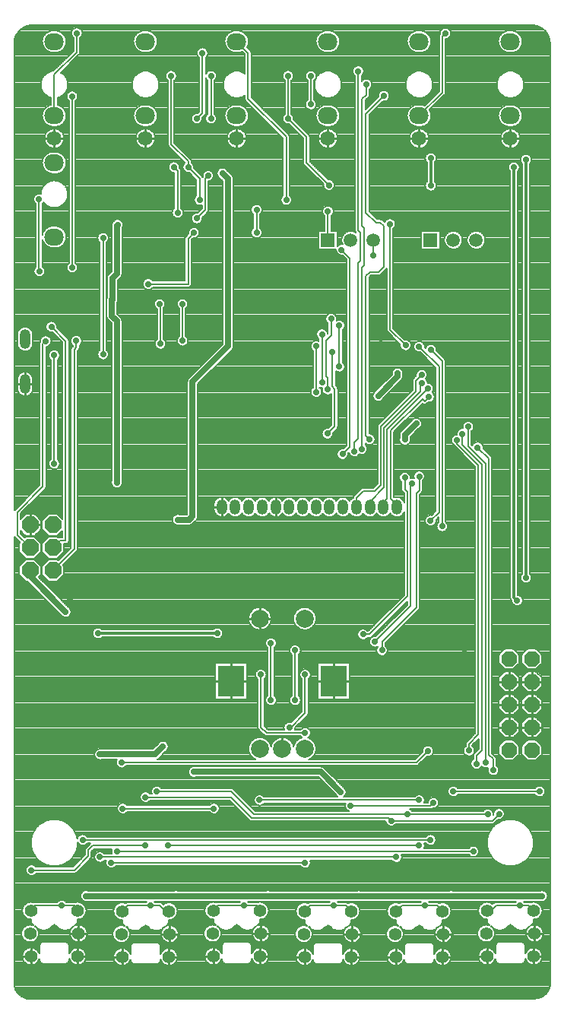
<source format=gbl>
G04 DipTrace 4.0.0.0*
G04 uTest_p02.GBL*
%MOIN*%
G04 #@! TF.FileFunction,Copper,L2,Bot*
G04 #@! TF.Part,Single*
%AMOUTLINE0*
4,1,8,
-0.014159,-0.034184,
-0.034184,-0.014159,
-0.034184,0.014159,
-0.014159,0.034184,
0.014159,0.034184,
0.034184,0.014159,
0.034184,-0.014159,
0.014159,-0.034184,
-0.014159,-0.034184,
0*%
%AMOUTLINE1*
4,1,8,
-0.015325,0.037,
-0.037,0.015325,
-0.037,-0.015325,
-0.015325,-0.037,
0.015325,-0.037,
0.037,-0.015325,
0.037,0.015325,
0.015325,0.037,
-0.015325,0.037,
0*%
G04 #@! TA.AperFunction,Conductor*
%ADD14C,0.025*%
G04 #@! TA.AperFunction,CopperBalancing*
%ADD15C,0.007*%
G04 #@! TA.AperFunction,Conductor*
%ADD17C,0.012*%
G04 #@! TA.AperFunction,CopperBalancing*
%ADD19C,0.01*%
G04 #@! TA.AperFunction,ComponentPad*
%ADD33C,0.07874*%
%ADD34R,0.11811X0.137795*%
%ADD41O,0.085X0.075*%
%ADD42C,0.065*%
%ADD43R,0.059055X0.059055*%
%ADD47C,0.059055*%
%ADD48C,0.055118*%
%ADD51O,0.047244X0.066929*%
%ADD52O,0.047244X0.086614*%
G04 #@! TA.AperFunction,ViaPad*
%ADD53C,0.027559*%
G04 #@! TA.AperFunction,ComponentPad*
%ADD124OUTLINE0*%
%ADD125OUTLINE1*%
%FSLAX26Y26*%
G04*
G70*
G90*
G75*
G01*
G04 Bottom*
%LPD*%
X479585Y2288211D2*
D14*
Y2263210D1*
X635834Y2106961D1*
X725308Y860996D2*
X1119184D1*
X1522334D1*
X1921042D1*
X2325405D1*
X2725065D1*
X1062174Y1516231D2*
X1027904Y1481961D1*
X785834D1*
X859834Y2674529D2*
Y3382576D1*
X837887Y3404524D1*
Y3475622D1*
X840782D1*
Y3570042D1*
X859834Y3589095D1*
Y3800062D1*
X863680Y3803907D1*
X1127373Y2510999D2*
X1177373D1*
X1192728Y2526354D1*
Y3115709D1*
X1348489Y3271470D1*
Y3455785D1*
Y4004780D1*
X1323334Y4029934D1*
X2123279Y2862230D2*
Y2882710D1*
X2172932Y2932362D1*
X2006391Y3053389D2*
X2091212Y3138210D1*
Y3153727D1*
X1841911Y1316923D2*
X1753933Y1404899D1*
X1197541D1*
X2126597Y3275694D2*
D15*
X2058027Y3344264D1*
Y3807715D1*
X1210834Y3831961D2*
X1248334Y3869461D1*
Y4006961D1*
X1260834Y4019461D1*
X1934260Y2821387D2*
X1935834Y2819812D1*
Y3616770D1*
X1945379Y3626315D1*
Y3790378D1*
X1935834Y3799923D1*
Y4355037D1*
X1954585Y4373787D1*
Y4419461D1*
X1985834Y3737089D2*
Y3669461D1*
X998088Y3544461D2*
X1173317D1*
Y3744444D1*
X1198334Y3769461D1*
X1685834Y1508535D2*
X1684260Y1506961D1*
X1685834Y1575711D2*
X1517084D1*
X1492084Y1600711D1*
Y1831961D1*
X1642084Y1719461D2*
Y1938211D1*
X2023334D2*
Y1975710D1*
X2173334Y2125710D1*
Y2625710D1*
X2186228Y2638604D1*
Y2701104D1*
X2154732Y2669608D2*
X2148334Y2663210D1*
Y2131959D1*
X1992085Y1975710D1*
X1492085Y1511637D2*
X1487409Y1506961D1*
X1616818Y1599376D2*
Y1594194D1*
X1685834Y1663211D1*
Y1831961D1*
X1535834Y1719461D2*
Y1969461D1*
X2123236Y2695404D2*
Y2644361D1*
X2134878Y2632719D1*
Y2174755D1*
X1968522Y2008399D1*
X1939807D1*
X1849592Y2798200D2*
X1882635Y2831243D1*
Y3657936D1*
X1846010Y3694560D1*
X664523Y3616273D2*
Y4367287D1*
X1902006Y2810633D2*
Y2850462D1*
X1919315Y2867770D1*
Y3636542D1*
X1927862Y3645089D1*
Y3770751D1*
X1919315Y3779298D1*
Y4477941D1*
X2063189Y1191316D2*
X2050600Y1203906D1*
X1451390D1*
X1360834Y1294461D1*
X985834D1*
X2063189Y1191316D2*
X2506446D1*
X2536479Y1221349D1*
X2510831Y1412988D2*
Y1461584D1*
X2491101Y1481314D1*
Y2778925D1*
X2442031Y2827995D1*
X2436899Y1441176D2*
X2438207Y1442484D1*
Y1476676D1*
X2462048Y1500517D1*
Y2754020D1*
X2375844Y2840224D1*
Y2887886D1*
X880622Y1445877D2*
X2173252D1*
X2224194Y1496819D1*
X2404556Y1498196D2*
Y1527955D1*
X2446063Y1569462D1*
Y2750264D1*
X2351690Y2844637D1*
Y2859167D1*
X2135834Y1219461D2*
X1461321D1*
X1361321Y1319461D1*
X1035834D1*
X2135834Y1219461D2*
X2486426D1*
X2477147Y1446071D2*
Y2757785D1*
X2401223Y2833709D1*
Y2919066D1*
X1910638Y2566902D2*
Y2606853D1*
X1940285Y2636500D1*
X1990472D1*
X2017476Y2663504D1*
Y2919640D1*
X2171858Y3074022D1*
Y3121365D1*
X2197027Y3146534D1*
X1969693Y2566902D2*
Y2590819D1*
X2030636Y2651763D1*
Y2911827D1*
X2191933Y3073123D1*
Y3103087D1*
X2199124Y3110278D1*
X2028748Y2566902D2*
Y2587374D1*
X2044499Y2603125D1*
Y2905913D1*
X2224593Y3086008D1*
X2228846Y3049972D2*
X2209979Y3031105D1*
X2199723Y3041361D1*
X2061455Y2903093D1*
Y2603766D1*
X2087803Y2577419D1*
Y2566902D1*
X2235834Y2506961D2*
X2273334Y2544461D1*
Y3181961D1*
X2185834Y3269461D1*
X2287069Y2481961D2*
Y3206446D1*
X2237371Y3256144D1*
X1783556Y2888462D2*
X1815416Y2920322D1*
Y3084690D1*
X1805254Y3094852D1*
Y3245368D1*
X800050Y3235742D2*
Y3746889D1*
X1759548Y3112965D2*
Y3324260D1*
X682374Y3294924D2*
Y3266000D1*
X673334Y3256961D1*
Y2381961D1*
X579585Y2288211D1*
X1835834Y3181961D2*
Y3362210D1*
X1148088Y3295802D2*
Y3456961D1*
X548334Y3294461D2*
X535834Y3281961D1*
Y2656961D1*
X423334Y2544461D1*
Y2444462D1*
X479585Y2388211D1*
X835834Y1006961D2*
X1685834D1*
X1710834Y4331961D2*
Y4456961D1*
X1088197Y794461D2*
X1073334D1*
X1048334Y819461D1*
X1007369D1*
X908472D1*
X883472Y794461D1*
X1085834Y1081961D2*
X2185834D1*
X688197Y796823D2*
Y804598D1*
X673334Y819461D1*
X619207D1*
X498334D1*
Y794461D1*
X495972Y796823D1*
X483472D1*
X2235834Y1107060D2*
X710392D1*
X1488197Y796823D2*
Y804598D1*
X1473334Y819461D1*
X1417678D1*
X1306110D1*
X1283472Y796823D1*
X1485834Y1281961D2*
X2185834D1*
X1473334Y3769461D2*
Y3869461D1*
X985834Y1081961D2*
X755550D1*
X735106Y1061517D1*
Y1035942D1*
X673823Y974659D1*
X485834D1*
X2483472Y796823D2*
X2500697D1*
X2523334Y819461D1*
X2629114D1*
X2665559D1*
X2688197Y796823D1*
X2713720Y1319461D2*
X2335834D1*
X1610834Y4269461D2*
Y4456961D1*
X1790401Y3978030D2*
X1692132Y4076299D1*
Y4188163D1*
X1610834Y4269461D1*
X1785836Y3863211D2*
Y3737089D1*
X2423521Y1056579D2*
X860834D1*
X2085834Y1031961D2*
X785834D1*
X1285834Y1244461D2*
X885834D1*
X1126842Y3856961D2*
Y4040953D1*
X1110834Y4056961D1*
X1210834Y4269461D2*
X1235834Y4294461D1*
Y4556961D1*
X1173334Y4056961D2*
X1223334Y4006961D1*
Y3913210D1*
X1173334Y4056961D2*
Y4081961D1*
X1098334Y4156961D1*
Y4456961D1*
X2083472Y794461D2*
X2085834D1*
X2110834Y819461D1*
X2210802D1*
X2263197D1*
X2288197Y794461D1*
X520492Y3600284D2*
X519458Y3601318D1*
Y3916814D1*
X585834Y4282461D2*
Y4462064D1*
X685038Y4561268D1*
Y4644461D1*
X2300999Y4642898D2*
X2287672Y4629571D1*
Y4384298D1*
X2185834Y4282461D1*
X1888197Y794461D2*
X1863197Y819461D1*
X1810180D1*
X1708472D1*
X1683472Y794461D1*
X1885834Y1256961D2*
X2235834D1*
X2248334Y1269461D1*
X1273334Y4269461D2*
Y4456961D1*
X1968329Y2863694D2*
X1952214Y2879810D1*
Y3579497D1*
X1969806Y3597089D1*
X2008092D1*
X2030474Y3619471D1*
Y3799348D1*
X2015829Y3813992D1*
X1996289D1*
X1952214Y3858067D1*
Y4291259D1*
X2031035Y4370080D1*
X585834Y2756961D2*
Y3231961D1*
X1734285Y3271790D2*
Y3071011D1*
X1784277Y3081469D2*
Y3131471D1*
X1776266Y3139482D1*
Y3297109D1*
X1800354Y3321197D1*
Y3391672D1*
X573334Y3356961D2*
X635834Y3294461D1*
Y2419461D1*
X610834D1*
X579585Y2388211D1*
X1051235Y3282554D2*
Y3453814D1*
X1048088Y3456961D1*
X1603365Y3913210D2*
Y4189431D1*
X1435834Y4356961D1*
Y4557461D1*
X1385834Y4607461D1*
X777388Y2013343D2*
D17*
X1300233D1*
X2615854Y2156961D2*
X2601749Y2171066D1*
Y4055827D1*
X2654708Y4089530D2*
Y2256908D1*
X2236916Y3975711D2*
Y4095839D1*
D53*
X635834Y2106961D3*
X725308Y860996D3*
X2725065D3*
X2325405D3*
X1921042D3*
X1522334D3*
X1119184D3*
X1062174Y1516231D3*
X785834Y1481961D3*
X859834Y2674529D3*
X863680Y3803907D3*
X1127373Y2510999D3*
X1348489Y3455785D3*
X1323334Y4029934D3*
X2123279Y2862230D3*
X2172932Y2932362D3*
X2006391Y3053389D3*
X2091212Y3153727D3*
X840782Y3475622D3*
X1841911Y1316923D3*
X1197541Y1404899D3*
X2126597Y3275694D3*
X2058027Y3807715D3*
X1210834Y3831961D3*
X1260834Y4019461D3*
X1934260Y2821387D3*
X1954585Y4419461D3*
X1985834Y3669461D3*
X998088Y3544461D3*
X1198334Y3769461D3*
X1492084Y1831961D3*
X1685834Y1575711D3*
X1642084Y1719461D3*
Y1938211D3*
X2023334D3*
X2186228Y2701104D3*
X2154732Y2669608D3*
X1992085Y1975710D3*
X1616818Y1599376D3*
X1685834Y1831961D3*
X1535834Y1719461D3*
Y1969461D3*
X2123236Y2695404D3*
X1939807Y2008399D3*
X1849592Y2798200D3*
X1846010Y3694560D3*
X664523Y3616273D3*
Y4367287D3*
X1902006Y2810633D3*
X1919315Y4477941D3*
X2063189Y1191316D3*
X985834Y1294461D3*
X2536479Y1221349D3*
X2510831Y1412988D3*
X2442031Y2827995D3*
X2063189Y1191316D3*
X2436899Y1441176D3*
X2375844Y2887886D3*
X880622Y1445877D3*
X2224194Y1496819D3*
X2404556Y1498196D3*
X2351690Y2859167D3*
X2135834Y1219461D3*
X1035834Y1319461D3*
X2486426Y1219461D3*
X2477147Y1446071D3*
X2401223Y2919066D3*
X2135834Y1219461D3*
X2197027Y3146534D3*
X2199124Y3110278D3*
X2224593Y3086008D3*
X2228846Y3049972D3*
X2235834Y2506961D3*
X2185834Y3269461D3*
X2287069Y2481961D3*
X2237371Y3256144D3*
X1783556Y2888462D3*
X1805254Y3245368D3*
X800050Y3235742D3*
Y3746889D3*
X1759548Y3112965D3*
Y3324260D3*
X682374Y3294924D3*
X1835834Y3181961D3*
Y3362210D3*
X1148088Y3295802D3*
Y3456961D3*
X548334Y3294461D3*
X835834Y1006961D3*
X1685834D3*
X1710834Y4331961D3*
Y4456961D3*
X1007369Y819461D3*
X1085834Y1081961D3*
X2185834D3*
X619207Y819461D3*
X2235834Y1107060D3*
X710392D3*
X1417678Y819461D3*
X1485834Y1281961D3*
X2185834D3*
X1473334Y3769461D3*
Y3869461D3*
X985834Y1081961D3*
X485834Y974659D3*
X2629114Y819461D3*
X2713720Y1319461D3*
X2335834D3*
X1610834Y4269461D3*
Y4456961D3*
X1790401Y3978030D3*
X1610834Y4269461D3*
X1785836Y3863211D3*
X2423521Y1056579D3*
X860834D3*
X2085834Y1031961D3*
X785834D3*
X1285834Y1244461D3*
X885834D3*
X1110834Y4056961D3*
X1126842Y3856961D3*
X1210834Y4269461D3*
X1235834Y4556961D3*
X1173334Y4056961D3*
X1223334Y3913210D3*
X1098334Y4456961D3*
X1173334Y4056961D3*
X2210802Y819461D3*
X520492Y3600284D3*
X519458Y3916814D3*
X685038Y4644461D3*
X2300999Y4642898D3*
X1810180Y819461D3*
X1885834Y1256961D3*
X2248334Y1269461D3*
X1273334Y4269461D3*
Y4456961D3*
X1968329Y2863694D3*
X2031035Y4370080D3*
X585834Y2756961D3*
Y3231961D3*
X1734285Y3271790D3*
Y3071011D3*
X1784277Y3081469D3*
X1800354Y3391672D3*
X573334Y3356961D3*
X1051235Y3282554D3*
X1048088Y3456961D3*
X1603365Y3913210D3*
X777388Y2013343D3*
X1300233D3*
X2615854Y2156961D3*
X2601749Y4055827D3*
X2654708Y4089530D3*
Y2256908D3*
X2236916Y3975711D3*
Y4095839D3*
X746602Y2183335D3*
X701307Y2205173D3*
X655845Y2166755D3*
X642825Y2230028D3*
X2035955Y3147740D3*
X2216118Y2991600D3*
X2389921Y3004316D3*
X1934922Y2663067D3*
X2019394Y3283633D3*
X2093539Y2824012D3*
X2398334Y1581961D3*
X2360834D3*
X2323334D3*
X2285834D3*
X2385834Y2019461D3*
Y1981961D3*
Y1944461D3*
Y1906961D3*
X1818769Y3454529D3*
X456797Y4671892D2*
D15*
X2712897D1*
X443836Y4665024D2*
X670907D1*
X699172D2*
X2289643D1*
X2312357D2*
X2726186D1*
X435633Y4658155D2*
X663948D1*
X706131D2*
X2281057D1*
X2320943D2*
X2734307D1*
X428906Y4651286D2*
X559877D1*
X611795D2*
X660748D1*
X709330D2*
X959875D1*
X1011793D2*
X1359873D1*
X1411791D2*
X1759885D1*
X1811789D2*
X2159883D1*
X2211787D2*
X2277215D1*
X2324785D2*
X2559881D1*
X2611785D2*
X2741403D1*
X424285Y4644417D2*
X549063D1*
X622596D2*
X659778D1*
X710301D2*
X949061D1*
X1022607D2*
X1349073D1*
X1422606D2*
X1749071D1*
X1822604D2*
X2149069D1*
X2222602D2*
X2275780D1*
X2326207D2*
X2549067D1*
X2622600D2*
X2746065D1*
X419664Y4637549D2*
X542377D1*
X629295D2*
X660776D1*
X709303D2*
X942375D1*
X1029293D2*
X1342373D1*
X1429291D2*
X1742372D1*
X1829289D2*
X2142370D1*
X2229287D2*
X2275123D1*
X2325674D2*
X2542381D1*
X2629299D2*
X2750727D1*
X417231Y4630680D2*
X537811D1*
X633861D2*
X664002D1*
X706063D2*
X937809D1*
X1033859D2*
X1337807D1*
X1433871D2*
X1737805D1*
X1833869D2*
X2137803D1*
X2233867D2*
X2272731D1*
X2323008D2*
X2537801D1*
X2633865D2*
X2753502D1*
X415029Y4623811D2*
X534707D1*
X636965D2*
X670059D1*
X700020D2*
X934706D1*
X1036963D2*
X1334704D1*
X1436961D2*
X1734702D1*
X1836959D2*
X2134713D1*
X2236957D2*
X2272690D1*
X2317156D2*
X2534711D1*
X2636955D2*
X2755813D1*
X412856Y4616942D2*
X532793D1*
X638879D2*
X670059D1*
X700020D2*
X932791D1*
X1038877D2*
X1332789D1*
X1438875D2*
X1732801D1*
X1838873D2*
X2132799D1*
X2238871D2*
X2272690D1*
X2302650D2*
X2532797D1*
X2638869D2*
X2758123D1*
X412678Y4610074D2*
X531918D1*
X639740D2*
X670059D1*
X700020D2*
X931930D1*
X1039738D2*
X1331928D1*
X1439750D2*
X1731926D1*
X1839748D2*
X2131924D1*
X2239746D2*
X2272690D1*
X2302650D2*
X2531922D1*
X2639744D2*
X2758602D1*
X412486Y4603205D2*
X532041D1*
X639631D2*
X670059D1*
X700020D2*
X932039D1*
X1039629D2*
X1332038D1*
X1439627D2*
X1732036D1*
X1839625D2*
X2132047D1*
X2239623D2*
X2272690D1*
X2302650D2*
X2532045D1*
X2639621D2*
X2758957D1*
X412295Y4596336D2*
X533149D1*
X638510D2*
X670059D1*
X700020D2*
X933147D1*
X1038522D2*
X1333159D1*
X1438520D2*
X1733157D1*
X1838518D2*
X2133155D1*
X2238516D2*
X2272690D1*
X2302650D2*
X2533153D1*
X2638514D2*
X2759313D1*
X412240Y4589467D2*
X535336D1*
X636336D2*
X670059D1*
X700020D2*
X935334D1*
X1036334D2*
X1335332D1*
X1436332D2*
X1735331D1*
X1836330D2*
X2135329D1*
X2236342D2*
X2272690D1*
X2302650D2*
X2535327D1*
X2636340D2*
X2759436D1*
X412240Y4582598D2*
X538754D1*
X632918D2*
X670059D1*
X700020D2*
X938752D1*
X1032916D2*
X1338750D1*
X1432914D2*
X1738748D1*
X1832926D2*
X2138747D1*
X2232924D2*
X2272690D1*
X2302650D2*
X2538745D1*
X2632922D2*
X2759436D1*
X412240Y4575730D2*
X543745D1*
X627928D2*
X670059D1*
X700020D2*
X943743D1*
X1027926D2*
X1219299D1*
X1252377D2*
X1343741D1*
X1438465D2*
X1743752D1*
X1827922D2*
X2143750D1*
X2227920D2*
X2272690D1*
X2302650D2*
X2543748D1*
X2627918D2*
X2759436D1*
X412240Y4568861D2*
X551127D1*
X620531D2*
X670059D1*
X700020D2*
X951139D1*
X1020529D2*
X1213653D1*
X1258023D2*
X1351137D1*
X1445328D2*
X1751135D1*
X1820539D2*
X2151133D1*
X2220537D2*
X2272690D1*
X2302650D2*
X2551131D1*
X2620535D2*
X2759436D1*
X412240Y4561992D2*
X563897D1*
X607775D2*
X664864D1*
X700020D2*
X963895D1*
X1007773D2*
X1211096D1*
X1260566D2*
X1363893D1*
X1450072D2*
X1763905D1*
X1807770D2*
X2163903D1*
X2207768D2*
X2272690D1*
X2302650D2*
X2563901D1*
X2607766D2*
X2759436D1*
X412240Y4555123D2*
X658000D1*
X698625D2*
X1210645D1*
X1261031D2*
X1417282D1*
X1450811D2*
X2272690D1*
X2302650D2*
X2759436D1*
X412240Y4548255D2*
X651123D1*
X692924D2*
X1212176D1*
X1259500D2*
X1420850D1*
X1450811D2*
X2272690D1*
X2302650D2*
X2759436D1*
X412240Y4541386D2*
X644260D1*
X686047D2*
X1216141D1*
X1255522D2*
X1420850D1*
X1450811D2*
X2272690D1*
X2302650D2*
X2759436D1*
X412240Y4534517D2*
X637397D1*
X679184D2*
X1220858D1*
X1250818D2*
X1420850D1*
X1450811D2*
X2272690D1*
X2302650D2*
X2759436D1*
X412240Y4527648D2*
X630520D1*
X672320D2*
X1220858D1*
X1250818D2*
X1420850D1*
X1450811D2*
X2272690D1*
X2302650D2*
X2759436D1*
X412240Y4520780D2*
X623657D1*
X665443D2*
X1220858D1*
X1250818D2*
X1420850D1*
X1450811D2*
X2272690D1*
X2302650D2*
X2759436D1*
X412240Y4513911D2*
X616780D1*
X658580D2*
X1220858D1*
X1250818D2*
X1420850D1*
X1450811D2*
X2272690D1*
X2302650D2*
X2759436D1*
X412240Y4507042D2*
X609916D1*
X651703D2*
X1220858D1*
X1250818D2*
X1420850D1*
X1450811D2*
X2272690D1*
X2302650D2*
X2759436D1*
X412240Y4500173D2*
X603053D1*
X644840D2*
X1220858D1*
X1250818D2*
X1420850D1*
X1450811D2*
X1908184D1*
X1930447D2*
X2272690D1*
X2302650D2*
X2759436D1*
X412240Y4493305D2*
X596176D1*
X637977D2*
X1220858D1*
X1250818D2*
X1420850D1*
X1450811D2*
X1899448D1*
X1939170D2*
X2272690D1*
X2302650D2*
X2759436D1*
X412240Y4486436D2*
X589313D1*
X631100D2*
X1220858D1*
X1250818D2*
X1420850D1*
X1450811D2*
X1895565D1*
X1943053D2*
X2272690D1*
X2302650D2*
X2759436D1*
X412240Y4479567D2*
X582436D1*
X624236D2*
X1088036D1*
X1108631D2*
X1220858D1*
X1250818D2*
X1263036D1*
X1283631D2*
X1420850D1*
X1450811D2*
X1600539D1*
X1621135D2*
X1700536D1*
X1721131D2*
X1894116D1*
X1944516D2*
X2272690D1*
X2302650D2*
X2759436D1*
X412240Y4472698D2*
X558989D1*
X617359D2*
X958987D1*
X1012682D2*
X1078780D1*
X1117887D2*
X1220858D1*
X1292887D2*
X1358985D1*
X1412680D2*
X1420850D1*
X1450811D2*
X1591284D1*
X1630391D2*
X1691280D1*
X1730387D2*
X1758983D1*
X1812678D2*
X1894622D1*
X1944010D2*
X2158995D1*
X2212676D2*
X2272690D1*
X2302650D2*
X2558993D1*
X2612674D2*
X2759436D1*
X412240Y4465829D2*
X548051D1*
X623621D2*
X948049D1*
X1023619D2*
X1074733D1*
X1121934D2*
X1220858D1*
X1296934D2*
X1348047D1*
X1450811D2*
X1587237D1*
X1634438D2*
X1687233D1*
X1734434D2*
X1748045D1*
X1823615D2*
X1897247D1*
X1941385D2*
X2148057D1*
X2223613D2*
X2272690D1*
X2302650D2*
X2548055D1*
X2623625D2*
X2759436D1*
X412240Y4458961D2*
X540887D1*
X630785D2*
X940885D1*
X1030783D2*
X1073161D1*
X1123506D2*
X1220858D1*
X1298506D2*
X1340883D1*
X1450811D2*
X1585651D1*
X1636010D2*
X1685661D1*
X1736006D2*
X1740881D1*
X1830779D2*
X1903030D1*
X1935602D2*
X2140879D1*
X2230791D2*
X2272690D1*
X2302650D2*
X2540877D1*
X2630789D2*
X2759436D1*
X412240Y4452092D2*
X535596D1*
X636063D2*
X935594D1*
X1036074D2*
X1073557D1*
X1123109D2*
X1220858D1*
X1298109D2*
X1335606D1*
X1450811D2*
X1586061D1*
X1635613D2*
X1686057D1*
X1836070D2*
X1904329D1*
X1934289D2*
X2135602D1*
X2236068D2*
X2272690D1*
X2302650D2*
X2535600D1*
X2636066D2*
X2759436D1*
X412240Y4445223D2*
X531700D1*
X639973D2*
X931698D1*
X1039971D2*
X1076059D1*
X1120607D2*
X1220858D1*
X1295607D2*
X1331696D1*
X1450811D2*
X1588563D1*
X1633111D2*
X1688559D1*
X1839967D2*
X1904329D1*
X1934289D2*
X2131706D1*
X2239965D2*
X2272690D1*
X2302650D2*
X2531704D1*
X2639963D2*
X2759436D1*
X412240Y4438354D2*
X528911D1*
X642762D2*
X928909D1*
X1042760D2*
X1081610D1*
X1115070D2*
X1220858D1*
X1250818D2*
X1256610D1*
X1290070D2*
X1328907D1*
X1450811D2*
X1594100D1*
X1627561D2*
X1694110D1*
X1842770D2*
X1904329D1*
X1934289D2*
X1938206D1*
X1970971D2*
X2128903D1*
X2242768D2*
X2272690D1*
X2302650D2*
X2528901D1*
X2642766D2*
X2759436D1*
X412240Y4431486D2*
X527051D1*
X644621D2*
X927049D1*
X1044619D2*
X1083360D1*
X1113320D2*
X1220858D1*
X1250818D2*
X1258360D1*
X1288320D2*
X1327047D1*
X1450811D2*
X1595850D1*
X1625811D2*
X1695860D1*
X1844629D2*
X1904329D1*
X1976699D2*
X2127043D1*
X2244627D2*
X2272690D1*
X2302650D2*
X2527041D1*
X2644625D2*
X2759436D1*
X412240Y4424617D2*
X526026D1*
X645647D2*
X926024D1*
X1045645D2*
X1083360D1*
X1113320D2*
X1220858D1*
X1250818D2*
X1258360D1*
X1288320D2*
X1326022D1*
X1450811D2*
X1595850D1*
X1625811D2*
X1695860D1*
X1845641D2*
X1904329D1*
X1979297D2*
X2126018D1*
X2245639D2*
X2272690D1*
X2302650D2*
X2526030D1*
X2645650D2*
X2759436D1*
X412240Y4417748D2*
X525793D1*
X645879D2*
X925791D1*
X1045877D2*
X1083360D1*
X1113320D2*
X1220858D1*
X1250818D2*
X1258360D1*
X1288320D2*
X1325789D1*
X1450811D2*
X1595850D1*
X1625811D2*
X1695860D1*
X1845873D2*
X1904329D1*
X1979789D2*
X2125799D1*
X2245871D2*
X2272690D1*
X2302650D2*
X2525797D1*
X2645869D2*
X2759436D1*
X412240Y4410879D2*
X526354D1*
X645318D2*
X926352D1*
X1045316D2*
X1083360D1*
X1113320D2*
X1220858D1*
X1250818D2*
X1258360D1*
X1288320D2*
X1326350D1*
X1450811D2*
X1595850D1*
X1625811D2*
X1695860D1*
X1845313D2*
X1904329D1*
X1978299D2*
X2126346D1*
X2245311D2*
X2272690D1*
X2302650D2*
X2526358D1*
X2645322D2*
X2759436D1*
X412240Y4404011D2*
X527748D1*
X643910D2*
X927760D1*
X1043922D2*
X1083360D1*
X1113320D2*
X1220858D1*
X1250818D2*
X1258360D1*
X1288320D2*
X1327758D1*
X1450811D2*
X1595850D1*
X1625811D2*
X1695860D1*
X1843918D2*
X1904329D1*
X1974375D2*
X2127754D1*
X2243916D2*
X2272690D1*
X2302650D2*
X2527752D1*
X2643914D2*
X2759436D1*
X412240Y4397142D2*
X530059D1*
X641600D2*
X930057D1*
X1041611D2*
X1083360D1*
X1113320D2*
X1220858D1*
X1250818D2*
X1258360D1*
X1288320D2*
X1330069D1*
X1450811D2*
X1595850D1*
X1625811D2*
X1695860D1*
X1725820D2*
X1730067D1*
X1841607D2*
X1904329D1*
X1969563D2*
X2130065D1*
X2241606D2*
X2272690D1*
X2302650D2*
X2530063D1*
X2641604D2*
X2759436D1*
X412240Y4390273D2*
X533368D1*
X638291D2*
X655170D1*
X673879D2*
X933379D1*
X1038289D2*
X1083360D1*
X1113320D2*
X1220858D1*
X1250818D2*
X1258360D1*
X1288320D2*
X1333377D1*
X1450811D2*
X1595850D1*
X1625811D2*
X1695860D1*
X1725820D2*
X1733375D1*
X1838299D2*
X1904329D1*
X1969563D2*
X2016356D1*
X2045715D2*
X2133373D1*
X2238297D2*
X2272690D1*
X2302650D2*
X2533372D1*
X2638295D2*
X2759436D1*
X412240Y4383404D2*
X537879D1*
X633779D2*
X645286D1*
X683750D2*
X937891D1*
X1033777D2*
X1083360D1*
X1113320D2*
X1220858D1*
X1250818D2*
X1258360D1*
X1288320D2*
X1337889D1*
X1450811D2*
X1595850D1*
X1625811D2*
X1695860D1*
X1725820D2*
X1737887D1*
X1833787D2*
X1904329D1*
X1969563D2*
X2009698D1*
X2052359D2*
X2137885D1*
X2233785D2*
X2265881D1*
X2302623D2*
X2537883D1*
X2633783D2*
X2759436D1*
X412240Y4376535D2*
X544073D1*
X627600D2*
X641075D1*
X687975D2*
X944071D1*
X1027598D2*
X1083360D1*
X1113320D2*
X1220858D1*
X1250818D2*
X1258360D1*
X1288320D2*
X1344069D1*
X1450811D2*
X1595850D1*
X1625811D2*
X1695860D1*
X1725820D2*
X1744067D1*
X1827594D2*
X1904329D1*
X1969563D2*
X2006635D1*
X2055436D2*
X2144079D1*
X2227592D2*
X2259018D1*
X2300354D2*
X2544077D1*
X2627590D2*
X2759436D1*
X412240Y4369667D2*
X552836D1*
X618836D2*
X639379D1*
X689670D2*
X952834D1*
X1018834D2*
X1083360D1*
X1113320D2*
X1220858D1*
X1250818D2*
X1258360D1*
X1288320D2*
X1352832D1*
X1450811D2*
X1595850D1*
X1625811D2*
X1695860D1*
X1725820D2*
X1752831D1*
X1818844D2*
X1904329D1*
X1968961D2*
X2005774D1*
X2056297D2*
X2152829D1*
X2218842D2*
X2252141D1*
X2293941D2*
X2552827D1*
X2618840D2*
X2759436D1*
X412240Y4362798D2*
X567411D1*
X604262D2*
X639680D1*
X689369D2*
X967409D1*
X1004260D2*
X1083360D1*
X1113320D2*
X1220858D1*
X1250818D2*
X1258360D1*
X1288320D2*
X1367407D1*
X1404258D2*
X1420850D1*
X1450893D2*
X1595850D1*
X1625811D2*
X1695860D1*
X1725820D2*
X1767405D1*
X1804256D2*
X1904329D1*
X1964490D2*
X2002862D1*
X2055189D2*
X2167416D1*
X2204254D2*
X2245278D1*
X2287064D2*
X2567414D1*
X2604266D2*
X2759436D1*
X412240Y4355929D2*
X570856D1*
X600816D2*
X642045D1*
X687004D2*
X1083360D1*
X1113320D2*
X1220858D1*
X1250818D2*
X1258360D1*
X1288320D2*
X1420891D1*
X1457756D2*
X1595850D1*
X1625811D2*
X1695860D1*
X1725820D2*
X1904329D1*
X1957627D2*
X1995985D1*
X2051813D2*
X2238414D1*
X2280201D2*
X2759436D1*
X412240Y4349060D2*
X570856D1*
X600816D2*
X647364D1*
X681686D2*
X1083360D1*
X1113320D2*
X1220858D1*
X1250818D2*
X1258360D1*
X1288320D2*
X1423243D1*
X1464633D2*
X1595850D1*
X1625811D2*
X1692510D1*
X1729156D2*
X1904329D1*
X1950818D2*
X1989122D1*
X2044443D2*
X2231538D1*
X2273324D2*
X2759436D1*
X412240Y4342192D2*
X570856D1*
X600816D2*
X649538D1*
X679498D2*
X1083360D1*
X1113320D2*
X1220858D1*
X1250818D2*
X1258360D1*
X1288320D2*
X1429709D1*
X1471496D2*
X1595850D1*
X1625811D2*
X1687807D1*
X1733859D2*
X1904329D1*
X1950818D2*
X1982258D1*
X2024045D2*
X2224674D1*
X2266461D2*
X2759436D1*
X412240Y4335323D2*
X570856D1*
X600816D2*
X649538D1*
X679498D2*
X1083360D1*
X1113320D2*
X1220858D1*
X1250818D2*
X1258360D1*
X1288320D2*
X1436573D1*
X1478373D2*
X1595850D1*
X1625811D2*
X1685811D1*
X1735869D2*
X1904329D1*
X1950818D2*
X1975381D1*
X2017168D2*
X2217797D1*
X2259598D2*
X2759436D1*
X412240Y4328454D2*
X565456D1*
X606217D2*
X649538D1*
X679498D2*
X965454D1*
X1006215D2*
X1083360D1*
X1113320D2*
X1220858D1*
X1250818D2*
X1258360D1*
X1288320D2*
X1365452D1*
X1406213D2*
X1443450D1*
X1485236D2*
X1595850D1*
X1625811D2*
X1685825D1*
X1735842D2*
X1765450D1*
X1806211D2*
X1904329D1*
X1950818D2*
X1968518D1*
X2010305D2*
X2165448D1*
X2206223D2*
X2210934D1*
X2252721D2*
X2565446D1*
X2606221D2*
X2759436D1*
X412240Y4321585D2*
X551852D1*
X619820D2*
X649538D1*
X679498D2*
X951850D1*
X1019818D2*
X1083360D1*
X1113320D2*
X1220858D1*
X1250818D2*
X1258360D1*
X1288320D2*
X1351848D1*
X1419816D2*
X1450313D1*
X1492100D2*
X1595850D1*
X1625811D2*
X1687875D1*
X1733791D2*
X1751846D1*
X1819828D2*
X1904329D1*
X1950818D2*
X1961641D1*
X2003441D2*
X2151844D1*
X2245857D2*
X2551842D1*
X2619824D2*
X2759436D1*
X412240Y4314717D2*
X544209D1*
X627463D2*
X649538D1*
X679498D2*
X944207D1*
X1027461D2*
X1083360D1*
X1113320D2*
X1220858D1*
X1250818D2*
X1258360D1*
X1288320D2*
X1344206D1*
X1427459D2*
X1457190D1*
X1498977D2*
X1595850D1*
X1625811D2*
X1692647D1*
X1729020D2*
X1744217D1*
X1827457D2*
X1904329D1*
X1950818D2*
X1954778D1*
X1996564D2*
X2144215D1*
X2238981D2*
X2544213D1*
X2627453D2*
X2759436D1*
X412240Y4307848D2*
X539069D1*
X632604D2*
X649538D1*
X679498D2*
X939067D1*
X1032602D2*
X1083360D1*
X1113320D2*
X1220858D1*
X1250818D2*
X1258360D1*
X1288320D2*
X1339065D1*
X1432600D2*
X1464053D1*
X1505840D2*
X1595850D1*
X1625811D2*
X1705471D1*
X1716195D2*
X1739063D1*
X1832598D2*
X1904329D1*
X1989701D2*
X2139075D1*
X2232596D2*
X2539073D1*
X2632607D2*
X2759436D1*
X412240Y4300979D2*
X535541D1*
X636117D2*
X649538D1*
X679498D2*
X935553D1*
X1036115D2*
X1083360D1*
X1113320D2*
X1220858D1*
X1250818D2*
X1258360D1*
X1288320D2*
X1335551D1*
X1436127D2*
X1470916D1*
X1512717D2*
X1595850D1*
X1625811D2*
X1735549D1*
X1836125D2*
X1904329D1*
X1982824D2*
X2135547D1*
X2236123D2*
X2535545D1*
X2636121D2*
X2759436D1*
X412240Y4294110D2*
X533286D1*
X638387D2*
X649538D1*
X679498D2*
X933284D1*
X1038385D2*
X1083360D1*
X1113320D2*
X1214582D1*
X1250805D2*
X1258360D1*
X1288320D2*
X1333282D1*
X1438383D2*
X1477793D1*
X1519580D2*
X1595850D1*
X1625811D2*
X1733280D1*
X1838395D2*
X1904329D1*
X1975961D2*
X2133278D1*
X2238393D2*
X2533276D1*
X2638391D2*
X2759436D1*
X412240Y4287242D2*
X532096D1*
X639576D2*
X649538D1*
X679498D2*
X932094D1*
X1039574D2*
X1083360D1*
X1113320D2*
X1193200D1*
X1248850D2*
X1255694D1*
X1290973D2*
X1332092D1*
X1439572D2*
X1484657D1*
X1526443D2*
X1593198D1*
X1628477D2*
X1732090D1*
X1839584D2*
X1904329D1*
X1969098D2*
X2132088D1*
X2239582D2*
X2532086D1*
X2639580D2*
X2759436D1*
X412240Y4280373D2*
X531905D1*
X639768D2*
X649538D1*
X679498D2*
X931903D1*
X1039766D2*
X1083360D1*
X1113320D2*
X1188127D1*
X1242643D2*
X1250635D1*
X1296031D2*
X1331901D1*
X1439764D2*
X1491534D1*
X1533320D2*
X1588139D1*
X1633535D2*
X1731899D1*
X1839775D2*
X1904329D1*
X1967197D2*
X2131897D1*
X2239773D2*
X2531895D1*
X2639772D2*
X2759436D1*
X412240Y4273504D2*
X532698D1*
X638975D2*
X649538D1*
X679498D2*
X932696D1*
X1038973D2*
X1083360D1*
X1113320D2*
X1185913D1*
X1235779D2*
X1248407D1*
X1298260D2*
X1332694D1*
X1438971D2*
X1498397D1*
X1540184D2*
X1585911D1*
X1635764D2*
X1732692D1*
X1838982D2*
X1904329D1*
X1967197D2*
X2132690D1*
X2238981D2*
X2532688D1*
X2638979D2*
X2759436D1*
X412240Y4266635D2*
X534516D1*
X637143D2*
X649538D1*
X679498D2*
X934528D1*
X1037141D2*
X1083360D1*
X1113320D2*
X1185735D1*
X1235930D2*
X1248243D1*
X1298438D2*
X1334526D1*
X1437152D2*
X1505260D1*
X1547061D2*
X1585733D1*
X1635928D2*
X1734524D1*
X1837150D2*
X1904329D1*
X1967197D2*
X2134522D1*
X2237148D2*
X2534520D1*
X2637147D2*
X2759436D1*
X412240Y4259766D2*
X537524D1*
X634148D2*
X649538D1*
X679498D2*
X937522D1*
X1034147D2*
X1083360D1*
X1113320D2*
X1187567D1*
X1234098D2*
X1250075D1*
X1296606D2*
X1337520D1*
X1434145D2*
X1512137D1*
X1553924D2*
X1587565D1*
X1641424D2*
X1737518D1*
X1834143D2*
X1904329D1*
X1967197D2*
X2137516D1*
X2234154D2*
X2537514D1*
X2634152D2*
X2759436D1*
X412240Y4252898D2*
X541967D1*
X629705D2*
X649538D1*
X679498D2*
X941965D1*
X1029703D2*
X1083360D1*
X1113320D2*
X1191997D1*
X1229668D2*
X1254504D1*
X1292162D2*
X1341963D1*
X1429701D2*
X1519000D1*
X1560787D2*
X1591995D1*
X1648287D2*
X1741961D1*
X1829699D2*
X1904329D1*
X1967197D2*
X2141959D1*
X2229711D2*
X2541957D1*
X2629709D2*
X2759436D1*
X412240Y4246029D2*
X548448D1*
X623211D2*
X649538D1*
X679498D2*
X948459D1*
X1023209D2*
X1083360D1*
X1113320D2*
X1202784D1*
X1218895D2*
X1265278D1*
X1281389D2*
X1348457D1*
X1423221D2*
X1525877D1*
X1567664D2*
X1602782D1*
X1655164D2*
X1748456D1*
X1823219D2*
X1904329D1*
X1967197D2*
X2148454D1*
X2223217D2*
X2548452D1*
X2623215D2*
X2759436D1*
X412240Y4239160D2*
X558784D1*
X612889D2*
X649538D1*
X679498D2*
X958782D1*
X1012887D2*
X1083360D1*
X1113320D2*
X1358780D1*
X1412885D2*
X1532741D1*
X1574527D2*
X1620241D1*
X1662027D2*
X1758778D1*
X1812883D2*
X1904329D1*
X1967197D2*
X2158776D1*
X2212895D2*
X2558774D1*
X2612893D2*
X2759436D1*
X412240Y4232291D2*
X649538D1*
X679498D2*
X1083360D1*
X1113320D2*
X1539604D1*
X1581404D2*
X1627104D1*
X1668904D2*
X1904329D1*
X1967197D2*
X2759436D1*
X412240Y4225423D2*
X579893D1*
X591766D2*
X649538D1*
X679498D2*
X979891D1*
X991777D2*
X1083360D1*
X1113320D2*
X1379903D1*
X1391775D2*
X1546481D1*
X1588268D2*
X1633981D1*
X1675768D2*
X1779901D1*
X1791773D2*
X1904329D1*
X1967197D2*
X2179899D1*
X2191772D2*
X2579897D1*
X2591770D2*
X2759436D1*
X412240Y4218554D2*
X561245D1*
X610414D2*
X649538D1*
X679498D2*
X961256D1*
X1010412D2*
X1083360D1*
X1113320D2*
X1361254D1*
X1410424D2*
X1553344D1*
X1595131D2*
X1640844D1*
X1682631D2*
X1761252D1*
X1810422D2*
X1904329D1*
X1967197D2*
X2161250D1*
X2210420D2*
X2561248D1*
X2610418D2*
X2759436D1*
X412240Y4211685D2*
X553206D1*
X618453D2*
X649538D1*
X679498D2*
X953217D1*
X1018451D2*
X1083360D1*
X1113320D2*
X1353215D1*
X1418463D2*
X1560221D1*
X1602008D2*
X1647721D1*
X1689508D2*
X1753213D1*
X1818461D2*
X1904329D1*
X1967197D2*
X2153211D1*
X2218459D2*
X2553209D1*
X2618457D2*
X2759436D1*
X412240Y4204816D2*
X548079D1*
X623594D2*
X649538D1*
X679498D2*
X948077D1*
X1023592D2*
X1083360D1*
X1113320D2*
X1348075D1*
X1423590D2*
X1567084D1*
X1608871D2*
X1654584D1*
X1696371D2*
X1748073D1*
X1823588D2*
X1904329D1*
X1967197D2*
X2148071D1*
X2223600D2*
X2548069D1*
X2623598D2*
X2759436D1*
X412240Y4197948D2*
X544715D1*
X626943D2*
X649538D1*
X679498D2*
X944727D1*
X1026955D2*
X1083360D1*
X1113320D2*
X1344725D1*
X1426953D2*
X1573948D1*
X1615529D2*
X1661448D1*
X1703234D2*
X1744723D1*
X1826951D2*
X1904329D1*
X1967197D2*
X2144721D1*
X2226949D2*
X2544719D1*
X2626947D2*
X2759436D1*
X412240Y4191079D2*
X542719D1*
X628953D2*
X649538D1*
X679498D2*
X942717D1*
X1028951D2*
X1083360D1*
X1113320D2*
X1342715D1*
X1428949D2*
X1580825D1*
X1618250D2*
X1668325D1*
X1706816D2*
X1742727D1*
X1828947D2*
X1904329D1*
X1967197D2*
X2142725D1*
X2228945D2*
X2542723D1*
X2628943D2*
X2759436D1*
X412240Y4184210D2*
X541885D1*
X629773D2*
X649538D1*
X679498D2*
X941883D1*
X1029785D2*
X1083360D1*
X1113320D2*
X1341895D1*
X1429783D2*
X1587688D1*
X1618346D2*
X1675188D1*
X1707117D2*
X1741893D1*
X1829781D2*
X1904329D1*
X1967197D2*
X2141891D1*
X2229779D2*
X2541889D1*
X2629777D2*
X2759436D1*
X412240Y4177341D2*
X542159D1*
X629514D2*
X649538D1*
X679498D2*
X942157D1*
X1029512D2*
X1083360D1*
X1113320D2*
X1342155D1*
X1429510D2*
X1588385D1*
X1618346D2*
X1677157D1*
X1707117D2*
X1742153D1*
X1829508D2*
X1904329D1*
X1967197D2*
X2142164D1*
X2229506D2*
X2542163D1*
X2629504D2*
X2759436D1*
X412240Y4170473D2*
X543553D1*
X628119D2*
X649538D1*
X679498D2*
X943551D1*
X1028117D2*
X1083360D1*
X1113320D2*
X1343549D1*
X1428115D2*
X1588385D1*
X1618346D2*
X1677157D1*
X1707117D2*
X1743547D1*
X1828127D2*
X1904329D1*
X1967197D2*
X2143545D1*
X2228125D2*
X2543543D1*
X2628123D2*
X2759436D1*
X412240Y4163604D2*
X546178D1*
X625494D2*
X649538D1*
X679498D2*
X946176D1*
X1025492D2*
X1083360D1*
X1113320D2*
X1346174D1*
X1425490D2*
X1588385D1*
X1618346D2*
X1677157D1*
X1707117D2*
X1746172D1*
X1825488D2*
X1904329D1*
X1967197D2*
X2146184D1*
X2225486D2*
X2546182D1*
X2625484D2*
X2759436D1*
X412240Y4156735D2*
X550334D1*
X621338D2*
X649538D1*
X679498D2*
X950332D1*
X1021336D2*
X1083360D1*
X1119459D2*
X1350331D1*
X1421334D2*
X1588385D1*
X1618346D2*
X1677157D1*
X1707117D2*
X1750329D1*
X1821332D2*
X1904329D1*
X1967197D2*
X2150327D1*
X2221344D2*
X2550325D1*
X2621342D2*
X2759436D1*
X412240Y4149866D2*
X556664D1*
X615008D2*
X649538D1*
X679498D2*
X956663D1*
X1015006D2*
X1085247D1*
X1126322D2*
X1356661D1*
X1415004D2*
X1588385D1*
X1618346D2*
X1677157D1*
X1707117D2*
X1756659D1*
X1815002D2*
X1904329D1*
X1967197D2*
X2156657D1*
X2215014D2*
X2556655D1*
X2615012D2*
X2759436D1*
X412240Y4142997D2*
X567370D1*
X604303D2*
X649538D1*
X679498D2*
X967368D1*
X1004301D2*
X1091399D1*
X1133199D2*
X1367366D1*
X1404299D2*
X1588385D1*
X1618346D2*
X1677157D1*
X1707117D2*
X1767364D1*
X1804311D2*
X1904329D1*
X1967197D2*
X2167362D1*
X2204309D2*
X2567360D1*
X2604307D2*
X2759436D1*
X412240Y4136129D2*
X649538D1*
X679498D2*
X1098276D1*
X1140063D2*
X1588385D1*
X1618346D2*
X1677157D1*
X1707117D2*
X1904329D1*
X1967197D2*
X2759436D1*
X412240Y4129260D2*
X649538D1*
X679498D2*
X1105139D1*
X1146926D2*
X1588385D1*
X1618346D2*
X1677157D1*
X1707117D2*
X1904329D1*
X1967197D2*
X2759436D1*
X412240Y4122391D2*
X568026D1*
X603647D2*
X649538D1*
X679498D2*
X1112002D1*
X1153803D2*
X1588385D1*
X1618346D2*
X1677157D1*
X1707117D2*
X1904329D1*
X1967197D2*
X2759436D1*
X412240Y4115522D2*
X552905D1*
X618768D2*
X649538D1*
X679498D2*
X1118879D1*
X1160666D2*
X1588385D1*
X1618346D2*
X1677157D1*
X1707117D2*
X1904329D1*
X1967197D2*
X2221530D1*
X2252297D2*
X2759436D1*
X412240Y4108654D2*
X544893D1*
X626779D2*
X649538D1*
X679498D2*
X1125743D1*
X1167543D2*
X1588385D1*
X1618346D2*
X1677157D1*
X1707117D2*
X1904329D1*
X1967197D2*
X2215268D1*
X2258572D2*
X2638604D1*
X2670820D2*
X2759436D1*
X412240Y4101785D2*
X539534D1*
X632125D2*
X649538D1*
X679498D2*
X1132620D1*
X1174406D2*
X1588385D1*
X1618346D2*
X1677157D1*
X1707117D2*
X1904329D1*
X1967197D2*
X2212383D1*
X2261443D2*
X2632725D1*
X2676686D2*
X2759436D1*
X412240Y4094916D2*
X535870D1*
X635803D2*
X649538D1*
X679498D2*
X1139483D1*
X1181270D2*
X1588385D1*
X1618346D2*
X1677157D1*
X1707117D2*
X1904329D1*
X1967197D2*
X2211672D1*
X2262154D2*
X2630045D1*
X2679365D2*
X2759436D1*
X412240Y4088047D2*
X533477D1*
X638195D2*
X649538D1*
X679498D2*
X1146346D1*
X1186957D2*
X1588385D1*
X1618346D2*
X1677157D1*
X1707117D2*
X1904329D1*
X1967197D2*
X2212930D1*
X2260910D2*
X2629498D1*
X2679926D2*
X2759436D1*
X412240Y4081179D2*
X532178D1*
X639494D2*
X649538D1*
X679498D2*
X1106055D1*
X1115617D2*
X1153223D1*
X1188311D2*
X1588385D1*
X1618346D2*
X1677157D1*
X1708143D2*
X1904329D1*
X1967197D2*
X2216512D1*
X2257314D2*
X2630907D1*
X2678504D2*
X2759436D1*
X412240Y4074310D2*
X531877D1*
X639795D2*
X649538D1*
X679498D2*
X1092752D1*
X1128920D2*
X1155247D1*
X1191414D2*
X1588385D1*
X1618346D2*
X1677293D1*
X1715020D2*
X1904329D1*
X1967197D2*
X2219438D1*
X2254402D2*
X2584873D1*
X2618621D2*
X2634735D1*
X2674689D2*
X2759436D1*
X412240Y4067441D2*
X532561D1*
X639111D2*
X649538D1*
X679498D2*
X1087926D1*
X1133746D2*
X1150420D1*
X1196240D2*
X1588385D1*
X1618346D2*
X1680233D1*
X1721883D2*
X1904329D1*
X1967197D2*
X2219438D1*
X2254402D2*
X2579405D1*
X2624090D2*
X2637223D1*
X2672188D2*
X2759436D1*
X412240Y4060572D2*
X534270D1*
X637402D2*
X649538D1*
X679498D2*
X1085848D1*
X1135824D2*
X1148342D1*
X1198332D2*
X1588385D1*
X1618346D2*
X1686959D1*
X1728760D2*
X1904329D1*
X1967197D2*
X2219438D1*
X2254402D2*
X2576957D1*
X2626551D2*
X2637223D1*
X2672188D2*
X2759436D1*
X412240Y4053703D2*
X537127D1*
X634531D2*
X649538D1*
X679498D2*
X1085793D1*
X1135879D2*
X1148288D1*
X1198373D2*
X1316452D1*
X1330211D2*
X1588385D1*
X1618346D2*
X1693836D1*
X1735623D2*
X1904329D1*
X1967197D2*
X2219438D1*
X2254402D2*
X2576588D1*
X2626920D2*
X2637223D1*
X2672188D2*
X2759436D1*
X412240Y4046835D2*
X541393D1*
X630266D2*
X649538D1*
X679498D2*
X1087762D1*
X1140555D2*
X1150256D1*
X1204361D2*
X1304817D1*
X1341859D2*
X1588385D1*
X1618346D2*
X1700700D1*
X1742486D2*
X1904329D1*
X1967197D2*
X2219438D1*
X2254402D2*
X2578202D1*
X2625307D2*
X2637223D1*
X2672188D2*
X2759436D1*
X412240Y4039966D2*
X547614D1*
X624045D2*
X649538D1*
X679498D2*
X1092411D1*
X1141826D2*
X1154905D1*
X1211225D2*
X1246616D1*
X1275045D2*
X1300223D1*
X1346932D2*
X1588385D1*
X1618346D2*
X1707577D1*
X1749363D2*
X1904329D1*
X1967197D2*
X2219438D1*
X2254402D2*
X2582303D1*
X2621205D2*
X2637223D1*
X2672188D2*
X2759436D1*
X412240Y4033097D2*
X557334D1*
X614338D2*
X649538D1*
X679498D2*
X1104332D1*
X1141826D2*
X1166827D1*
X1218088D2*
X1239711D1*
X1281963D2*
X1298282D1*
X1353795D2*
X1588385D1*
X1618346D2*
X1714440D1*
X1756227D2*
X1904329D1*
X1967197D2*
X2219438D1*
X2254402D2*
X2584272D1*
X2619223D2*
X2637223D1*
X2672188D2*
X2759436D1*
X412240Y4026228D2*
X649538D1*
X679498D2*
X1111866D1*
X1141826D2*
X1183178D1*
X1224965D2*
X1236526D1*
X1285148D2*
X1298350D1*
X1360658D2*
X1588385D1*
X1618346D2*
X1721303D1*
X1763104D2*
X1904329D1*
X1967197D2*
X2219438D1*
X2254402D2*
X2584272D1*
X2619223D2*
X2637223D1*
X2672188D2*
X2759436D1*
X412240Y4019360D2*
X649538D1*
X679498D2*
X1111866D1*
X1141826D2*
X1190041D1*
X1231828D2*
X1235569D1*
X1286092D2*
X1300469D1*
X1367344D2*
X1588385D1*
X1618346D2*
X1728180D1*
X1769967D2*
X1904329D1*
X1967197D2*
X2219438D1*
X2254402D2*
X2584272D1*
X2619223D2*
X2637223D1*
X2672188D2*
X2759436D1*
X412240Y4012491D2*
X649538D1*
X679498D2*
X1111866D1*
X1141826D2*
X1196905D1*
X1285080D2*
X1305350D1*
X1371158D2*
X1588385D1*
X1618346D2*
X1735043D1*
X1776830D2*
X1904329D1*
X1967197D2*
X2219438D1*
X2254402D2*
X2584272D1*
X2619223D2*
X2637223D1*
X2672188D2*
X2759436D1*
X412240Y4005622D2*
X649538D1*
X679498D2*
X1111866D1*
X1141826D2*
X1203782D1*
X1281826D2*
X1314018D1*
X1372457D2*
X1588385D1*
X1618346D2*
X1741920D1*
X1783707D2*
X1904329D1*
X1967197D2*
X2219438D1*
X2254402D2*
X2584272D1*
X2619223D2*
X2637223D1*
X2672188D2*
X2759436D1*
X412240Y3998753D2*
X649538D1*
X679498D2*
X1111866D1*
X1141826D2*
X1208348D1*
X1274744D2*
X1320895D1*
X1372471D2*
X1588385D1*
X1618346D2*
X1748784D1*
X1804283D2*
X1904329D1*
X1967197D2*
X2219438D1*
X2254402D2*
X2584272D1*
X2619223D2*
X2637223D1*
X2672188D2*
X2759436D1*
X412240Y3991885D2*
X558920D1*
X612752D2*
X649538D1*
X679498D2*
X1111866D1*
X1141826D2*
X1208348D1*
X1263314D2*
X1324504D1*
X1372471D2*
X1588385D1*
X1618346D2*
X1755647D1*
X1811379D2*
X1904329D1*
X1967197D2*
X2217729D1*
X2256098D2*
X2584272D1*
X2619223D2*
X2637223D1*
X2672188D2*
X2759436D1*
X412240Y3985016D2*
X548010D1*
X623662D2*
X649538D1*
X679498D2*
X1111866D1*
X1141826D2*
X1208348D1*
X1263314D2*
X1324504D1*
X1372471D2*
X1588385D1*
X1618346D2*
X1762524D1*
X1814647D2*
X1904329D1*
X1967197D2*
X2213491D1*
X2260350D2*
X2584272D1*
X2619223D2*
X2637223D1*
X2672188D2*
X2759436D1*
X412240Y3978147D2*
X540860D1*
X630813D2*
X649538D1*
X679498D2*
X1111866D1*
X1141826D2*
X1208348D1*
X1263314D2*
X1324504D1*
X1372471D2*
X1588385D1*
X1618346D2*
X1765149D1*
X1815658D2*
X1904329D1*
X1967197D2*
X2211782D1*
X2262059D2*
X2584272D1*
X2619223D2*
X2637223D1*
X2672188D2*
X2759436D1*
X412240Y3971278D2*
X535582D1*
X636090D2*
X649538D1*
X679498D2*
X1111866D1*
X1141826D2*
X1208348D1*
X1263314D2*
X1324504D1*
X1372471D2*
X1588385D1*
X1618346D2*
X1766092D1*
X1814715D2*
X1904329D1*
X1967197D2*
X2212055D1*
X2261772D2*
X2584272D1*
X2619223D2*
X2637223D1*
X2672188D2*
X2759436D1*
X412240Y3964410D2*
X531686D1*
X639986D2*
X649538D1*
X679498D2*
X1111866D1*
X1141826D2*
X1208348D1*
X1263314D2*
X1324504D1*
X1372471D2*
X1588385D1*
X1618346D2*
X1769264D1*
X1811543D2*
X1904329D1*
X1967197D2*
X2214407D1*
X2259420D2*
X2584272D1*
X2619223D2*
X2637223D1*
X2672188D2*
X2759436D1*
X412240Y3957541D2*
X528897D1*
X642775D2*
X649538D1*
X679498D2*
X1111866D1*
X1141826D2*
X1208348D1*
X1263314D2*
X1324504D1*
X1372471D2*
X1588385D1*
X1618346D2*
X1776155D1*
X1804639D2*
X1904329D1*
X1967197D2*
X2219698D1*
X2254143D2*
X2584272D1*
X2619223D2*
X2637223D1*
X2672188D2*
X2759436D1*
X412240Y3950672D2*
X527038D1*
X644635D2*
X649538D1*
X679498D2*
X1111866D1*
X1141826D2*
X1208348D1*
X1263314D2*
X1324504D1*
X1372471D2*
X1588385D1*
X1618346D2*
X1904329D1*
X1967197D2*
X2584272D1*
X2619223D2*
X2637223D1*
X2672188D2*
X2759436D1*
X412240Y3943803D2*
X526026D1*
X645647D2*
X649536D1*
X679498D2*
X1111866D1*
X1141826D2*
X1208348D1*
X1263314D2*
X1324504D1*
X1372471D2*
X1588385D1*
X1618346D2*
X1904329D1*
X1967197D2*
X2584272D1*
X2619223D2*
X2637223D1*
X2672188D2*
X2759436D1*
X412240Y3936934D2*
X504670D1*
X645865D2*
X649533D1*
X679498D2*
X1111866D1*
X1141826D2*
X1208348D1*
X1263314D2*
X1324504D1*
X1372471D2*
X1588385D1*
X1618346D2*
X1904329D1*
X1967197D2*
X2584272D1*
X2619223D2*
X2637223D1*
X2672188D2*
X2759436D1*
X412240Y3930066D2*
X498081D1*
X645305D2*
X649538D1*
X679498D2*
X1111866D1*
X1141826D2*
X1204766D1*
X1263314D2*
X1324504D1*
X1372471D2*
X1584803D1*
X1621928D2*
X1904329D1*
X1967197D2*
X2584272D1*
X2619223D2*
X2637223D1*
X2672188D2*
X2759436D1*
X412240Y3923197D2*
X495045D1*
X643910D2*
X649538D1*
X679498D2*
X1111866D1*
X1141826D2*
X1200200D1*
X1263314D2*
X1324504D1*
X1372471D2*
X1580223D1*
X1626508D2*
X1904329D1*
X1967197D2*
X2584272D1*
X2619223D2*
X2637223D1*
X2672188D2*
X2759436D1*
X412240Y3916328D2*
X494198D1*
X641586D2*
X649538D1*
X679498D2*
X1111866D1*
X1141826D2*
X1198272D1*
X1263314D2*
X1324504D1*
X1372471D2*
X1578309D1*
X1628422D2*
X1904329D1*
X1967197D2*
X2584272D1*
X2619223D2*
X2637223D1*
X2672188D2*
X2759436D1*
X412240Y3909459D2*
X495319D1*
X638277D2*
X649538D1*
X679498D2*
X1111866D1*
X1141826D2*
X1198368D1*
X1263314D2*
X1324504D1*
X1372471D2*
X1578391D1*
X1628340D2*
X1904329D1*
X1967197D2*
X2584272D1*
X2619223D2*
X2637223D1*
X2672188D2*
X2759436D1*
X412240Y3902591D2*
X498737D1*
X633752D2*
X649538D1*
X679498D2*
X1111866D1*
X1141826D2*
X1200487D1*
X1263314D2*
X1324504D1*
X1372471D2*
X1580524D1*
X1626207D2*
X1904329D1*
X1967197D2*
X2584272D1*
X2619223D2*
X2637223D1*
X2672188D2*
X2759436D1*
X412240Y3895722D2*
X504479D1*
X534439D2*
X544114D1*
X627559D2*
X649538D1*
X679498D2*
X1111866D1*
X1141826D2*
X1205395D1*
X1263314D2*
X1324504D1*
X1372471D2*
X1585418D1*
X1621313D2*
X1904329D1*
X1967197D2*
X2584272D1*
X2619223D2*
X2637223D1*
X2672188D2*
X2759436D1*
X412240Y3888853D2*
X504479D1*
X534439D2*
X552891D1*
X618781D2*
X649538D1*
X679498D2*
X1111866D1*
X1141826D2*
X1219491D1*
X1227180D2*
X1233354D1*
X1263314D2*
X1324504D1*
X1372471D2*
X1457559D1*
X1489106D2*
X1599514D1*
X1607217D2*
X1904329D1*
X1967197D2*
X2584272D1*
X2619223D2*
X2637223D1*
X2672188D2*
X2759436D1*
X412240Y3881984D2*
X504479D1*
X534439D2*
X567520D1*
X604152D2*
X649538D1*
X679498D2*
X1111866D1*
X1141826D2*
X1233354D1*
X1263314D2*
X1324504D1*
X1372471D2*
X1451502D1*
X1495162D2*
X1769305D1*
X1802369D2*
X1904329D1*
X1967197D2*
X2584272D1*
X2619223D2*
X2637223D1*
X2672188D2*
X2759436D1*
X412240Y3875116D2*
X504479D1*
X534439D2*
X649538D1*
X679498D2*
X1109596D1*
X1144082D2*
X1233094D1*
X1263314D2*
X1324504D1*
X1372471D2*
X1448741D1*
X1497938D2*
X1763659D1*
X1808016D2*
X1904329D1*
X1967197D2*
X2584272D1*
X2619223D2*
X2637223D1*
X2672188D2*
X2759436D1*
X412240Y3868247D2*
X504479D1*
X534439D2*
X649538D1*
X679498D2*
X1104332D1*
X1149359D2*
X1226231D1*
X1263260D2*
X1324504D1*
X1372471D2*
X1448112D1*
X1498566D2*
X1761102D1*
X1810572D2*
X1904329D1*
X1967197D2*
X2584272D1*
X2619223D2*
X2637223D1*
X2672188D2*
X2759436D1*
X412240Y3861378D2*
X504479D1*
X534439D2*
X649538D1*
X679498D2*
X1101981D1*
X1151697D2*
X1219354D1*
X1260813D2*
X1324504D1*
X1372471D2*
X1449438D1*
X1497227D2*
X1760651D1*
X1811023D2*
X1904329D1*
X1969795D2*
X2584272D1*
X2619223D2*
X2637223D1*
X2672188D2*
X2759436D1*
X412240Y3854509D2*
X504479D1*
X534439D2*
X649538D1*
X679498D2*
X1101707D1*
X1151984D2*
X1200405D1*
X1254277D2*
X1324504D1*
X1372471D2*
X1453157D1*
X1493522D2*
X1762168D1*
X1809506D2*
X1904329D1*
X1976672D2*
X2584272D1*
X2619223D2*
X2637223D1*
X2672188D2*
X2759436D1*
X412240Y3847640D2*
X504479D1*
X534439D2*
X649538D1*
X679498D2*
X1103416D1*
X1150262D2*
X1191231D1*
X1247414D2*
X1324504D1*
X1372471D2*
X1458352D1*
X1488313D2*
X1766147D1*
X1805527D2*
X1904329D1*
X1983535D2*
X2584272D1*
X2619223D2*
X2637223D1*
X2672188D2*
X2759436D1*
X412240Y3840772D2*
X504479D1*
X534439D2*
X649538D1*
X679498D2*
X1107668D1*
X1146010D2*
X1187211D1*
X1240537D2*
X1324504D1*
X1372471D2*
X1458352D1*
X1488313D2*
X1770850D1*
X1800811D2*
X1904329D1*
X1990398D2*
X2584272D1*
X2619223D2*
X2637223D1*
X2672188D2*
X2759436D1*
X412240Y3833903D2*
X504479D1*
X534439D2*
X649538D1*
X679498D2*
X1117690D1*
X1136002D2*
X1185653D1*
X1236012D2*
X1324504D1*
X1372471D2*
X1458352D1*
X1488313D2*
X1770850D1*
X1800811D2*
X1904329D1*
X1997275D2*
X2584272D1*
X2619223D2*
X2637223D1*
X2672188D2*
X2759436D1*
X412240Y3827034D2*
X504479D1*
X534439D2*
X649538D1*
X679498D2*
X854711D1*
X872641D2*
X1186077D1*
X1235602D2*
X1324504D1*
X1372471D2*
X1458352D1*
X1488313D2*
X1770850D1*
X1800811D2*
X1904329D1*
X2022350D2*
X2042168D1*
X2073893D2*
X2584272D1*
X2619223D2*
X2637223D1*
X2672188D2*
X2759436D1*
X412240Y3820165D2*
X504479D1*
X534439D2*
X649538D1*
X679498D2*
X844567D1*
X882785D2*
X1188592D1*
X1233072D2*
X1324504D1*
X1372471D2*
X1458352D1*
X1488313D2*
X1770850D1*
X1800811D2*
X1904329D1*
X2030553D2*
X2036153D1*
X2079895D2*
X2584272D1*
X2619223D2*
X2637223D1*
X2672188D2*
X2759436D1*
X412240Y3813297D2*
X504479D1*
X534439D2*
X649538D1*
X679498D2*
X839987D1*
X887078D2*
X1194170D1*
X1227494D2*
X1324504D1*
X1372471D2*
X1458352D1*
X1488313D2*
X1770850D1*
X1800811D2*
X1904329D1*
X2082643D2*
X2584272D1*
X2619223D2*
X2637223D1*
X2672188D2*
X2759436D1*
X412240Y3806428D2*
X504479D1*
X534439D2*
X649538D1*
X679498D2*
X836747D1*
X888814D2*
X1324504D1*
X1372471D2*
X1458352D1*
X1488313D2*
X1770850D1*
X1800811D2*
X1904329D1*
X2083258D2*
X2584272D1*
X2619223D2*
X2637223D1*
X2672188D2*
X2759436D1*
X412240Y3799559D2*
X504479D1*
X534439D2*
X649538D1*
X679498D2*
X835858D1*
X888555D2*
X1324504D1*
X1372471D2*
X1458352D1*
X1488313D2*
X1770850D1*
X1800811D2*
X1904329D1*
X2081891D2*
X2584272D1*
X2619223D2*
X2637223D1*
X2672188D2*
X2759436D1*
X412240Y3792690D2*
X504479D1*
X534439D2*
X556391D1*
X615281D2*
X649538D1*
X679498D2*
X835858D1*
X886231D2*
X1189659D1*
X1207000D2*
X1324504D1*
X1372471D2*
X1458352D1*
X1488313D2*
X1770850D1*
X1800811D2*
X1904329D1*
X2078158D2*
X2584272D1*
X2619223D2*
X2637223D1*
X2672188D2*
X2759436D1*
X412240Y3785822D2*
X504479D1*
X534439D2*
X547053D1*
X624619D2*
X649538D1*
X679498D2*
X835858D1*
X883811D2*
X1179323D1*
X1217350D2*
X1324504D1*
X1372471D2*
X1454319D1*
X1492346D2*
X1770850D1*
X1800811D2*
X1904329D1*
X2073004D2*
X2584272D1*
X2619223D2*
X2637223D1*
X2672188D2*
X2759436D1*
X412240Y3778953D2*
X504479D1*
X534439D2*
X541024D1*
X630648D2*
X649538D1*
X679498D2*
X835858D1*
X883811D2*
X1174989D1*
X1221684D2*
X1324504D1*
X1372471D2*
X1449985D1*
X1496680D2*
X1770850D1*
X1800811D2*
X1904342D1*
X2073004D2*
X2584272D1*
X2619223D2*
X2637223D1*
X2672188D2*
X2759436D1*
X412240Y3772084D2*
X504479D1*
X634791D2*
X649538D1*
X679498D2*
X835858D1*
X883811D2*
X1173211D1*
X1223447D2*
X1324504D1*
X1372471D2*
X1448221D1*
X1498457D2*
X1744832D1*
X1826842D2*
X1865131D1*
X2073004D2*
X2194829D1*
X2276838D2*
X2315127D1*
X2356531D2*
X2415137D1*
X2456541D2*
X2584272D1*
X2619223D2*
X2637223D1*
X2672188D2*
X2759436D1*
X412240Y3765215D2*
X504479D1*
X637566D2*
X649538D1*
X679498D2*
X783002D1*
X817106D2*
X835858D1*
X883811D2*
X1173198D1*
X1223229D2*
X1324504D1*
X1372471D2*
X1448440D1*
X1498225D2*
X1744832D1*
X1826842D2*
X1856258D1*
X2073004D2*
X2194829D1*
X2276838D2*
X2306268D1*
X2365404D2*
X2406264D1*
X2465400D2*
X2584272D1*
X2619223D2*
X2637223D1*
X2672188D2*
X2759436D1*
X412240Y3758347D2*
X504479D1*
X639193D2*
X649538D1*
X679498D2*
X777629D1*
X822479D2*
X835858D1*
X883811D2*
X1166321D1*
X1220932D2*
X1324504D1*
X1372471D2*
X1450737D1*
X1495941D2*
X1744832D1*
X1826842D2*
X1850885D1*
X2073004D2*
X2194829D1*
X2276838D2*
X2300881D1*
X2370777D2*
X2400891D1*
X2470787D2*
X2584272D1*
X2619223D2*
X2637223D1*
X2672188D2*
X2759436D1*
X412240Y3751478D2*
X504479D1*
X639809D2*
X649538D1*
X679498D2*
X775223D1*
X824871D2*
X835858D1*
X883811D2*
X1160196D1*
X1215764D2*
X1324504D1*
X1372471D2*
X1455905D1*
X1490760D2*
X1744832D1*
X1826842D2*
X1847481D1*
X2073004D2*
X2194829D1*
X2276838D2*
X2297477D1*
X2374182D2*
X2397487D1*
X2474191D2*
X2584272D1*
X2619223D2*
X2637223D1*
X2672188D2*
X2759436D1*
X412240Y3744609D2*
X504479D1*
X639439D2*
X649538D1*
X679498D2*
X774895D1*
X825199D2*
X835858D1*
X883811D2*
X1158336D1*
X1194381D2*
X1324504D1*
X1372471D2*
X1744832D1*
X1826842D2*
X1845539D1*
X2073004D2*
X2194829D1*
X2276838D2*
X2295536D1*
X2376137D2*
X2395532D1*
X2476133D2*
X2584272D1*
X2619223D2*
X2637223D1*
X2672188D2*
X2759436D1*
X412240Y3737740D2*
X504479D1*
X638059D2*
X649538D1*
X679498D2*
X776563D1*
X823545D2*
X835858D1*
X883811D2*
X1158336D1*
X1188297D2*
X1324504D1*
X1372471D2*
X1744832D1*
X1826842D2*
X1844829D1*
X2073004D2*
X2194829D1*
X2276838D2*
X2294838D1*
X2376834D2*
X2394834D1*
X2476830D2*
X2584272D1*
X2619223D2*
X2637223D1*
X2672188D2*
X2759436D1*
X412240Y3730871D2*
X504479D1*
X635570D2*
X649538D1*
X679498D2*
X780733D1*
X819361D2*
X835858D1*
X883811D2*
X1158336D1*
X1188297D2*
X1324504D1*
X1372471D2*
X1744832D1*
X1826842D2*
X1845307D1*
X2073004D2*
X2194829D1*
X2276838D2*
X2295303D1*
X2376356D2*
X2395313D1*
X2476365D2*
X2584272D1*
X2619223D2*
X2637223D1*
X2672188D2*
X2759436D1*
X412240Y3724003D2*
X504479D1*
X534439D2*
X539875D1*
X631797D2*
X649538D1*
X679498D2*
X785067D1*
X815027D2*
X835858D1*
X883811D2*
X1158336D1*
X1188297D2*
X1324504D1*
X1372471D2*
X1744832D1*
X1826842D2*
X1847016D1*
X2073004D2*
X2194829D1*
X2276838D2*
X2297012D1*
X2374660D2*
X2397008D1*
X2474656D2*
X2584272D1*
X2619223D2*
X2637223D1*
X2672188D2*
X2759436D1*
X412240Y3717134D2*
X504479D1*
X534439D2*
X545385D1*
X626287D2*
X649538D1*
X679498D2*
X785067D1*
X815027D2*
X835858D1*
X883811D2*
X1158336D1*
X1188297D2*
X1324504D1*
X1372471D2*
X1744832D1*
X1826842D2*
X1835641D1*
X2073004D2*
X2194829D1*
X2276838D2*
X2300116D1*
X2371557D2*
X2400112D1*
X2471553D2*
X2584272D1*
X2619223D2*
X2637223D1*
X2672188D2*
X2759436D1*
X412240Y3710265D2*
X504479D1*
X534439D2*
X553684D1*
X617988D2*
X649538D1*
X679498D2*
X785067D1*
X815027D2*
X835858D1*
X883811D2*
X1158336D1*
X1188297D2*
X1324504D1*
X1372471D2*
X1744832D1*
X2073004D2*
X2194829D1*
X2276838D2*
X2305051D1*
X2366621D2*
X2405047D1*
X2466617D2*
X2584272D1*
X2619223D2*
X2637223D1*
X2672188D2*
X2759436D1*
X412240Y3703396D2*
X504479D1*
X534439D2*
X570254D1*
X601418D2*
X649538D1*
X679498D2*
X785067D1*
X815027D2*
X835858D1*
X883811D2*
X1158336D1*
X1188297D2*
X1324504D1*
X1372471D2*
X1744832D1*
X2073004D2*
X2194829D1*
X2276838D2*
X2313008D1*
X2358664D2*
X2413004D1*
X2458660D2*
X2584272D1*
X2619223D2*
X2637223D1*
X2672188D2*
X2759436D1*
X412240Y3696528D2*
X504479D1*
X534439D2*
X649538D1*
X679498D2*
X785067D1*
X815027D2*
X835858D1*
X883811D2*
X1158336D1*
X1188297D2*
X1324504D1*
X1372471D2*
X1820834D1*
X2073004D2*
X2584272D1*
X2619223D2*
X2637223D1*
X2672188D2*
X2759436D1*
X412240Y3689659D2*
X504479D1*
X534439D2*
X649538D1*
X679498D2*
X785067D1*
X815027D2*
X835858D1*
X883811D2*
X1158336D1*
X1188297D2*
X1324504D1*
X1372471D2*
X1821245D1*
X2073004D2*
X2584272D1*
X2619223D2*
X2637223D1*
X2672188D2*
X2759436D1*
X412240Y3682790D2*
X504479D1*
X534439D2*
X649538D1*
X679498D2*
X785067D1*
X815027D2*
X835858D1*
X883811D2*
X1158336D1*
X1188297D2*
X1324504D1*
X1372471D2*
X1823760D1*
X2073004D2*
X2584272D1*
X2619223D2*
X2637223D1*
X2672188D2*
X2759436D1*
X412240Y3675921D2*
X504479D1*
X534439D2*
X649538D1*
X679498D2*
X785067D1*
X815027D2*
X835858D1*
X883811D2*
X1158336D1*
X1188297D2*
X1324504D1*
X1372471D2*
X1829325D1*
X2073004D2*
X2584272D1*
X2619223D2*
X2637223D1*
X2672188D2*
X2759436D1*
X412240Y3669053D2*
X504479D1*
X534439D2*
X649538D1*
X679498D2*
X785067D1*
X815027D2*
X835858D1*
X883811D2*
X1158336D1*
X1188297D2*
X1324504D1*
X1372471D2*
X1850625D1*
X2073004D2*
X2584272D1*
X2619223D2*
X2637223D1*
X2672188D2*
X2759436D1*
X412240Y3662184D2*
X504479D1*
X534439D2*
X649538D1*
X679498D2*
X785067D1*
X815027D2*
X835858D1*
X883811D2*
X1158336D1*
X1188297D2*
X1324504D1*
X1372471D2*
X1857489D1*
X2073004D2*
X2584272D1*
X2619223D2*
X2637223D1*
X2672188D2*
X2759436D1*
X412240Y3655315D2*
X504479D1*
X534439D2*
X649538D1*
X679498D2*
X785067D1*
X815027D2*
X835858D1*
X883811D2*
X1158336D1*
X1188297D2*
X1324504D1*
X1372471D2*
X1864366D1*
X2073004D2*
X2584272D1*
X2619223D2*
X2637223D1*
X2672188D2*
X2759436D1*
X412240Y3648446D2*
X504479D1*
X534439D2*
X649538D1*
X679498D2*
X785067D1*
X815027D2*
X835858D1*
X883811D2*
X1158336D1*
X1188297D2*
X1324504D1*
X1372471D2*
X1867661D1*
X2073004D2*
X2584272D1*
X2619223D2*
X2637223D1*
X2672188D2*
X2759436D1*
X412240Y3641577D2*
X504479D1*
X534439D2*
X649538D1*
X679498D2*
X785067D1*
X815027D2*
X835858D1*
X883811D2*
X1158336D1*
X1188297D2*
X1324504D1*
X1372471D2*
X1867661D1*
X2073004D2*
X2584272D1*
X2619223D2*
X2637223D1*
X2672188D2*
X2759436D1*
X412240Y3634709D2*
X504479D1*
X534439D2*
X647596D1*
X681453D2*
X785067D1*
X815027D2*
X835858D1*
X883811D2*
X1158336D1*
X1188297D2*
X1324504D1*
X1372471D2*
X1867661D1*
X2073004D2*
X2584272D1*
X2619223D2*
X2637223D1*
X2672188D2*
X2759436D1*
X412240Y3627840D2*
X504479D1*
X534439D2*
X642155D1*
X686895D2*
X785067D1*
X815027D2*
X835858D1*
X883811D2*
X1158336D1*
X1188297D2*
X1324504D1*
X1372471D2*
X1867661D1*
X2073004D2*
X2584272D1*
X2619223D2*
X2637223D1*
X2672188D2*
X2759436D1*
X412240Y3620971D2*
X504479D1*
X534439D2*
X639721D1*
X689328D2*
X785067D1*
X815027D2*
X835858D1*
X883811D2*
X1158336D1*
X1188297D2*
X1324504D1*
X1372471D2*
X1867661D1*
X2073004D2*
X2584272D1*
X2619223D2*
X2637223D1*
X2672188D2*
X2759436D1*
X412240Y3614102D2*
X499489D1*
X541494D2*
X639366D1*
X689684D2*
X785067D1*
X815027D2*
X835858D1*
X883811D2*
X1158336D1*
X1188297D2*
X1324504D1*
X1372471D2*
X1867661D1*
X2073004D2*
X2584272D1*
X2619223D2*
X2637223D1*
X2672188D2*
X2759436D1*
X412240Y3607234D2*
X496235D1*
X544748D2*
X640993D1*
X688057D2*
X785067D1*
X815027D2*
X835858D1*
X883811D2*
X1158336D1*
X1188297D2*
X1324504D1*
X1372471D2*
X1867661D1*
X2039125D2*
X2043036D1*
X2073004D2*
X2584272D1*
X2619223D2*
X2637223D1*
X2672188D2*
X2759436D1*
X412240Y3600365D2*
X495237D1*
X545746D2*
X645108D1*
X683928D2*
X785067D1*
X815027D2*
X835858D1*
X883811D2*
X1158336D1*
X1188297D2*
X1324504D1*
X1372471D2*
X1867661D1*
X2032262D2*
X2043043D1*
X2073004D2*
X2584272D1*
X2619223D2*
X2637223D1*
X2672188D2*
X2759436D1*
X412240Y3593496D2*
X496194D1*
X544789D2*
X654637D1*
X674412D2*
X785067D1*
X815027D2*
X830608D1*
X883811D2*
X1158336D1*
X1188297D2*
X1324504D1*
X1372471D2*
X1867661D1*
X2025398D2*
X2043043D1*
X2073004D2*
X2584272D1*
X2619223D2*
X2637223D1*
X2672188D2*
X2759436D1*
X412240Y3586627D2*
X499379D1*
X541604D2*
X785067D1*
X815027D2*
X823745D1*
X883688D2*
X1158336D1*
X1188297D2*
X1324504D1*
X1372471D2*
X1867661D1*
X2018508D2*
X2043043D1*
X2073004D2*
X2584272D1*
X2619223D2*
X2637223D1*
X2672188D2*
X2759436D1*
X412240Y3579759D2*
X506311D1*
X534686D2*
X785067D1*
X815027D2*
X818918D1*
X881856D2*
X1158336D1*
X1188297D2*
X1324504D1*
X1372471D2*
X1867661D1*
X1973363D2*
X2043043D1*
X2073004D2*
X2584272D1*
X2619223D2*
X2637223D1*
X2672188D2*
X2759436D1*
X412240Y3572890D2*
X785067D1*
X877248D2*
X1158336D1*
X1188297D2*
X1324504D1*
X1372471D2*
X1867661D1*
X1967197D2*
X2043043D1*
X2073004D2*
X2584272D1*
X2619223D2*
X2637223D1*
X2672188D2*
X2759436D1*
X412240Y3566021D2*
X785067D1*
X870385D2*
X985633D1*
X1010549D2*
X1158336D1*
X1188297D2*
X1324504D1*
X1372471D2*
X1867661D1*
X1967197D2*
X2043043D1*
X2073004D2*
X2584272D1*
X2619223D2*
X2637223D1*
X2672188D2*
X2759436D1*
X412240Y3559152D2*
X785067D1*
X864766D2*
X977704D1*
X1018465D2*
X1158336D1*
X1188297D2*
X1324504D1*
X1372471D2*
X1867661D1*
X1967197D2*
X2043043D1*
X2073004D2*
X2584272D1*
X2619223D2*
X2637223D1*
X2672188D2*
X2759436D1*
X412240Y3552284D2*
X785067D1*
X864766D2*
X974108D1*
X1188297D2*
X1324504D1*
X1372471D2*
X1867661D1*
X1967197D2*
X2043043D1*
X2073004D2*
X2584272D1*
X2619223D2*
X2637223D1*
X2672188D2*
X2759436D1*
X412240Y3545415D2*
X785067D1*
X864766D2*
X972850D1*
X1188297D2*
X1324504D1*
X1372471D2*
X1867661D1*
X1967197D2*
X2043043D1*
X2073004D2*
X2584272D1*
X2619223D2*
X2637223D1*
X2672188D2*
X2759436D1*
X412240Y3538546D2*
X785067D1*
X864766D2*
X973547D1*
X1187012D2*
X1324504D1*
X1372471D2*
X1867661D1*
X1967197D2*
X2043043D1*
X2073004D2*
X2584272D1*
X2619223D2*
X2637223D1*
X2672188D2*
X2759436D1*
X412240Y3531677D2*
X785067D1*
X864766D2*
X976418D1*
X1180381D2*
X1324504D1*
X1372471D2*
X1867661D1*
X1967197D2*
X2043043D1*
X2073004D2*
X2584272D1*
X2619223D2*
X2637223D1*
X2672188D2*
X2759436D1*
X412240Y3524808D2*
X785067D1*
X864766D2*
X982653D1*
X1013516D2*
X1324504D1*
X1372471D2*
X1867661D1*
X1967197D2*
X2043043D1*
X2073004D2*
X2584272D1*
X2619223D2*
X2637223D1*
X2672188D2*
X2759436D1*
X412240Y3517940D2*
X785067D1*
X864766D2*
X1324504D1*
X1372471D2*
X1867661D1*
X1967197D2*
X2043043D1*
X2073004D2*
X2584272D1*
X2619223D2*
X2637223D1*
X2672188D2*
X2759436D1*
X412240Y3511071D2*
X785067D1*
X864766D2*
X1324504D1*
X1372471D2*
X1867661D1*
X1967197D2*
X2043043D1*
X2073004D2*
X2584272D1*
X2619223D2*
X2637223D1*
X2672188D2*
X2759436D1*
X412240Y3504202D2*
X785067D1*
X864766D2*
X1324504D1*
X1372471D2*
X1867661D1*
X1967197D2*
X2043043D1*
X2073004D2*
X2584272D1*
X2619223D2*
X2637223D1*
X2672188D2*
X2759436D1*
X412240Y3497333D2*
X785067D1*
X864766D2*
X1324504D1*
X1372471D2*
X1867661D1*
X1967197D2*
X2043043D1*
X2073004D2*
X2584272D1*
X2619223D2*
X2637223D1*
X2672188D2*
X2759436D1*
X412240Y3490465D2*
X785067D1*
X864766D2*
X1324504D1*
X1372471D2*
X1867661D1*
X1967197D2*
X2043043D1*
X2073004D2*
X2584272D1*
X2619223D2*
X2637223D1*
X2672188D2*
X2759436D1*
X412240Y3483596D2*
X785067D1*
X864766D2*
X1324504D1*
X1372471D2*
X1867661D1*
X1967197D2*
X2043043D1*
X2073004D2*
X2584272D1*
X2619223D2*
X2637223D1*
X2672188D2*
X2759436D1*
X412240Y3476727D2*
X785067D1*
X866010D2*
X1032815D1*
X1063363D2*
X1132811D1*
X1163359D2*
X1324504D1*
X1372471D2*
X1867661D1*
X1967197D2*
X2043043D1*
X2073004D2*
X2584272D1*
X2619223D2*
X2637223D1*
X2672188D2*
X2759436D1*
X412240Y3469858D2*
X785067D1*
X865354D2*
X1026485D1*
X1069693D2*
X1126481D1*
X1169689D2*
X1324504D1*
X1372471D2*
X1867661D1*
X1967197D2*
X2043043D1*
X2073004D2*
X2584272D1*
X2619223D2*
X2637223D1*
X2672188D2*
X2759436D1*
X412240Y3462990D2*
X785067D1*
X862537D2*
X1023586D1*
X1072592D2*
X1123582D1*
X1172602D2*
X1324313D1*
X1372662D2*
X1867661D1*
X1967197D2*
X2043043D1*
X2073004D2*
X2584272D1*
X2619223D2*
X2637223D1*
X2672188D2*
X2759436D1*
X412240Y3456121D2*
X785067D1*
X861867D2*
X1022848D1*
X1073330D2*
X1122844D1*
X1173326D2*
X1323233D1*
X1373742D2*
X1867661D1*
X1967197D2*
X2043043D1*
X2073004D2*
X2584272D1*
X2619223D2*
X2637223D1*
X2672188D2*
X2759436D1*
X412240Y3449252D2*
X785067D1*
X861867D2*
X1024065D1*
X1072100D2*
X1124075D1*
X1172109D2*
X1324108D1*
X1372867D2*
X1867661D1*
X1967197D2*
X2043043D1*
X2073004D2*
X2584272D1*
X2619223D2*
X2637223D1*
X2672188D2*
X2759436D1*
X412240Y3442383D2*
X785067D1*
X861867D2*
X1027620D1*
X1068559D2*
X1127616D1*
X1168555D2*
X1324504D1*
X1372471D2*
X1867661D1*
X1967197D2*
X2043043D1*
X2073004D2*
X2584272D1*
X2619223D2*
X2637223D1*
X2672188D2*
X2759436D1*
X412240Y3435514D2*
X785067D1*
X861867D2*
X1035426D1*
X1066221D2*
X1133112D1*
X1163072D2*
X1324504D1*
X1372471D2*
X1867661D1*
X1967197D2*
X2043043D1*
X2073004D2*
X2584272D1*
X2619223D2*
X2637223D1*
X2672188D2*
X2759436D1*
X412240Y3428646D2*
X785067D1*
X861867D2*
X1036260D1*
X1066221D2*
X1133112D1*
X1163072D2*
X1324504D1*
X1372471D2*
X1867661D1*
X1967197D2*
X2043043D1*
X2073004D2*
X2584272D1*
X2619223D2*
X2637223D1*
X2672188D2*
X2759436D1*
X412240Y3421777D2*
X785067D1*
X861867D2*
X1036260D1*
X1066221D2*
X1133112D1*
X1163072D2*
X1324504D1*
X1372471D2*
X1867661D1*
X1967197D2*
X2043043D1*
X2073004D2*
X2584272D1*
X2619223D2*
X2637223D1*
X2672188D2*
X2759436D1*
X412240Y3414908D2*
X785067D1*
X861867D2*
X1036260D1*
X1066221D2*
X1133112D1*
X1163072D2*
X1324504D1*
X1372471D2*
X1791700D1*
X1809014D2*
X1867661D1*
X1967197D2*
X2043043D1*
X2073004D2*
X2584272D1*
X2619223D2*
X2637223D1*
X2672188D2*
X2759436D1*
X412240Y3408039D2*
X785067D1*
X867992D2*
X1036260D1*
X1066221D2*
X1133112D1*
X1163072D2*
X1324504D1*
X1372471D2*
X1781350D1*
X1819363D2*
X1867661D1*
X1967197D2*
X2043043D1*
X2073004D2*
X2584272D1*
X2619223D2*
X2637223D1*
X2672188D2*
X2759436D1*
X412240Y3401171D2*
X785067D1*
X874869D2*
X1036260D1*
X1066221D2*
X1133112D1*
X1163072D2*
X1324504D1*
X1372471D2*
X1777002D1*
X1823697D2*
X1867661D1*
X1967197D2*
X2043043D1*
X2073004D2*
X2584272D1*
X2619223D2*
X2637223D1*
X2672188D2*
X2759436D1*
X412240Y3394302D2*
X785067D1*
X880652D2*
X1036260D1*
X1066221D2*
X1133112D1*
X1163072D2*
X1324504D1*
X1372471D2*
X1775239D1*
X1825475D2*
X1867661D1*
X1967197D2*
X2043043D1*
X2073004D2*
X2584272D1*
X2619223D2*
X2637223D1*
X2672188D2*
X2759436D1*
X412240Y3387433D2*
X785067D1*
X815027D2*
X821352D1*
X883305D2*
X1036260D1*
X1066221D2*
X1133112D1*
X1163072D2*
X1324504D1*
X1372471D2*
X1775457D1*
X1825242D2*
X1867661D1*
X1967197D2*
X2043043D1*
X2073004D2*
X2584272D1*
X2619223D2*
X2637223D1*
X2672188D2*
X2759436D1*
X412240Y3380564D2*
X565852D1*
X580814D2*
X785067D1*
X815027D2*
X828229D1*
X883811D2*
X1036260D1*
X1066221D2*
X1133112D1*
X1163072D2*
X1324504D1*
X1372471D2*
X1777754D1*
X1852859D2*
X1867661D1*
X1967197D2*
X2043043D1*
X2073004D2*
X2584272D1*
X2619223D2*
X2637223D1*
X2672188D2*
X2759436D1*
X412240Y3373696D2*
X554655D1*
X592012D2*
X785067D1*
X815027D2*
X835092D1*
X883811D2*
X1036260D1*
X1066221D2*
X1133112D1*
X1163072D2*
X1324504D1*
X1372471D2*
X1782922D1*
X1858246D2*
X1867661D1*
X1967197D2*
X2043043D1*
X2073004D2*
X2584272D1*
X2619223D2*
X2637223D1*
X2672188D2*
X2759436D1*
X412240Y3366827D2*
X550143D1*
X596523D2*
X785067D1*
X815027D2*
X835858D1*
X883811D2*
X1036260D1*
X1066221D2*
X1133112D1*
X1163072D2*
X1324504D1*
X1372471D2*
X1785370D1*
X1860652D2*
X1867661D1*
X1967197D2*
X2043043D1*
X2073004D2*
X2584272D1*
X2619223D2*
X2637223D1*
X2672188D2*
X2759436D1*
X412240Y3359958D2*
X548256D1*
X598410D2*
X785067D1*
X815027D2*
X835858D1*
X883811D2*
X1036260D1*
X1066221D2*
X1133112D1*
X1163072D2*
X1324504D1*
X1372471D2*
X1785370D1*
X1860994D2*
X1867661D1*
X1967197D2*
X2043043D1*
X2073004D2*
X2584272D1*
X2619223D2*
X2637223D1*
X2672188D2*
X2759436D1*
X412240Y3353089D2*
X440850D1*
X474912D2*
X548379D1*
X598287D2*
X785067D1*
X815027D2*
X835858D1*
X883811D2*
X1036260D1*
X1066221D2*
X1133112D1*
X1163072D2*
X1324504D1*
X1372471D2*
X1785370D1*
X1859340D2*
X1867661D1*
X1967197D2*
X2043043D1*
X2073004D2*
X2584272D1*
X2619223D2*
X2637223D1*
X2672188D2*
X2759436D1*
X412240Y3346221D2*
X431977D1*
X483785D2*
X550553D1*
X604973D2*
X785067D1*
X815027D2*
X835858D1*
X883811D2*
X1036260D1*
X1066221D2*
X1133112D1*
X1163072D2*
X1324504D1*
X1372471D2*
X1747854D1*
X1771238D2*
X1785370D1*
X1855170D2*
X1867661D1*
X1967197D2*
X2043043D1*
X2076969D2*
X2584272D1*
X2619223D2*
X2637223D1*
X2672188D2*
X2759436D1*
X412240Y3339352D2*
X427014D1*
X488748D2*
X555516D1*
X611836D2*
X785067D1*
X815027D2*
X835858D1*
X883811D2*
X1036260D1*
X1066221D2*
X1133112D1*
X1163072D2*
X1324504D1*
X1372471D2*
X1739473D1*
X1779619D2*
X1785370D1*
X1850809D2*
X1867661D1*
X1967197D2*
X2043918D1*
X2083832D2*
X2584272D1*
X2619223D2*
X2637223D1*
X2672188D2*
X2759436D1*
X412240Y3332483D2*
X424170D1*
X491592D2*
X570637D1*
X618713D2*
X785067D1*
X815027D2*
X835858D1*
X883811D2*
X1036260D1*
X1066221D2*
X1133112D1*
X1163072D2*
X1324504D1*
X1372471D2*
X1735700D1*
X1850809D2*
X1867661D1*
X1967197D2*
X2048909D1*
X2090709D2*
X2584272D1*
X2619223D2*
X2637223D1*
X2672188D2*
X2759436D1*
X412240Y3325614D2*
X422899D1*
X492863D2*
X583789D1*
X625576D2*
X785067D1*
X815027D2*
X835858D1*
X883811D2*
X1036260D1*
X1066221D2*
X1133112D1*
X1163072D2*
X1324504D1*
X1372471D2*
X1734332D1*
X1850809D2*
X1867661D1*
X1967197D2*
X2055786D1*
X2097572D2*
X2584272D1*
X2619223D2*
X2637223D1*
X2672188D2*
X2759436D1*
X412240Y3318745D2*
X422776D1*
X492986D2*
X543977D1*
X552691D2*
X590653D1*
X632439D2*
X675692D1*
X689055D2*
X785067D1*
X815027D2*
X835858D1*
X883811D2*
X1036260D1*
X1066221D2*
X1133112D1*
X1163072D2*
X1324504D1*
X1372471D2*
X1734920D1*
X1850809D2*
X1867661D1*
X1967197D2*
X2062649D1*
X2104436D2*
X2584272D1*
X2619223D2*
X2637223D1*
X2672188D2*
X2759436D1*
X412240Y3311877D2*
X422776D1*
X492986D2*
X530319D1*
X566350D2*
X597530D1*
X639316D2*
X663907D1*
X700840D2*
X785067D1*
X815027D2*
X835858D1*
X883811D2*
X1036260D1*
X1066221D2*
X1128819D1*
X1167352D2*
X1324504D1*
X1372471D2*
X1737641D1*
X1850809D2*
X1867661D1*
X1967197D2*
X2069526D1*
X2111313D2*
X2584272D1*
X2619223D2*
X2637223D1*
X2672188D2*
X2759436D1*
X412240Y3305008D2*
X422776D1*
X492986D2*
X525452D1*
X571217D2*
X604393D1*
X646180D2*
X659286D1*
X705461D2*
X785067D1*
X815027D2*
X835858D1*
X883811D2*
X1036260D1*
X1066221D2*
X1124622D1*
X1171563D2*
X1324504D1*
X1372471D2*
X1743602D1*
X1850809D2*
X1867661D1*
X1967197D2*
X2076389D1*
X2118176D2*
X2584272D1*
X2619223D2*
X2637223D1*
X2672188D2*
X2759436D1*
X412240Y3298139D2*
X422776D1*
X492986D2*
X523346D1*
X573322D2*
X611256D1*
X650336D2*
X657331D1*
X707416D2*
X785067D1*
X815027D2*
X835858D1*
X883811D2*
X1031557D1*
X1070910D2*
X1122940D1*
X1173231D2*
X1324504D1*
X1372471D2*
X1744573D1*
X1850809D2*
X1867661D1*
X1967197D2*
X2083252D1*
X2137262D2*
X2584272D1*
X2619223D2*
X2637223D1*
X2672188D2*
X2759436D1*
X412240Y3291270D2*
X422776D1*
X492986D2*
X523278D1*
X573391D2*
X618133D1*
X650814D2*
X657385D1*
X707361D2*
X785067D1*
X815027D2*
X835858D1*
X883811D2*
X1027579D1*
X1074889D2*
X1123254D1*
X1172930D2*
X1324504D1*
X1372471D2*
X1718623D1*
X1850809D2*
X1867661D1*
X1967197D2*
X2090129D1*
X2146285D2*
X2173842D1*
X2197828D2*
X2584272D1*
X2619223D2*
X2637223D1*
X2672188D2*
X2759436D1*
X412240Y3284402D2*
X422776D1*
X492986D2*
X521063D1*
X571436D2*
X620854D1*
X650814D2*
X659477D1*
X705270D2*
X785067D1*
X815027D2*
X835858D1*
X883811D2*
X1026047D1*
X1076420D2*
X1125633D1*
X1170537D2*
X1324504D1*
X1372471D2*
X1712512D1*
X1850809D2*
X1867661D1*
X1967197D2*
X2096993D1*
X2150264D2*
X2165639D1*
X2206031D2*
X2584272D1*
X2619223D2*
X2637223D1*
X2672188D2*
X2759436D1*
X412240Y3277533D2*
X423295D1*
X492467D2*
X520858D1*
X566828D2*
X620854D1*
X650814D2*
X664331D1*
X700416D2*
X785067D1*
X815027D2*
X835858D1*
X883811D2*
X1026498D1*
X1075969D2*
X1130979D1*
X1165205D2*
X1320936D1*
X1372471D2*
X1709709D1*
X1850809D2*
X1867661D1*
X1967197D2*
X2101409D1*
X2151781D2*
X2161934D1*
X2209723D2*
X2224606D1*
X2250137D2*
X2584272D1*
X2619223D2*
X2637223D1*
X2672188D2*
X2759436D1*
X412240Y3270664D2*
X425237D1*
X490525D2*
X520858D1*
X555111D2*
X620854D1*
X650814D2*
X666149D1*
X697354D2*
X785067D1*
X815027D2*
X835858D1*
X883811D2*
X1029041D1*
X1073426D2*
X1314059D1*
X1372457D2*
X1709053D1*
X1850809D2*
X1867661D1*
X1967197D2*
X2101860D1*
X2151330D2*
X2160608D1*
X2211063D2*
X2216868D1*
X2257875D2*
X2584272D1*
X2619223D2*
X2637223D1*
X2672188D2*
X2759436D1*
X412240Y3263795D2*
X428942D1*
X486820D2*
X520858D1*
X550818D2*
X620854D1*
X650814D2*
X660092D1*
X697189D2*
X785067D1*
X815027D2*
X835858D1*
X883811D2*
X1034688D1*
X1067793D2*
X1307196D1*
X1371172D2*
X1710366D1*
X1850809D2*
X1867661D1*
X1967197D2*
X2104416D1*
X2148787D2*
X2161237D1*
X2261402D2*
X2584272D1*
X2619223D2*
X2637223D1*
X2672188D2*
X2759436D1*
X412240Y3256927D2*
X435258D1*
X480504D2*
X520858D1*
X550818D2*
X620854D1*
X650814D2*
X658356D1*
X694100D2*
X785067D1*
X815027D2*
X835858D1*
X883811D2*
X1300319D1*
X1367371D2*
X1714030D1*
X1850809D2*
X1867661D1*
X1967197D2*
X2110049D1*
X2143141D2*
X2164012D1*
X2262619D2*
X2584272D1*
X2619223D2*
X2637223D1*
X2672188D2*
X2759436D1*
X412240Y3250058D2*
X448848D1*
X466914D2*
X520858D1*
X550818D2*
X568532D1*
X603141D2*
X620854D1*
X650814D2*
X658356D1*
X688316D2*
X779393D1*
X820701D2*
X835858D1*
X883811D2*
X1293456D1*
X1360699D2*
X1719307D1*
X1850809D2*
X1867661D1*
X1967197D2*
X2170082D1*
X2264356D2*
X2584272D1*
X2619223D2*
X2637223D1*
X2672188D2*
X2759436D1*
X412240Y3243189D2*
X520858D1*
X550818D2*
X563295D1*
X608377D2*
X620854D1*
X650814D2*
X658356D1*
X688316D2*
X775948D1*
X824147D2*
X835858D1*
X883811D2*
X1286592D1*
X1353836D2*
X1719307D1*
X1850809D2*
X1867661D1*
X1967197D2*
X2191206D1*
X2271219D2*
X2584272D1*
X2619223D2*
X2637223D1*
X2672188D2*
X2759436D1*
X412240Y3236320D2*
X520858D1*
X550818D2*
X560971D1*
X610701D2*
X620854D1*
X650814D2*
X658356D1*
X688316D2*
X774799D1*
X825309D2*
X835858D1*
X883811D2*
X1279715D1*
X1346959D2*
X1719307D1*
X1850809D2*
X1867661D1*
X1967197D2*
X2198082D1*
X2278096D2*
X2584272D1*
X2619223D2*
X2637223D1*
X2672188D2*
X2759436D1*
X412240Y3229452D2*
X520858D1*
X550818D2*
X560698D1*
X610961D2*
X620854D1*
X650814D2*
X658356D1*
X688316D2*
X775606D1*
X824488D2*
X835858D1*
X883811D2*
X1272852D1*
X1340096D2*
X1719307D1*
X1850809D2*
X1867661D1*
X1967197D2*
X2204946D1*
X2284959D2*
X2584272D1*
X2619223D2*
X2637223D1*
X2672188D2*
X2759436D1*
X412240Y3222583D2*
X520858D1*
X550818D2*
X562434D1*
X609238D2*
X620854D1*
X650814D2*
X658356D1*
X688316D2*
X778614D1*
X821481D2*
X835858D1*
X883811D2*
X1265975D1*
X1333219D2*
X1719307D1*
X1850809D2*
X1867661D1*
X1967197D2*
X2211823D1*
X2291822D2*
X2584272D1*
X2619223D2*
X2637223D1*
X2672188D2*
X2759436D1*
X412240Y3215714D2*
X520858D1*
X550818D2*
X566713D1*
X604959D2*
X620854D1*
X650814D2*
X658356D1*
X688316D2*
X785135D1*
X814959D2*
X835858D1*
X883811D2*
X1259112D1*
X1326356D2*
X1719307D1*
X1850809D2*
X1867661D1*
X1967197D2*
X2218686D1*
X2298631D2*
X2584272D1*
X2619223D2*
X2637223D1*
X2672188D2*
X2759436D1*
X412240Y3208845D2*
X520858D1*
X550818D2*
X570856D1*
X600816D2*
X620854D1*
X650814D2*
X658356D1*
X688316D2*
X835858D1*
X883811D2*
X1252235D1*
X1319492D2*
X1719307D1*
X1850809D2*
X1867661D1*
X1967197D2*
X2225549D1*
X2301844D2*
X2584272D1*
X2619223D2*
X2637223D1*
X2672188D2*
X2759436D1*
X412240Y3201976D2*
X520858D1*
X550818D2*
X570856D1*
X600816D2*
X620854D1*
X650814D2*
X658356D1*
X688316D2*
X835858D1*
X883811D2*
X1245372D1*
X1312615D2*
X1719307D1*
X1850809D2*
X1867661D1*
X1967197D2*
X2232426D1*
X2302049D2*
X2584272D1*
X2619223D2*
X2637223D1*
X2672188D2*
X2759436D1*
X412240Y3195108D2*
X520858D1*
X550818D2*
X570856D1*
X600816D2*
X620854D1*
X650814D2*
X658356D1*
X688316D2*
X835858D1*
X883811D2*
X1238508D1*
X1305752D2*
X1719307D1*
X1857275D2*
X1867661D1*
X1967197D2*
X2239289D1*
X2302049D2*
X2584272D1*
X2619223D2*
X2637223D1*
X2672188D2*
X2759436D1*
X412240Y3188239D2*
X520858D1*
X550818D2*
X570856D1*
X600816D2*
X620854D1*
X650814D2*
X658356D1*
X688316D2*
X835858D1*
X883811D2*
X1231631D1*
X1298875D2*
X1719307D1*
X1860283D2*
X1867661D1*
X1967197D2*
X2246166D1*
X2302049D2*
X2584272D1*
X2619223D2*
X2637223D1*
X2672188D2*
X2759436D1*
X412240Y3181370D2*
X520858D1*
X550818D2*
X570856D1*
X600816D2*
X620854D1*
X650814D2*
X658356D1*
X688316D2*
X835858D1*
X883811D2*
X1224768D1*
X1292012D2*
X1719307D1*
X1861090D2*
X1867661D1*
X1967197D2*
X2253030D1*
X2302049D2*
X2584272D1*
X2619223D2*
X2637223D1*
X2672188D2*
X2759436D1*
X412240Y3174501D2*
X520858D1*
X550818D2*
X570856D1*
X600816D2*
X620854D1*
X650814D2*
X658356D1*
X688316D2*
X835858D1*
X883811D2*
X1217891D1*
X1285148D2*
X1719307D1*
X1859928D2*
X1867661D1*
X1967197D2*
X2077414D1*
X2105010D2*
X2258348D1*
X2302049D2*
X2584272D1*
X2619223D2*
X2637223D1*
X2672188D2*
X2759436D1*
X412240Y3167633D2*
X520858D1*
X550818D2*
X570856D1*
X600816D2*
X620854D1*
X650814D2*
X658356D1*
X688316D2*
X835858D1*
X883811D2*
X1211028D1*
X1278272D2*
X1719307D1*
X1856482D2*
X1867661D1*
X1967197D2*
X2070264D1*
X2112160D2*
X2183754D1*
X2210297D2*
X2258348D1*
X2302049D2*
X2584272D1*
X2619223D2*
X2637223D1*
X2672188D2*
X2759436D1*
X412240Y3160764D2*
X520858D1*
X550818D2*
X570856D1*
X600816D2*
X620854D1*
X650814D2*
X658356D1*
X688316D2*
X835858D1*
X883811D2*
X1204164D1*
X1271408D2*
X1719307D1*
X1848936D2*
X1867661D1*
X1967197D2*
X2066983D1*
X2115441D2*
X2176317D1*
X2217748D2*
X2258348D1*
X2302049D2*
X2584272D1*
X2619223D2*
X2637223D1*
X2672188D2*
X2759436D1*
X412240Y3153895D2*
X437104D1*
X478658D2*
X520858D1*
X550818D2*
X570856D1*
X600816D2*
X620854D1*
X650814D2*
X658356D1*
X688316D2*
X835858D1*
X883811D2*
X1197288D1*
X1264531D2*
X1719307D1*
X1820238D2*
X1867661D1*
X1967197D2*
X2065957D1*
X2116467D2*
X2172899D1*
X2221152D2*
X2258348D1*
X2302049D2*
X2584272D1*
X2619223D2*
X2637223D1*
X2672188D2*
X2759436D1*
X412240Y3147026D2*
X429981D1*
X485781D2*
X520858D1*
X550818D2*
X570856D1*
X600816D2*
X620854D1*
X650814D2*
X658356D1*
X688316D2*
X835858D1*
X883811D2*
X1190424D1*
X1257668D2*
X1719307D1*
X1820238D2*
X1867661D1*
X1967197D2*
X2066409D1*
X2115537D2*
X2171778D1*
X2222287D2*
X2258348D1*
X2302049D2*
X2584272D1*
X2619223D2*
X2637223D1*
X2672188D2*
X2759436D1*
X412240Y3140158D2*
X425852D1*
X489910D2*
X520858D1*
X550818D2*
X570856D1*
X600816D2*
X620854D1*
X650814D2*
X658356D1*
X688316D2*
X835858D1*
X883811D2*
X1183547D1*
X1250805D2*
X1719307D1*
X1820238D2*
X1867661D1*
X1967197D2*
X2059532D1*
X2115195D2*
X2169754D1*
X2221439D2*
X2258348D1*
X2302049D2*
X2584272D1*
X2619223D2*
X2637223D1*
X2672188D2*
X2759436D1*
X412240Y3133289D2*
X423569D1*
X492193D2*
X520858D1*
X550818D2*
X570856D1*
X600816D2*
X620854D1*
X650814D2*
X658356D1*
X688316D2*
X835858D1*
X883811D2*
X1176684D1*
X1243928D2*
X1719307D1*
X1820238D2*
X1867661D1*
X1967197D2*
X2052668D1*
X2114662D2*
X2162891D1*
X2218404D2*
X2258348D1*
X2302049D2*
X2584272D1*
X2619223D2*
X2637223D1*
X2672188D2*
X2759436D1*
X412240Y3126420D2*
X422776D1*
X492986D2*
X520858D1*
X550818D2*
X570856D1*
X600816D2*
X620854D1*
X650814D2*
X658356D1*
X688316D2*
X835858D1*
X883811D2*
X1171352D1*
X1237064D2*
X1719307D1*
X1820238D2*
X1867661D1*
X1967197D2*
X2045805D1*
X2111982D2*
X2157805D1*
X2218336D2*
X2258348D1*
X2302049D2*
X2584272D1*
X2619223D2*
X2637223D1*
X2672188D2*
X2759436D1*
X412240Y3119551D2*
X422776D1*
X492986D2*
X520858D1*
X550818D2*
X570856D1*
X600816D2*
X620854D1*
X650814D2*
X658356D1*
X688316D2*
X835858D1*
X883811D2*
X1169069D1*
X1230188D2*
X1719307D1*
X1820238D2*
X1867661D1*
X1967197D2*
X2038928D1*
X2106172D2*
X2156875D1*
X2222561D2*
X2258348D1*
X2302049D2*
X2584272D1*
X2619223D2*
X2637223D1*
X2672188D2*
X2759436D1*
X412240Y3112682D2*
X422776D1*
X492986D2*
X520858D1*
X550818D2*
X570856D1*
X600816D2*
X620854D1*
X650814D2*
X658356D1*
X688316D2*
X835858D1*
X883811D2*
X1168754D1*
X1223324D2*
X1719307D1*
X1820238D2*
X1867661D1*
X1967197D2*
X2032065D1*
X2099309D2*
X2156875D1*
X2224270D2*
X2258348D1*
X2302049D2*
X2584272D1*
X2619223D2*
X2637223D1*
X2672188D2*
X2759436D1*
X412240Y3105814D2*
X422776D1*
X492986D2*
X520858D1*
X550818D2*
X570856D1*
X600816D2*
X620854D1*
X650814D2*
X658356D1*
X688316D2*
X835858D1*
X883811D2*
X1168754D1*
X1216707D2*
X1719307D1*
X1820238D2*
X1867661D1*
X1967197D2*
X2025188D1*
X2092445D2*
X2156875D1*
X2239814D2*
X2258348D1*
X2302049D2*
X2584272D1*
X2619223D2*
X2637223D1*
X2672188D2*
X2759436D1*
X412240Y3098945D2*
X422776D1*
X492986D2*
X520858D1*
X550818D2*
X570856D1*
X600816D2*
X620854D1*
X650814D2*
X658356D1*
X688316D2*
X835858D1*
X883811D2*
X1168754D1*
X1216707D2*
X1719307D1*
X1822057D2*
X1867661D1*
X1967197D2*
X2018325D1*
X2085568D2*
X2156875D1*
X2246172D2*
X2258348D1*
X2302049D2*
X2584272D1*
X2619223D2*
X2637223D1*
X2672188D2*
X2759436D1*
X412240Y3092076D2*
X422776D1*
X492986D2*
X520858D1*
X550818D2*
X570856D1*
X600816D2*
X620854D1*
X650814D2*
X658356D1*
X688316D2*
X835858D1*
X883811D2*
X1168754D1*
X1216707D2*
X1719307D1*
X1828332D2*
X1867661D1*
X1967197D2*
X2011461D1*
X2078705D2*
X2156875D1*
X2249098D2*
X2258348D1*
X2302049D2*
X2584272D1*
X2619223D2*
X2637223D1*
X2672188D2*
X2759436D1*
X412240Y3085207D2*
X422803D1*
X492959D2*
X520858D1*
X550818D2*
X570856D1*
X600816D2*
X620854D1*
X650814D2*
X658356D1*
X688316D2*
X835858D1*
X883811D2*
X1168754D1*
X1216707D2*
X1713538D1*
X1755023D2*
X1759306D1*
X1830383D2*
X1867661D1*
X1967197D2*
X2004584D1*
X2071828D2*
X2156875D1*
X2249836D2*
X2258348D1*
X2302049D2*
X2584272D1*
X2619223D2*
X2637223D1*
X2672188D2*
X2759436D1*
X412240Y3078339D2*
X423788D1*
X491975D2*
X520858D1*
X550818D2*
X570856D1*
X600816D2*
X620854D1*
X650814D2*
X658356D1*
X688316D2*
X835858D1*
X883811D2*
X1168754D1*
X1216707D2*
X1710147D1*
X1830397D2*
X1867661D1*
X1967197D2*
X1997721D1*
X2064965D2*
X2155276D1*
X2248619D2*
X2258348D1*
X2302049D2*
X2584272D1*
X2619223D2*
X2637223D1*
X2672188D2*
X2759436D1*
X412240Y3071470D2*
X426276D1*
X489486D2*
X520858D1*
X550818D2*
X570856D1*
X600816D2*
X620854D1*
X650814D2*
X658356D1*
X688316D2*
X835858D1*
X883811D2*
X1168754D1*
X1216707D2*
X1709026D1*
X1830397D2*
X1867661D1*
X1967197D2*
X1989067D1*
X2058102D2*
X2148413D1*
X2245092D2*
X2258348D1*
X2302049D2*
X2584272D1*
X2619223D2*
X2637223D1*
X2672188D2*
X2759436D1*
X412240Y3064601D2*
X430719D1*
X485043D2*
X520858D1*
X550818D2*
X570856D1*
X600816D2*
X620854D1*
X650814D2*
X658356D1*
X688316D2*
X835858D1*
X883811D2*
X1168754D1*
X1216707D2*
X1709873D1*
X1758688D2*
X1765723D1*
X1830397D2*
X1867661D1*
X1967197D2*
X1983844D1*
X2051225D2*
X2141536D1*
X2249275D2*
X2258348D1*
X2302049D2*
X2584272D1*
X2619223D2*
X2637223D1*
X2672188D2*
X2759436D1*
X412240Y3057732D2*
X438444D1*
X477318D2*
X520858D1*
X550818D2*
X570856D1*
X600816D2*
X620854D1*
X650814D2*
X658356D1*
X688316D2*
X835858D1*
X883811D2*
X1168754D1*
X1216707D2*
X1712922D1*
X1755639D2*
X1777276D1*
X1791281D2*
X1800436D1*
X1830397D2*
X1867661D1*
X1967197D2*
X1981520D1*
X2044361D2*
X2134672D1*
X2252844D2*
X2258348D1*
X2302049D2*
X2584272D1*
X2619223D2*
X2637223D1*
X2672188D2*
X2759436D1*
X412240Y3050864D2*
X520858D1*
X550818D2*
X570856D1*
X600816D2*
X620854D1*
X650814D2*
X658356D1*
X688316D2*
X835858D1*
X883811D2*
X1168754D1*
X1216707D2*
X1719539D1*
X1749035D2*
X1800436D1*
X1830397D2*
X1867661D1*
X1967197D2*
X1981260D1*
X2037484D2*
X2127809D1*
X2254088D2*
X2258348D1*
X2302049D2*
X2584272D1*
X2619223D2*
X2637223D1*
X2672188D2*
X2759436D1*
X412240Y3043995D2*
X520858D1*
X550818D2*
X570856D1*
X600816D2*
X620854D1*
X650814D2*
X658356D1*
X688316D2*
X835858D1*
X883811D2*
X1168754D1*
X1216707D2*
X1800436D1*
X1830397D2*
X1867661D1*
X1967197D2*
X1982997D1*
X2030621D2*
X2120932D1*
X2253363D2*
X2258348D1*
X2302049D2*
X2584272D1*
X2619223D2*
X2637223D1*
X2672188D2*
X2759436D1*
X412240Y3037126D2*
X520858D1*
X550818D2*
X570856D1*
X600816D2*
X620854D1*
X650814D2*
X658356D1*
X688316D2*
X835858D1*
X883811D2*
X1168754D1*
X1216707D2*
X1800436D1*
X1830397D2*
X1867661D1*
X1967197D2*
X1987289D1*
X2025494D2*
X2114069D1*
X2250479D2*
X2258348D1*
X2302049D2*
X2584272D1*
X2619223D2*
X2637223D1*
X2672188D2*
X2759436D1*
X412240Y3030257D2*
X520858D1*
X550818D2*
X570856D1*
X600816D2*
X620854D1*
X650814D2*
X658356D1*
X688316D2*
X835858D1*
X883811D2*
X1168754D1*
X1216707D2*
X1800436D1*
X1830397D2*
X1867661D1*
X1967197D2*
X1997434D1*
X2015350D2*
X2107192D1*
X2244189D2*
X2258348D1*
X2302049D2*
X2584272D1*
X2619223D2*
X2637223D1*
X2672188D2*
X2759436D1*
X412240Y3023389D2*
X520858D1*
X550818D2*
X570856D1*
X600816D2*
X620854D1*
X650814D2*
X658356D1*
X688316D2*
X835858D1*
X883811D2*
X1168754D1*
X1216707D2*
X1800436D1*
X1830397D2*
X1867661D1*
X1967197D2*
X2100329D1*
X2223162D2*
X2258348D1*
X2302049D2*
X2584272D1*
X2619223D2*
X2637223D1*
X2672188D2*
X2759436D1*
X412240Y3016520D2*
X520858D1*
X550818D2*
X570856D1*
X600816D2*
X620854D1*
X650814D2*
X658356D1*
X688316D2*
X835858D1*
X883811D2*
X1168754D1*
X1216707D2*
X1800436D1*
X1830397D2*
X1867661D1*
X1967197D2*
X2093465D1*
X2195777D2*
X2258348D1*
X2302049D2*
X2584272D1*
X2619223D2*
X2637223D1*
X2672188D2*
X2759436D1*
X412240Y3009651D2*
X520858D1*
X550818D2*
X570856D1*
X600816D2*
X620854D1*
X650814D2*
X658356D1*
X688316D2*
X835858D1*
X883811D2*
X1168754D1*
X1216707D2*
X1800436D1*
X1830397D2*
X1867661D1*
X1967197D2*
X2086588D1*
X2188914D2*
X2258348D1*
X2302049D2*
X2584272D1*
X2619223D2*
X2637223D1*
X2672188D2*
X2759436D1*
X412240Y3002782D2*
X520858D1*
X550818D2*
X570856D1*
X600816D2*
X620854D1*
X650814D2*
X658356D1*
X688316D2*
X835858D1*
X883811D2*
X1168754D1*
X1216707D2*
X1800436D1*
X1830397D2*
X1867661D1*
X1967197D2*
X2079725D1*
X2182037D2*
X2258348D1*
X2302049D2*
X2584272D1*
X2619223D2*
X2637223D1*
X2672188D2*
X2759436D1*
X412240Y2995913D2*
X520858D1*
X550818D2*
X570856D1*
X600816D2*
X620854D1*
X650814D2*
X658356D1*
X688316D2*
X835858D1*
X883811D2*
X1168754D1*
X1216707D2*
X1800436D1*
X1830397D2*
X1867661D1*
X1967197D2*
X2072848D1*
X2175174D2*
X2258348D1*
X2302049D2*
X2584272D1*
X2619223D2*
X2637223D1*
X2672188D2*
X2759436D1*
X412240Y2989045D2*
X520858D1*
X550818D2*
X570856D1*
X600816D2*
X620854D1*
X650814D2*
X658356D1*
X688316D2*
X835858D1*
X883811D2*
X1168754D1*
X1216707D2*
X1800436D1*
X1830397D2*
X1867661D1*
X1967197D2*
X2065985D1*
X2168297D2*
X2258348D1*
X2302049D2*
X2584272D1*
X2619223D2*
X2637223D1*
X2672188D2*
X2759436D1*
X412240Y2982176D2*
X520858D1*
X550818D2*
X570856D1*
X600816D2*
X620854D1*
X650814D2*
X658356D1*
X688316D2*
X835858D1*
X883811D2*
X1168754D1*
X1216707D2*
X1800436D1*
X1830397D2*
X1867661D1*
X1967197D2*
X2059122D1*
X2161434D2*
X2258348D1*
X2302049D2*
X2584272D1*
X2619223D2*
X2637223D1*
X2672188D2*
X2759436D1*
X412240Y2975307D2*
X520858D1*
X550818D2*
X570856D1*
X600816D2*
X620854D1*
X650814D2*
X658356D1*
X688316D2*
X835858D1*
X883811D2*
X1168754D1*
X1216707D2*
X1800436D1*
X1830397D2*
X1867661D1*
X1967197D2*
X2052245D1*
X2154570D2*
X2258348D1*
X2302049D2*
X2584272D1*
X2619223D2*
X2637223D1*
X2672188D2*
X2759436D1*
X412240Y2968438D2*
X520858D1*
X550818D2*
X570856D1*
X600816D2*
X620854D1*
X650814D2*
X658356D1*
X688316D2*
X835858D1*
X883811D2*
X1168754D1*
X1216707D2*
X1800436D1*
X1830397D2*
X1867661D1*
X1967197D2*
X2045381D1*
X2147693D2*
X2258348D1*
X2302049D2*
X2584272D1*
X2619223D2*
X2637223D1*
X2672188D2*
X2759436D1*
X412240Y2961570D2*
X520858D1*
X550818D2*
X570856D1*
X600816D2*
X620854D1*
X650814D2*
X658356D1*
X688316D2*
X835858D1*
X883811D2*
X1168754D1*
X1216707D2*
X1800436D1*
X1830397D2*
X1867661D1*
X1967197D2*
X2038504D1*
X2140830D2*
X2258348D1*
X2302049D2*
X2584272D1*
X2619223D2*
X2637223D1*
X2672188D2*
X2759436D1*
X412240Y2954701D2*
X520858D1*
X550818D2*
X570856D1*
X600816D2*
X620854D1*
X650814D2*
X658356D1*
X688316D2*
X835858D1*
X883811D2*
X1168754D1*
X1216707D2*
X1800436D1*
X1830397D2*
X1867661D1*
X1967197D2*
X2031641D1*
X2133953D2*
X2162030D1*
X2183842D2*
X2258348D1*
X2302049D2*
X2584272D1*
X2619223D2*
X2637223D1*
X2672188D2*
X2759436D1*
X412240Y2947832D2*
X520858D1*
X550818D2*
X570856D1*
X600816D2*
X620854D1*
X650814D2*
X658356D1*
X688316D2*
X835858D1*
X883811D2*
X1168754D1*
X1216707D2*
X1800436D1*
X1830397D2*
X1867661D1*
X1967197D2*
X2024778D1*
X2127090D2*
X2153157D1*
X2192701D2*
X2258348D1*
X2302049D2*
X2584272D1*
X2619223D2*
X2637223D1*
X2672188D2*
X2759436D1*
X412240Y2940963D2*
X520858D1*
X550818D2*
X570856D1*
X600816D2*
X620854D1*
X650814D2*
X658356D1*
X688316D2*
X835858D1*
X883811D2*
X1168754D1*
X1216707D2*
X1800436D1*
X1830397D2*
X1867661D1*
X1967197D2*
X2017901D1*
X2120227D2*
X2147907D1*
X2196639D2*
X2258348D1*
X2302049D2*
X2389407D1*
X2413037D2*
X2584272D1*
X2619223D2*
X2637223D1*
X2672188D2*
X2759436D1*
X412240Y2934095D2*
X520858D1*
X550818D2*
X570856D1*
X600816D2*
X620854D1*
X650814D2*
X658356D1*
X688316D2*
X835858D1*
X883811D2*
X1168754D1*
X1216707D2*
X1800436D1*
X1830397D2*
X1867661D1*
X1967197D2*
X2011038D1*
X2113350D2*
X2141043D1*
X2198129D2*
X2258348D1*
X2302049D2*
X2381094D1*
X2421350D2*
X2584272D1*
X2619223D2*
X2637223D1*
X2672188D2*
X2759436D1*
X412240Y2927226D2*
X520858D1*
X550818D2*
X570856D1*
X600816D2*
X620854D1*
X650814D2*
X658356D1*
X688316D2*
X835858D1*
X883811D2*
X1168754D1*
X1216707D2*
X1800436D1*
X1830397D2*
X1867661D1*
X1967197D2*
X2004680D1*
X2106486D2*
X2134166D1*
X2197650D2*
X2258348D1*
X2302049D2*
X2377362D1*
X2425082D2*
X2584272D1*
X2619223D2*
X2637223D1*
X2672188D2*
X2759436D1*
X412240Y2920357D2*
X520858D1*
X550818D2*
X570856D1*
X600816D2*
X620854D1*
X650814D2*
X658356D1*
X688316D2*
X835858D1*
X883811D2*
X1168754D1*
X1216707D2*
X1794557D1*
X1830397D2*
X1867661D1*
X1967197D2*
X2002520D1*
X2099609D2*
X2127303D1*
X2195053D2*
X2258348D1*
X2302049D2*
X2375995D1*
X2426449D2*
X2584272D1*
X2619223D2*
X2637223D1*
X2672188D2*
X2759436D1*
X412240Y2913488D2*
X520858D1*
X550818D2*
X570856D1*
X600816D2*
X620854D1*
X650814D2*
X658356D1*
X688316D2*
X835858D1*
X883811D2*
X1168754D1*
X1216707D2*
X1787694D1*
X1828660D2*
X1867661D1*
X1967197D2*
X2002493D1*
X2092746D2*
X2120440D1*
X2189352D2*
X2258348D1*
X2302049D2*
X2376610D1*
X2425834D2*
X2584272D1*
X2619223D2*
X2637223D1*
X2672188D2*
X2759436D1*
X412240Y2906619D2*
X520858D1*
X550818D2*
X570856D1*
X600816D2*
X620854D1*
X650814D2*
X658356D1*
X688316D2*
X835858D1*
X883811D2*
X1168754D1*
X1216707D2*
X1766325D1*
X1822604D2*
X1867661D1*
X1967197D2*
X2002493D1*
X2085883D2*
X2113563D1*
X2180807D2*
X2258348D1*
X2302049D2*
X2359260D1*
X2423100D2*
X2584272D1*
X2619223D2*
X2637223D1*
X2672188D2*
X2759436D1*
X412240Y2899751D2*
X520858D1*
X550818D2*
X570856D1*
X600816D2*
X620854D1*
X650814D2*
X658356D1*
X688316D2*
X835858D1*
X883811D2*
X1168754D1*
X1216707D2*
X1761047D1*
X1815740D2*
X1867661D1*
X1967197D2*
X2002493D1*
X2079006D2*
X2106700D1*
X2173943D2*
X2258348D1*
X2302049D2*
X2353641D1*
X2417098D2*
X2584272D1*
X2619223D2*
X2637223D1*
X2672188D2*
X2759436D1*
X412240Y2892882D2*
X520858D1*
X550818D2*
X570856D1*
X600816D2*
X620854D1*
X650814D2*
X658356D1*
X688316D2*
X835858D1*
X883811D2*
X1168754D1*
X1216707D2*
X1758696D1*
X1808877D2*
X1867661D1*
X1967197D2*
X2002493D1*
X2076436D2*
X2101641D1*
X2167080D2*
X2258348D1*
X2302049D2*
X2351098D1*
X2416209D2*
X2584272D1*
X2619223D2*
X2637223D1*
X2672188D2*
X2759436D1*
X412240Y2886013D2*
X520858D1*
X550818D2*
X570856D1*
X600816D2*
X620854D1*
X650814D2*
X658356D1*
X688316D2*
X835858D1*
X883811D2*
X1168754D1*
X1216707D2*
X1758422D1*
X1808699D2*
X1867661D1*
X1979283D2*
X2002493D1*
X2076436D2*
X2099536D1*
X2160203D2*
X2258348D1*
X2302049D2*
X2350661D1*
X2416209D2*
X2584272D1*
X2619223D2*
X2637223D1*
X2672188D2*
X2759436D1*
X412240Y2879144D2*
X520858D1*
X550818D2*
X570856D1*
X600816D2*
X620854D1*
X650814D2*
X658356D1*
X688316D2*
X835858D1*
X883811D2*
X1168754D1*
X1216707D2*
X1760131D1*
X1806977D2*
X1867661D1*
X1988115D2*
X2002493D1*
X2076436D2*
X2099303D1*
X2153340D2*
X2258348D1*
X2302049D2*
X2336702D1*
X2416209D2*
X2584272D1*
X2619223D2*
X2637223D1*
X2672188D2*
X2759436D1*
X412240Y2872276D2*
X520858D1*
X550818D2*
X570856D1*
X600816D2*
X620854D1*
X650814D2*
X658356D1*
X688316D2*
X835858D1*
X883811D2*
X1168754D1*
X1216707D2*
X1764383D1*
X1802725D2*
X1867661D1*
X1992039D2*
X2002493D1*
X2076436D2*
X2099303D1*
X2147256D2*
X2258348D1*
X2302049D2*
X2330221D1*
X2416209D2*
X2584272D1*
X2619223D2*
X2637223D1*
X2672188D2*
X2759436D1*
X412240Y2865407D2*
X520858D1*
X550818D2*
X570856D1*
X600816D2*
X620854D1*
X650814D2*
X658356D1*
X688316D2*
X835858D1*
X883811D2*
X1168754D1*
X1216707D2*
X1774391D1*
X1792717D2*
X1867661D1*
X1993529D2*
X2002493D1*
X2076436D2*
X2098223D1*
X2148336D2*
X2258348D1*
X2302049D2*
X2327241D1*
X2416209D2*
X2584272D1*
X2619223D2*
X2637223D1*
X2672188D2*
X2759436D1*
X412240Y2858538D2*
X520858D1*
X550818D2*
X570856D1*
X600816D2*
X620854D1*
X650814D2*
X658356D1*
X688316D2*
X835858D1*
X883811D2*
X1168754D1*
X1216707D2*
X1867661D1*
X1993037D2*
X2002493D1*
X2076436D2*
X2098305D1*
X2148254D2*
X2258348D1*
X2302049D2*
X2326434D1*
X2416209D2*
X2584272D1*
X2619223D2*
X2637223D1*
X2672188D2*
X2759436D1*
X412240Y2851669D2*
X520858D1*
X550818D2*
X570856D1*
X600816D2*
X620854D1*
X650814D2*
X658356D1*
X688316D2*
X835858D1*
X883811D2*
X1168754D1*
X1216707D2*
X1867661D1*
X1990439D2*
X2002493D1*
X2076436D2*
X2100411D1*
X2146148D2*
X2258348D1*
X2302049D2*
X2327596D1*
X2416209D2*
X2434797D1*
X2449268D2*
X2584272D1*
X2619223D2*
X2637223D1*
X2672188D2*
X2759436D1*
X412240Y2844801D2*
X520858D1*
X550818D2*
X570856D1*
X600816D2*
X620854D1*
X650814D2*
X658356D1*
X688316D2*
X835858D1*
X883811D2*
X1168754D1*
X1216707D2*
X1867661D1*
X1984725D2*
X2002493D1*
X2076436D2*
X2105278D1*
X2141281D2*
X2258348D1*
X2302049D2*
X2331069D1*
X2416209D2*
X2423422D1*
X2460643D2*
X2584272D1*
X2619223D2*
X2637223D1*
X2672188D2*
X2759436D1*
X412240Y2837932D2*
X520858D1*
X550818D2*
X570856D1*
X600816D2*
X620854D1*
X650814D2*
X658356D1*
X688316D2*
X835858D1*
X883811D2*
X1168754D1*
X1216707D2*
X1867661D1*
X1953115D2*
X2002493D1*
X2076436D2*
X2119004D1*
X2127555D2*
X2258348D1*
X2302049D2*
X2338383D1*
X2465195D2*
X2584272D1*
X2619223D2*
X2637223D1*
X2672188D2*
X2759436D1*
X412240Y2831063D2*
X520858D1*
X550818D2*
X570856D1*
X600816D2*
X620854D1*
X650814D2*
X658356D1*
X688316D2*
X835858D1*
X883811D2*
X1168754D1*
X1216707D2*
X1861563D1*
X1957531D2*
X2002493D1*
X2076436D2*
X2258348D1*
X2302049D2*
X2344372D1*
X2467096D2*
X2584272D1*
X2619223D2*
X2637223D1*
X2672188D2*
X2759436D1*
X412240Y2824194D2*
X520858D1*
X550818D2*
X570856D1*
X600816D2*
X620854D1*
X650814D2*
X658356D1*
X688316D2*
X835858D1*
X883811D2*
X1168754D1*
X1216707D2*
X1854686D1*
X1959363D2*
X2002493D1*
X2076436D2*
X2258348D1*
X2302049D2*
X2351235D1*
X2467000D2*
X2584272D1*
X2619223D2*
X2637223D1*
X2672188D2*
X2759436D1*
X412240Y2817326D2*
X520858D1*
X550818D2*
X570856D1*
X600816D2*
X620854D1*
X650814D2*
X658356D1*
X688316D2*
X835858D1*
X883811D2*
X1168754D1*
X1216707D2*
X1833481D1*
X1959186D2*
X2002493D1*
X2076436D2*
X2258348D1*
X2302049D2*
X2358112D1*
X2473590D2*
X2584272D1*
X2619223D2*
X2637223D1*
X2672188D2*
X2759436D1*
X412240Y2810457D2*
X520858D1*
X550818D2*
X570856D1*
X600816D2*
X620854D1*
X650814D2*
X658356D1*
X688316D2*
X835858D1*
X883811D2*
X1168754D1*
X1216707D2*
X1827616D1*
X1956957D2*
X2002493D1*
X2076436D2*
X2258348D1*
X2302049D2*
X2364975D1*
X2480467D2*
X2584272D1*
X2619223D2*
X2637223D1*
X2672188D2*
X2759436D1*
X412240Y2803588D2*
X520858D1*
X550818D2*
X570856D1*
X600816D2*
X620854D1*
X650814D2*
X658356D1*
X688316D2*
X835858D1*
X883811D2*
X1168754D1*
X1216707D2*
X1824936D1*
X1951885D2*
X2002493D1*
X2076436D2*
X2258348D1*
X2302049D2*
X2371838D1*
X2487330D2*
X2584272D1*
X2619223D2*
X2637223D1*
X2672188D2*
X2759436D1*
X412240Y2796719D2*
X520858D1*
X550818D2*
X570856D1*
X600816D2*
X620854D1*
X650814D2*
X658356D1*
X688316D2*
X835858D1*
X883811D2*
X1168754D1*
X1216707D2*
X1824375D1*
X1874803D2*
X1881073D1*
X1922941D2*
X2002493D1*
X2076436D2*
X2258348D1*
X2302049D2*
X2378715D1*
X2494207D2*
X2584272D1*
X2619223D2*
X2637223D1*
X2672188D2*
X2759436D1*
X412240Y2789850D2*
X520858D1*
X550818D2*
X570856D1*
X600816D2*
X620854D1*
X650814D2*
X658356D1*
X688316D2*
X835858D1*
X883811D2*
X1168754D1*
X1216707D2*
X1825797D1*
X1873395D2*
X1888223D1*
X1915791D2*
X2002493D1*
X2076436D2*
X2258348D1*
X2302049D2*
X2385579D1*
X2501070D2*
X2584272D1*
X2619223D2*
X2637223D1*
X2672188D2*
X2759436D1*
X412240Y2782982D2*
X520858D1*
X550818D2*
X570856D1*
X600816D2*
X620854D1*
X650814D2*
X658356D1*
X688316D2*
X835858D1*
X883811D2*
X1168754D1*
X1216707D2*
X1829612D1*
X1869566D2*
X2002493D1*
X2076436D2*
X2258348D1*
X2302049D2*
X2392456D1*
X2505486D2*
X2584272D1*
X2619223D2*
X2637223D1*
X2672188D2*
X2759436D1*
X412240Y2776113D2*
X520858D1*
X550818D2*
X569762D1*
X601910D2*
X620854D1*
X650814D2*
X658356D1*
X688316D2*
X835858D1*
X883811D2*
X1168754D1*
X1216707D2*
X1838157D1*
X1861035D2*
X2002493D1*
X2076436D2*
X2258348D1*
X2302049D2*
X2399319D1*
X2506074D2*
X2584272D1*
X2619223D2*
X2637223D1*
X2672188D2*
X2759436D1*
X412240Y2769244D2*
X520858D1*
X550818D2*
X563870D1*
X607803D2*
X620854D1*
X650814D2*
X658356D1*
X688316D2*
X835858D1*
X883811D2*
X1168754D1*
X1216707D2*
X2002493D1*
X2076436D2*
X2258348D1*
X2302049D2*
X2406182D1*
X2506074D2*
X2584272D1*
X2619223D2*
X2637223D1*
X2672188D2*
X2759436D1*
X412240Y2762375D2*
X520858D1*
X550818D2*
X561176D1*
X610496D2*
X620854D1*
X650814D2*
X658356D1*
X688316D2*
X835858D1*
X883811D2*
X1168754D1*
X1216707D2*
X2002493D1*
X2076436D2*
X2258348D1*
X2302049D2*
X2413059D1*
X2506074D2*
X2584272D1*
X2619223D2*
X2637223D1*
X2672188D2*
X2759436D1*
X412240Y2755507D2*
X520858D1*
X550818D2*
X560616D1*
X611057D2*
X620854D1*
X650814D2*
X658356D1*
X688316D2*
X835858D1*
X883811D2*
X1168754D1*
X1216707D2*
X2002493D1*
X2076436D2*
X2258348D1*
X2302049D2*
X2419922D1*
X2506074D2*
X2584272D1*
X2619223D2*
X2637223D1*
X2672188D2*
X2759436D1*
X412240Y2748638D2*
X520858D1*
X550818D2*
X562024D1*
X609635D2*
X620854D1*
X650814D2*
X658356D1*
X688316D2*
X835858D1*
X883811D2*
X1168754D1*
X1216707D2*
X2002493D1*
X2076436D2*
X2258348D1*
X2302049D2*
X2426799D1*
X2506074D2*
X2584272D1*
X2619223D2*
X2637223D1*
X2672188D2*
X2759436D1*
X412240Y2741769D2*
X520858D1*
X550818D2*
X565838D1*
X605834D2*
X620854D1*
X650814D2*
X658356D1*
X688316D2*
X835858D1*
X883811D2*
X1168754D1*
X1216707D2*
X2002493D1*
X2076436D2*
X2258348D1*
X2302049D2*
X2431079D1*
X2506074D2*
X2584272D1*
X2619223D2*
X2637223D1*
X2672188D2*
X2759436D1*
X412240Y2734900D2*
X520858D1*
X550818D2*
X574342D1*
X597330D2*
X620854D1*
X650814D2*
X658356D1*
X688316D2*
X835858D1*
X883811D2*
X1168754D1*
X1216707D2*
X2002493D1*
X2076436D2*
X2258348D1*
X2302049D2*
X2431079D1*
X2506074D2*
X2584272D1*
X2619223D2*
X2637223D1*
X2672188D2*
X2759436D1*
X412240Y2728032D2*
X520858D1*
X550818D2*
X620854D1*
X650814D2*
X658356D1*
X688316D2*
X835858D1*
X883811D2*
X1168754D1*
X1216707D2*
X2002493D1*
X2076436D2*
X2258348D1*
X2302049D2*
X2431079D1*
X2506074D2*
X2584272D1*
X2619223D2*
X2637223D1*
X2672188D2*
X2759436D1*
X412240Y2721163D2*
X520858D1*
X550818D2*
X620854D1*
X650814D2*
X658356D1*
X688316D2*
X835858D1*
X883811D2*
X1168754D1*
X1216707D2*
X2002493D1*
X2076436D2*
X2171354D1*
X2201096D2*
X2258348D1*
X2302049D2*
X2431079D1*
X2506074D2*
X2584272D1*
X2619223D2*
X2637223D1*
X2672188D2*
X2759436D1*
X412240Y2714294D2*
X520858D1*
X550818D2*
X620854D1*
X650814D2*
X658356D1*
X688316D2*
X835858D1*
X883811D2*
X1168754D1*
X1216707D2*
X2002493D1*
X2076436D2*
X2106836D1*
X2139627D2*
X2164805D1*
X2207645D2*
X2258348D1*
X2302049D2*
X2431079D1*
X2506074D2*
X2584272D1*
X2619223D2*
X2637223D1*
X2672188D2*
X2759436D1*
X412240Y2707425D2*
X520858D1*
X550818D2*
X620854D1*
X650814D2*
X658356D1*
X688316D2*
X835858D1*
X883811D2*
X1168754D1*
X1216707D2*
X2002493D1*
X2076436D2*
X2101122D1*
X2145356D2*
X2161797D1*
X2210666D2*
X2258348D1*
X2302049D2*
X2431079D1*
X2506074D2*
X2584272D1*
X2619223D2*
X2637223D1*
X2672188D2*
X2759436D1*
X412240Y2700556D2*
X520858D1*
X550818D2*
X620854D1*
X650814D2*
X658356D1*
X688316D2*
X835858D1*
X883811D2*
X1168754D1*
X1216707D2*
X2002493D1*
X2076436D2*
X2098524D1*
X2147953D2*
X2160977D1*
X2211486D2*
X2258348D1*
X2302049D2*
X2431079D1*
X2506074D2*
X2584272D1*
X2619223D2*
X2637223D1*
X2672188D2*
X2759436D1*
X412240Y2693688D2*
X520858D1*
X550818D2*
X620854D1*
X650814D2*
X658356D1*
X688316D2*
X835858D1*
X883811D2*
X1168754D1*
X1216707D2*
X2002493D1*
X2076436D2*
X2098032D1*
X2210338D2*
X2258348D1*
X2302049D2*
X2431079D1*
X2506074D2*
X2584272D1*
X2619223D2*
X2637223D1*
X2672188D2*
X2759436D1*
X412240Y2686819D2*
X520858D1*
X550818D2*
X620854D1*
X650814D2*
X658356D1*
X688316D2*
X835858D1*
X883811D2*
X1168754D1*
X1216707D2*
X2002493D1*
X2076436D2*
X2099522D1*
X2206906D2*
X2258348D1*
X2302049D2*
X2431079D1*
X2506074D2*
X2584272D1*
X2619223D2*
X2637223D1*
X2672188D2*
X2759436D1*
X412240Y2679950D2*
X520858D1*
X550818D2*
X620854D1*
X650814D2*
X658356D1*
X688316D2*
X835174D1*
X884494D2*
X1168754D1*
X1216707D2*
X2002493D1*
X2076436D2*
X2103446D1*
X2201205D2*
X2258348D1*
X2302049D2*
X2431079D1*
X2506074D2*
X2584272D1*
X2619223D2*
X2637223D1*
X2672188D2*
X2759436D1*
X412240Y2673081D2*
X520858D1*
X550818D2*
X620854D1*
X650814D2*
X658356D1*
X688316D2*
X834614D1*
X885055D2*
X1168754D1*
X1216707D2*
X2002493D1*
X2076436D2*
X2108258D1*
X2201205D2*
X2258348D1*
X2302049D2*
X2431079D1*
X2506074D2*
X2584272D1*
X2619223D2*
X2637223D1*
X2672188D2*
X2759436D1*
X412240Y2666213D2*
X520858D1*
X550818D2*
X620854D1*
X650814D2*
X658356D1*
X688316D2*
X836022D1*
X883647D2*
X1168754D1*
X1216707D2*
X1999293D1*
X2076436D2*
X2108258D1*
X2201205D2*
X2258348D1*
X2302049D2*
X2431079D1*
X2506074D2*
X2584272D1*
X2619223D2*
X2637223D1*
X2672188D2*
X2759436D1*
X412240Y2659344D2*
X517317D1*
X550818D2*
X620854D1*
X650814D2*
X658356D1*
X688316D2*
X839836D1*
X879832D2*
X1168754D1*
X1216707D2*
X1992416D1*
X2076436D2*
X2108258D1*
X2201205D2*
X2258348D1*
X2302049D2*
X2431079D1*
X2506074D2*
X2584272D1*
X2619223D2*
X2637223D1*
X2672188D2*
X2759436D1*
X412240Y2652475D2*
X510454D1*
X550094D2*
X620854D1*
X650814D2*
X658356D1*
X688316D2*
X848327D1*
X871342D2*
X1168754D1*
X1216707D2*
X1985553D1*
X2076436D2*
X2108258D1*
X2201205D2*
X2258348D1*
X2302049D2*
X2431079D1*
X2506074D2*
X2584272D1*
X2619223D2*
X2637223D1*
X2672188D2*
X2759436D1*
X412240Y2645606D2*
X503590D1*
X545377D2*
X620854D1*
X650814D2*
X658356D1*
X688316D2*
X1168754D1*
X1216707D2*
X1928500D1*
X2076436D2*
X2108258D1*
X2201205D2*
X2258348D1*
X2302049D2*
X2431079D1*
X2506074D2*
X2584272D1*
X2619223D2*
X2637223D1*
X2672188D2*
X2759436D1*
X412240Y2638738D2*
X496713D1*
X538500D2*
X620854D1*
X650814D2*
X658356D1*
X688316D2*
X1168754D1*
X1216707D2*
X1921623D1*
X2076436D2*
X2109407D1*
X2201205D2*
X2258348D1*
X2302049D2*
X2431079D1*
X2506074D2*
X2584272D1*
X2619223D2*
X2637223D1*
X2672188D2*
X2759436D1*
X412240Y2631869D2*
X489850D1*
X531637D2*
X620854D1*
X650814D2*
X658356D1*
X688316D2*
X1168754D1*
X1216707D2*
X1914760D1*
X2076436D2*
X2114834D1*
X2199523D2*
X2258348D1*
X2302049D2*
X2431079D1*
X2506074D2*
X2584272D1*
X2619223D2*
X2637223D1*
X2672188D2*
X2759436D1*
X412240Y2625000D2*
X482973D1*
X524773D2*
X620854D1*
X650814D2*
X658356D1*
X688316D2*
X1168754D1*
X1216707D2*
X1907883D1*
X2076436D2*
X2119893D1*
X2193522D2*
X2258348D1*
X2302049D2*
X2431079D1*
X2506074D2*
X2584272D1*
X2619223D2*
X2637223D1*
X2672188D2*
X2759436D1*
X412240Y2618131D2*
X476110D1*
X517897D2*
X620854D1*
X650814D2*
X658356D1*
X688316D2*
X1168754D1*
X1216707D2*
X1901020D1*
X2076436D2*
X2119893D1*
X2188313D2*
X2258348D1*
X2302049D2*
X2431079D1*
X2506074D2*
X2584272D1*
X2619223D2*
X2637223D1*
X2672188D2*
X2759436D1*
X412240Y2611263D2*
X469247D1*
X511033D2*
X620854D1*
X650814D2*
X658356D1*
X688316D2*
X1168754D1*
X1216707D2*
X1896358D1*
X2076436D2*
X2119893D1*
X2188313D2*
X2258348D1*
X2302049D2*
X2431079D1*
X2506074D2*
X2584272D1*
X2619223D2*
X2637223D1*
X2672188D2*
X2759436D1*
X412240Y2604394D2*
X462370D1*
X504156D2*
X620854D1*
X650814D2*
X658356D1*
X688316D2*
X1168754D1*
X1216707D2*
X1298911D1*
X1341258D2*
X1357973D1*
X1400307D2*
X1417022D1*
X1459369D2*
X1476084D1*
X1518418D2*
X1535133D1*
X1577481D2*
X1594196D1*
X1636529D2*
X1653245D1*
X1695592D2*
X1712307D1*
X1754641D2*
X1771356D1*
X1813703D2*
X1830418D1*
X1872752D2*
X1889467D1*
X2108975D2*
X2119893D1*
X2188313D2*
X2258348D1*
X2302049D2*
X2431079D1*
X2506074D2*
X2584272D1*
X2619223D2*
X2637223D1*
X2672188D2*
X2759436D1*
X412240Y2597525D2*
X455506D1*
X497293D2*
X620854D1*
X650814D2*
X658356D1*
X688316D2*
X1168754D1*
X1216707D2*
X1291965D1*
X2115920D2*
X2119902D1*
X2188313D2*
X2258348D1*
X2302049D2*
X2431079D1*
X2506074D2*
X2584272D1*
X2619223D2*
X2637223D1*
X2672188D2*
X2759436D1*
X412240Y2590656D2*
X448629D1*
X490430D2*
X620854D1*
X650814D2*
X658356D1*
X688316D2*
X1168754D1*
X1216707D2*
X1287918D1*
X2188313D2*
X2258348D1*
X2302049D2*
X2431079D1*
X2506074D2*
X2584272D1*
X2619223D2*
X2637223D1*
X2672188D2*
X2759436D1*
X412240Y2583787D2*
X441766D1*
X483553D2*
X620854D1*
X650814D2*
X658356D1*
X688316D2*
X1168754D1*
X1216707D2*
X1285717D1*
X2188313D2*
X2258348D1*
X2302049D2*
X2431079D1*
X2506074D2*
X2584272D1*
X2619223D2*
X2637223D1*
X2672188D2*
X2759436D1*
X412240Y2576919D2*
X434903D1*
X476689D2*
X620854D1*
X650814D2*
X658356D1*
X688316D2*
X1168754D1*
X1216707D2*
X1284979D1*
X2188313D2*
X2258348D1*
X2302049D2*
X2431079D1*
X2506074D2*
X2584272D1*
X2619223D2*
X2637223D1*
X2672188D2*
X2759436D1*
X412240Y2570050D2*
X428026D1*
X469813D2*
X620854D1*
X650814D2*
X658356D1*
X688316D2*
X1168754D1*
X1216707D2*
X1284979D1*
X2188313D2*
X2258348D1*
X2302049D2*
X2431079D1*
X2506074D2*
X2584272D1*
X2619223D2*
X2637223D1*
X2672188D2*
X2759436D1*
X412240Y2563181D2*
X421163D1*
X462949D2*
X620854D1*
X650814D2*
X658356D1*
X688316D2*
X1168754D1*
X1216707D2*
X1284979D1*
X2188313D2*
X2258348D1*
X2302049D2*
X2431079D1*
X2506074D2*
X2584272D1*
X2619223D2*
X2637223D1*
X2672188D2*
X2759436D1*
X456086Y2556312D2*
X620854D1*
X650814D2*
X658356D1*
X688316D2*
X1168754D1*
X1216707D2*
X1284993D1*
X2188313D2*
X2258348D1*
X2302049D2*
X2431079D1*
X2506074D2*
X2584272D1*
X2619223D2*
X2637223D1*
X2672188D2*
X2759436D1*
X449209Y2549444D2*
X620854D1*
X650814D2*
X658356D1*
X688316D2*
X1168754D1*
X1216707D2*
X1285840D1*
X2188313D2*
X2257418D1*
X2302049D2*
X2431079D1*
X2506074D2*
X2584272D1*
X2619223D2*
X2637223D1*
X2672188D2*
X2759436D1*
X442346Y2542575D2*
X620854D1*
X650814D2*
X658356D1*
X688316D2*
X1168754D1*
X1216707D2*
X1288178D1*
X2188313D2*
X2250555D1*
X2302049D2*
X2431079D1*
X2506074D2*
X2584272D1*
X2619223D2*
X2637223D1*
X2672188D2*
X2759436D1*
X438313Y2535706D2*
X461098D1*
X498072D2*
X561094D1*
X598068D2*
X620854D1*
X650814D2*
X658356D1*
X688316D2*
X1168454D1*
X1216707D2*
X1292416D1*
X1347766D2*
X1351465D1*
X1406814D2*
X1410525D1*
X1465863D2*
X1469588D1*
X1524926D2*
X1528631D1*
X1583975D2*
X1587685D1*
X1643037D2*
X1646743D1*
X1702086D2*
X1705799D1*
X1761148D2*
X1764848D1*
X1820197D2*
X1823911D1*
X1879260D2*
X1882964D1*
X1938309D2*
X1942018D1*
X1997371D2*
X2001075D1*
X2056420D2*
X2060122D1*
X2115482D2*
X2119908D1*
X2188313D2*
X2243678D1*
X2302049D2*
X2431079D1*
X2506074D2*
X2584272D1*
X2619223D2*
X2637223D1*
X2672188D2*
X2759436D1*
X438313Y2528837D2*
X451938D1*
X507232D2*
X551934D1*
X607229D2*
X620854D1*
X650814D2*
X658356D1*
X688316D2*
X1109788D1*
X1216707D2*
X1299717D1*
X1340465D2*
X1358766D1*
X1399514D2*
X1417829D1*
X1458576D2*
X1476877D1*
X1517625D2*
X1535940D1*
X1576674D2*
X1594989D1*
X1635736D2*
X1654038D1*
X1694785D2*
X1713100D1*
X1753848D2*
X1772149D1*
X1812897D2*
X1831211D1*
X1871959D2*
X1890260D1*
X1931008D2*
X1949323D1*
X1990070D2*
X2008372D1*
X2049119D2*
X2067434D1*
X2108182D2*
X2119893D1*
X2188313D2*
X2223977D1*
X2302049D2*
X2431079D1*
X2506074D2*
X2584272D1*
X2619223D2*
X2637223D1*
X2672188D2*
X2759436D1*
X438313Y2521969D2*
X445075D1*
X514096D2*
X545071D1*
X614106D2*
X620854D1*
X650814D2*
X658356D1*
X688316D2*
X1104702D1*
X1216297D2*
X2119893D1*
X2188313D2*
X2215692D1*
X2302049D2*
X2431079D1*
X2506074D2*
X2584272D1*
X2619223D2*
X2637223D1*
X2672188D2*
X2759436D1*
X520973Y2515100D2*
X538207D1*
X650814D2*
X658356D1*
X688316D2*
X1102459D1*
X1213809D2*
X2119893D1*
X2188313D2*
X2211959D1*
X2264875D2*
X2272088D1*
X2302049D2*
X2431079D1*
X2506074D2*
X2584272D1*
X2619223D2*
X2637223D1*
X2672188D2*
X2759436D1*
X526988Y2508231D2*
X532178D1*
X650814D2*
X658356D1*
X688316D2*
X1102268D1*
X1208231D2*
X2119893D1*
X2188313D2*
X2210606D1*
X2261061D2*
X2272088D1*
X2302049D2*
X2431079D1*
X2506074D2*
X2584272D1*
X2619223D2*
X2637223D1*
X2672188D2*
X2759436D1*
X650814Y2501362D2*
X658356D1*
X688316D2*
X1104086D1*
X1201354D2*
X2119893D1*
X2188313D2*
X2211221D1*
X2260445D2*
X2271309D1*
X2302828D2*
X2431079D1*
X2506074D2*
X2584272D1*
X2619223D2*
X2637223D1*
X2672188D2*
X2759436D1*
X650814Y2494493D2*
X658356D1*
X688316D2*
X1108489D1*
X1194490D2*
X2119893D1*
X2188313D2*
X2213969D1*
X2257697D2*
X2265252D1*
X2308885D2*
X2431079D1*
X2506074D2*
X2584272D1*
X2619223D2*
X2637223D1*
X2672188D2*
X2759436D1*
X650814Y2487625D2*
X658356D1*
X688316D2*
X1119139D1*
X1135606D2*
X2119893D1*
X2188313D2*
X2219998D1*
X2251682D2*
X2262477D1*
X2311660D2*
X2431079D1*
X2506074D2*
X2584272D1*
X2619223D2*
X2637223D1*
X2672188D2*
X2759436D1*
X650814Y2480756D2*
X658356D1*
X688316D2*
X2119893D1*
X2188313D2*
X2261834D1*
X2312303D2*
X2431079D1*
X2506074D2*
X2584272D1*
X2619223D2*
X2637223D1*
X2672188D2*
X2759436D1*
X650814Y2473887D2*
X658356D1*
X688316D2*
X2119893D1*
X2188313D2*
X2263174D1*
X2310963D2*
X2431079D1*
X2506074D2*
X2584272D1*
X2619223D2*
X2637223D1*
X2672188D2*
X2759436D1*
X526332Y2467018D2*
X532848D1*
X650814D2*
X658356D1*
X688316D2*
X2119893D1*
X2188313D2*
X2266879D1*
X2307258D2*
X2431079D1*
X2506074D2*
X2584272D1*
X2619223D2*
X2637223D1*
X2672188D2*
X2759436D1*
X519797Y2460150D2*
X539370D1*
X650814D2*
X658356D1*
X688316D2*
X2119893D1*
X2188313D2*
X2275082D1*
X2299055D2*
X2431079D1*
X2506074D2*
X2584272D1*
X2619223D2*
X2637223D1*
X2672188D2*
X2759436D1*
X438313Y2453281D2*
X446250D1*
X512920D2*
X546247D1*
X612930D2*
X620854D1*
X650814D2*
X658356D1*
X688316D2*
X2119893D1*
X2188313D2*
X2431079D1*
X2506074D2*
X2584272D1*
X2619223D2*
X2637223D1*
X2672188D2*
X2759436D1*
X442277Y2446412D2*
X453114D1*
X506057D2*
X553110D1*
X606053D2*
X620854D1*
X650814D2*
X658356D1*
X688316D2*
X2119893D1*
X2188313D2*
X2431079D1*
X2506074D2*
X2584272D1*
X2619223D2*
X2637223D1*
X2672188D2*
X2759436D1*
X449154Y2439543D2*
X620854D1*
X650814D2*
X658356D1*
X688316D2*
X2119893D1*
X2188313D2*
X2431079D1*
X2506074D2*
X2584272D1*
X2619223D2*
X2637223D1*
X2672188D2*
X2759436D1*
X503391Y2432675D2*
X555776D1*
X650814D2*
X658356D1*
X688316D2*
X2119893D1*
X2188313D2*
X2431079D1*
X2506074D2*
X2584272D1*
X2619223D2*
X2637223D1*
X2672188D2*
X2759436D1*
X412240Y2425806D2*
X421094D1*
X510268D2*
X548913D1*
X650814D2*
X658356D1*
X688316D2*
X2119893D1*
X2188313D2*
X2431079D1*
X2506074D2*
X2584272D1*
X2619223D2*
X2637223D1*
X2672188D2*
X2759436D1*
X412240Y2418937D2*
X427971D1*
X517131D2*
X542036D1*
X650801D2*
X658356D1*
X688316D2*
X2119893D1*
X2188313D2*
X2431079D1*
X2506074D2*
X2584272D1*
X2619223D2*
X2637223D1*
X2672188D2*
X2759436D1*
X412240Y2412068D2*
X434834D1*
X523994D2*
X535172D1*
X648750D2*
X658356D1*
X688316D2*
X2119893D1*
X2188313D2*
X2431079D1*
X2506074D2*
X2584272D1*
X2619223D2*
X2637223D1*
X2672188D2*
X2759436D1*
X412240Y2405200D2*
X431239D1*
X637266D2*
X658356D1*
X688316D2*
X2119893D1*
X2188313D2*
X2431079D1*
X2506074D2*
X2584272D1*
X2619223D2*
X2637223D1*
X2672188D2*
X2759436D1*
X412240Y2398331D2*
X431102D1*
X628064D2*
X658356D1*
X688316D2*
X2119893D1*
X2188313D2*
X2431079D1*
X2506074D2*
X2584272D1*
X2619223D2*
X2637223D1*
X2672188D2*
X2759436D1*
X412240Y2391462D2*
X431102D1*
X628064D2*
X658356D1*
X688316D2*
X2119893D1*
X2188313D2*
X2431079D1*
X2506074D2*
X2584272D1*
X2619223D2*
X2637223D1*
X2672188D2*
X2759436D1*
X412240Y2384593D2*
X431102D1*
X628064D2*
X655075D1*
X688316D2*
X2119893D1*
X2188313D2*
X2431079D1*
X2506074D2*
X2584272D1*
X2619223D2*
X2637223D1*
X2672188D2*
X2759436D1*
X412240Y2377724D2*
X431102D1*
X628064D2*
X648198D1*
X687674D2*
X2119893D1*
X2188313D2*
X2431079D1*
X2506074D2*
X2584272D1*
X2619223D2*
X2637223D1*
X2672188D2*
X2759436D1*
X412240Y2370856D2*
X431293D1*
X627873D2*
X641334D1*
X683121D2*
X2119893D1*
X2188313D2*
X2431079D1*
X2506074D2*
X2584272D1*
X2619223D2*
X2637223D1*
X2672188D2*
X2759436D1*
X412240Y2363987D2*
X435545D1*
X523625D2*
X535541D1*
X623635D2*
X634471D1*
X676258D2*
X2119893D1*
X2188313D2*
X2431079D1*
X2506074D2*
X2584272D1*
X2619223D2*
X2637223D1*
X2672188D2*
X2759436D1*
X412240Y2357118D2*
X442409D1*
X516762D2*
X542405D1*
X616758D2*
X627594D1*
X669381D2*
X2119893D1*
X2188313D2*
X2431079D1*
X2506074D2*
X2584272D1*
X2619223D2*
X2637223D1*
X2672188D2*
X2759436D1*
X412240Y2350249D2*
X449272D1*
X509898D2*
X549282D1*
X609895D2*
X620731D1*
X662518D2*
X2119893D1*
X2188313D2*
X2431079D1*
X2506074D2*
X2584272D1*
X2619223D2*
X2637223D1*
X2672188D2*
X2759436D1*
X412240Y2343381D2*
X456149D1*
X503022D2*
X556145D1*
X603018D2*
X613854D1*
X655654D2*
X2119893D1*
X2188313D2*
X2431079D1*
X2506074D2*
X2584272D1*
X2619223D2*
X2637223D1*
X2672188D2*
X2759436D1*
X412240Y2336512D2*
X606991D1*
X648777D2*
X2119893D1*
X2188313D2*
X2431079D1*
X2506074D2*
X2584272D1*
X2619223D2*
X2637223D1*
X2672188D2*
X2759436D1*
X412240Y2329643D2*
X452745D1*
X506426D2*
X552741D1*
X641914D2*
X2119893D1*
X2188313D2*
X2431079D1*
X2506074D2*
X2584272D1*
X2619223D2*
X2637223D1*
X2672188D2*
X2759436D1*
X412240Y2322774D2*
X445881D1*
X513289D2*
X545877D1*
X635037D2*
X2119893D1*
X2188313D2*
X2431079D1*
X2506074D2*
X2584272D1*
X2619223D2*
X2637223D1*
X2672188D2*
X2759436D1*
X412240Y2315906D2*
X439004D1*
X520166D2*
X539014D1*
X628174D2*
X2119893D1*
X2188313D2*
X2431079D1*
X2506074D2*
X2584272D1*
X2619223D2*
X2637223D1*
X2672188D2*
X2759436D1*
X412240Y2309037D2*
X432620D1*
X526551D2*
X532616D1*
X626561D2*
X2119893D1*
X2188313D2*
X2431079D1*
X2506074D2*
X2584272D1*
X2619223D2*
X2637223D1*
X2672188D2*
X2759436D1*
X412240Y2302168D2*
X431102D1*
X628064D2*
X2119893D1*
X2188313D2*
X2431079D1*
X2506074D2*
X2584272D1*
X2619223D2*
X2637223D1*
X2672188D2*
X2759436D1*
X412240Y2295299D2*
X431102D1*
X628064D2*
X2119893D1*
X2188313D2*
X2431079D1*
X2506074D2*
X2584272D1*
X2619223D2*
X2637223D1*
X2672188D2*
X2759436D1*
X412240Y2288431D2*
X431102D1*
X628064D2*
X2119893D1*
X2188313D2*
X2431079D1*
X2506074D2*
X2584272D1*
X2619223D2*
X2637223D1*
X2672188D2*
X2759436D1*
X412240Y2281562D2*
X431102D1*
X628064D2*
X2119893D1*
X2188313D2*
X2431079D1*
X2506074D2*
X2584272D1*
X2619223D2*
X2637223D1*
X2672188D2*
X2759436D1*
X412240Y2274693D2*
X431102D1*
X628064D2*
X2119893D1*
X2188313D2*
X2431079D1*
X2506074D2*
X2584272D1*
X2619223D2*
X2637073D1*
X2672352D2*
X2759436D1*
X412240Y2267824D2*
X432373D1*
X526797D2*
X532370D1*
X626807D2*
X2119893D1*
X2188313D2*
X2431079D1*
X2506074D2*
X2584272D1*
X2619223D2*
X2632014D1*
X2677410D2*
X2759436D1*
X412240Y2260955D2*
X438567D1*
X520604D2*
X538577D1*
X620600D2*
X2119893D1*
X2188313D2*
X2431079D1*
X2506074D2*
X2584272D1*
X2619223D2*
X2629786D1*
X2679639D2*
X2759436D1*
X412240Y2254087D2*
X445444D1*
X522326D2*
X545440D1*
X613736D2*
X2119893D1*
X2188313D2*
X2431079D1*
X2506074D2*
X2584272D1*
X2619223D2*
X2629608D1*
X2679803D2*
X2759436D1*
X412240Y2247218D2*
X452307D1*
X529203D2*
X552303D1*
X606859D2*
X2119893D1*
X2188313D2*
X2431079D1*
X2506074D2*
X2584272D1*
X2619223D2*
X2631440D1*
X2677971D2*
X2759436D1*
X412240Y2240349D2*
X468823D1*
X536066D2*
X2119893D1*
X2188313D2*
X2431079D1*
X2506074D2*
X2584272D1*
X2619223D2*
X2635870D1*
X2673541D2*
X2759436D1*
X412240Y2233480D2*
X475686D1*
X542943D2*
X2119893D1*
X2188313D2*
X2431079D1*
X2506074D2*
X2584272D1*
X2619223D2*
X2646643D1*
X2662781D2*
X2759436D1*
X412240Y2226612D2*
X482563D1*
X549807D2*
X2119893D1*
X2188313D2*
X2431079D1*
X2506074D2*
X2584272D1*
X2619223D2*
X2759436D1*
X412240Y2219743D2*
X489426D1*
X556670D2*
X2119893D1*
X2188313D2*
X2431079D1*
X2506074D2*
X2584272D1*
X2619223D2*
X2759436D1*
X412240Y2212874D2*
X496303D1*
X563547D2*
X2119893D1*
X2188313D2*
X2431079D1*
X2506074D2*
X2584272D1*
X2619223D2*
X2759436D1*
X412240Y2206005D2*
X503166D1*
X570410D2*
X2119893D1*
X2188313D2*
X2431079D1*
X2506074D2*
X2584272D1*
X2619223D2*
X2759436D1*
X412240Y2199137D2*
X510030D1*
X577287D2*
X2119893D1*
X2188313D2*
X2431079D1*
X2506074D2*
X2584272D1*
X2619223D2*
X2759436D1*
X412240Y2192268D2*
X516907D1*
X584150D2*
X2119893D1*
X2188313D2*
X2431079D1*
X2506074D2*
X2584272D1*
X2619223D2*
X2759436D1*
X412240Y2185399D2*
X523770D1*
X591014D2*
X2119893D1*
X2188313D2*
X2431079D1*
X2506074D2*
X2584272D1*
X2619223D2*
X2759436D1*
X412240Y2178530D2*
X530647D1*
X597891D2*
X2117760D1*
X2188313D2*
X2431079D1*
X2506074D2*
X2584272D1*
X2628301D2*
X2759436D1*
X412240Y2171661D2*
X537510D1*
X604754D2*
X2110883D1*
X2188313D2*
X2431079D1*
X2506074D2*
X2584272D1*
X2636231D2*
X2759436D1*
X412240Y2164793D2*
X544373D1*
X611631D2*
X2104020D1*
X2188313D2*
X2431079D1*
X2506074D2*
X2585489D1*
X2639826D2*
X2759436D1*
X412240Y2157924D2*
X551250D1*
X618494D2*
X2097157D1*
X2188313D2*
X2431079D1*
X2506074D2*
X2590465D1*
X2641098D2*
X2759436D1*
X412240Y2151055D2*
X558114D1*
X625357D2*
X2090280D1*
X2188313D2*
X2431079D1*
X2506074D2*
X2591313D1*
X2640387D2*
X2759436D1*
X412240Y2144186D2*
X564991D1*
X632234D2*
X2083416D1*
X2125203D2*
X2133360D1*
X2188313D2*
X2431079D1*
X2506074D2*
X2594184D1*
X2637529D2*
X2759436D1*
X412240Y2137318D2*
X571854D1*
X639098D2*
X2076539D1*
X2118340D2*
X2132799D1*
X2188313D2*
X2431079D1*
X2506074D2*
X2600418D1*
X2631295D2*
X2759436D1*
X412240Y2130449D2*
X578717D1*
X645975D2*
X2069676D1*
X2111463D2*
X2125922D1*
X2188313D2*
X2431079D1*
X2506074D2*
X2759436D1*
X412240Y2123580D2*
X585594D1*
X654615D2*
X1466172D1*
X1508643D2*
X1663020D1*
X1705490D2*
X2062813D1*
X2104600D2*
X2119059D1*
X2188148D2*
X2431079D1*
X2506074D2*
X2759436D1*
X412240Y2116711D2*
X592457D1*
X659072D2*
X1455043D1*
X1519785D2*
X1651891D1*
X1716633D2*
X2055936D1*
X2097736D2*
X2112196D1*
X2185127D2*
X2431079D1*
X2506074D2*
X2759436D1*
X412240Y2109843D2*
X599334D1*
X660918D2*
X1448112D1*
X1526717D2*
X1644959D1*
X1723564D2*
X2049073D1*
X2090859D2*
X2105319D1*
X2178359D2*
X2431079D1*
X2506074D2*
X2759436D1*
X412240Y2102974D2*
X606198D1*
X660768D2*
X1443313D1*
X1531502D2*
X1640174D1*
X1728350D2*
X2042196D1*
X2083996D2*
X2098456D1*
X2171496D2*
X2431079D1*
X2506074D2*
X2759436D1*
X412240Y2096105D2*
X613061D1*
X658566D2*
X1440004D1*
X1534811D2*
X1636866D1*
X1731658D2*
X2035332D1*
X2077119D2*
X2091579D1*
X2164619D2*
X2431079D1*
X2506074D2*
X2759436D1*
X412240Y2089236D2*
X618133D1*
X653535D2*
X1437872D1*
X1536943D2*
X1634719D1*
X1733791D2*
X2028469D1*
X2070256D2*
X2084715D1*
X2157756D2*
X2431079D1*
X2506074D2*
X2759436D1*
X412240Y2082368D2*
X1436764D1*
X1538051D2*
X1633612D1*
X1734898D2*
X2021592D1*
X2063393D2*
X2077852D1*
X2150893D2*
X2431079D1*
X2506074D2*
X2759436D1*
X412240Y2075499D2*
X1436614D1*
X1538201D2*
X1633461D1*
X1735049D2*
X2014729D1*
X2056516D2*
X2070975D1*
X2144016D2*
X2431079D1*
X2506074D2*
X2759436D1*
X412240Y2068630D2*
X1437407D1*
X1537408D2*
X1634254D1*
X1734256D2*
X2007852D1*
X2049652D2*
X2064112D1*
X2137152D2*
X2431079D1*
X2506074D2*
X2759436D1*
X412240Y2061761D2*
X1439198D1*
X1535617D2*
X1636059D1*
X1732465D2*
X2000989D1*
X2042775D2*
X2057235D1*
X2130275D2*
X2431079D1*
X2506074D2*
X2759436D1*
X412240Y2054892D2*
X1442110D1*
X1532705D2*
X1638957D1*
X1729553D2*
X1994125D1*
X2035912D2*
X2050372D1*
X2123412D2*
X2431079D1*
X2506074D2*
X2759436D1*
X412240Y2048024D2*
X1446375D1*
X1528439D2*
X1643223D1*
X1725287D2*
X1987248D1*
X2029035D2*
X2043508D1*
X2116549D2*
X2431079D1*
X2506074D2*
X2759436D1*
X412240Y2041155D2*
X1452500D1*
X1522314D2*
X1649348D1*
X1719162D2*
X1980385D1*
X2022172D2*
X2036631D1*
X2109672D2*
X2431079D1*
X2506074D2*
X2759436D1*
X412240Y2034286D2*
X763862D1*
X790910D2*
X1286702D1*
X1313764D2*
X1461825D1*
X1512990D2*
X1658672D1*
X1709838D2*
X1973508D1*
X2015309D2*
X2029768D1*
X2102809D2*
X2431079D1*
X2506074D2*
X2759436D1*
X412240Y2027417D2*
X756561D1*
X1321064D2*
X1923565D1*
X1956041D2*
X1966645D1*
X2008432D2*
X2022891D1*
X2095932D2*
X2431079D1*
X2506074D2*
X2759436D1*
X412240Y2020549D2*
X753211D1*
X1324414D2*
X1917768D1*
X2001568D2*
X2016028D1*
X2089068D2*
X2431079D1*
X2506074D2*
X2759436D1*
X412240Y2013680D2*
X752131D1*
X1325494D2*
X1915116D1*
X1994691D2*
X2009164D1*
X2082205D2*
X2431079D1*
X2506074D2*
X2759436D1*
X412240Y2006811D2*
X753020D1*
X1324606D2*
X1914596D1*
X1987828D2*
X2002288D1*
X2075328D2*
X2431079D1*
X2506074D2*
X2759436D1*
X412240Y1999942D2*
X756110D1*
X1321516D2*
X1916045D1*
X1980965D2*
X1987385D1*
X2068465D2*
X2431079D1*
X2506074D2*
X2759436D1*
X412240Y1993074D2*
X762823D1*
X791963D2*
X1285663D1*
X1314803D2*
X1528379D1*
X1543287D2*
X1919914D1*
X1959691D2*
X1974014D1*
X2061588D2*
X2431079D1*
X2506074D2*
X2759436D1*
X412240Y1986205D2*
X1517168D1*
X1554498D2*
X1928596D1*
X1951023D2*
X1969174D1*
X2054725D2*
X2431079D1*
X2506074D2*
X2759436D1*
X412240Y1979336D2*
X1512643D1*
X1559023D2*
X1967096D1*
X2047861D2*
X2431079D1*
X2506074D2*
X2759436D1*
X412240Y1972467D2*
X1510756D1*
X1560910D2*
X1967041D1*
X2040984D2*
X2431079D1*
X2506074D2*
X2759436D1*
X412240Y1965598D2*
X1510879D1*
X1560787D2*
X1969010D1*
X2038318D2*
X2431079D1*
X2506074D2*
X2759436D1*
X412240Y1958730D2*
X1513039D1*
X1558627D2*
X1627883D1*
X1656285D2*
X1973645D1*
X2038318D2*
X2431079D1*
X2506074D2*
X2759436D1*
X412240Y1951861D2*
X1518002D1*
X1553664D2*
X1620965D1*
X1663203D2*
X1985526D1*
X1998656D2*
X2002219D1*
X2044457D2*
X2431079D1*
X2506074D2*
X2759436D1*
X412240Y1944992D2*
X1520860D1*
X1550820D2*
X1617780D1*
X1666389D2*
X1999034D1*
X2047643D2*
X2431079D1*
X2506074D2*
X2560948D1*
X2598223D2*
X2660957D1*
X2698219D2*
X2759436D1*
X412240Y1938123D2*
X1520860D1*
X1550820D2*
X1616823D1*
X1667346D2*
X1998077D1*
X2048600D2*
X2431079D1*
X2506074D2*
X2552717D1*
X2606453D2*
X2652713D1*
X2706463D2*
X2759436D1*
X412240Y1931255D2*
X1520860D1*
X1550820D2*
X1617834D1*
X1666334D2*
X1999075D1*
X2047588D2*
X2431079D1*
X2506074D2*
X2545840D1*
X2613330D2*
X2645836D1*
X2713326D2*
X2759436D1*
X412240Y1924386D2*
X1520860D1*
X1550820D2*
X1621088D1*
X1663080D2*
X2002342D1*
X2044334D2*
X2431079D1*
X2506074D2*
X2538977D1*
X2620193D2*
X2638973D1*
X2720203D2*
X2759436D1*
X412240Y1917517D2*
X1520860D1*
X1550820D2*
X1627104D1*
X1657064D2*
X2009411D1*
X2037266D2*
X2431079D1*
X2506074D2*
X2534247D1*
X2624924D2*
X2634256D1*
X2724920D2*
X2759436D1*
X412240Y1910648D2*
X1520860D1*
X1550820D2*
X1627104D1*
X1657064D2*
X2431079D1*
X2506074D2*
X2533918D1*
X2625252D2*
X2633928D1*
X2725248D2*
X2759436D1*
X412240Y1903780D2*
X1520860D1*
X1550820D2*
X1627104D1*
X1657064D2*
X2431079D1*
X2506074D2*
X2533918D1*
X2625252D2*
X2633928D1*
X2725248D2*
X2759436D1*
X412240Y1896911D2*
X1520860D1*
X1550820D2*
X1627104D1*
X1657064D2*
X2431079D1*
X2506074D2*
X2533918D1*
X2625252D2*
X2633928D1*
X2725248D2*
X2759436D1*
X412240Y1890042D2*
X1520860D1*
X1550820D2*
X1627104D1*
X1657064D2*
X2431079D1*
X2506074D2*
X2533918D1*
X2625252D2*
X2633928D1*
X2725248D2*
X2759436D1*
X412240Y1883173D2*
X1520860D1*
X1550820D2*
X1627104D1*
X1657064D2*
X2431079D1*
X2506074D2*
X2534465D1*
X2624705D2*
X2634461D1*
X2724701D2*
X2759436D1*
X412240Y1876305D2*
X1290885D1*
X1431957D2*
X1520860D1*
X1550820D2*
X1627104D1*
X1657064D2*
X1739706D1*
X1880777D2*
X2431079D1*
X2506074D2*
X2539702D1*
X2619469D2*
X2639698D1*
X2719465D2*
X2759436D1*
X412240Y1869436D2*
X1290885D1*
X1431957D2*
X1520860D1*
X1550820D2*
X1627104D1*
X1657064D2*
X1739706D1*
X1880777D2*
X2431079D1*
X2506074D2*
X2546565D1*
X2612592D2*
X2646575D1*
X2712602D2*
X2759436D1*
X412240Y1862567D2*
X1290885D1*
X1431957D2*
X1520860D1*
X1550820D2*
X1627104D1*
X1657064D2*
X1739706D1*
X1880777D2*
X2431079D1*
X2506074D2*
X2553442D1*
X2605729D2*
X2653438D1*
X2705725D2*
X2759436D1*
X412240Y1855698D2*
X1290885D1*
X1431957D2*
X1485081D1*
X1499086D2*
X1520860D1*
X1550820D2*
X1627104D1*
X1657064D2*
X1678838D1*
X1692830D2*
X1739706D1*
X1880777D2*
X2431079D1*
X2506074D2*
X2759436D1*
X412240Y1848829D2*
X1290885D1*
X1431957D2*
X1473541D1*
X1510639D2*
X1520860D1*
X1550820D2*
X1627104D1*
X1657064D2*
X1667286D1*
X1704383D2*
X1739706D1*
X1880777D2*
X2431079D1*
X2506074D2*
X2759436D1*
X412240Y1841961D2*
X1290885D1*
X1431957D2*
X1468948D1*
X1515219D2*
X1520860D1*
X1550820D2*
X1627104D1*
X1657064D2*
X1662706D1*
X1708963D2*
X1739706D1*
X1880777D2*
X2431079D1*
X2506074D2*
X2556545D1*
X2602625D2*
X2656541D1*
X2702621D2*
X2759436D1*
X412240Y1835092D2*
X1290885D1*
X1431957D2*
X1467020D1*
X1517147D2*
X1520851D1*
X1550820D2*
X1627104D1*
X1657064D2*
X1660777D1*
X1710891D2*
X1739706D1*
X1880777D2*
X2431079D1*
X2506074D2*
X2549682D1*
X2609488D2*
X2649678D1*
X2709484D2*
X2759436D1*
X412240Y1828223D2*
X1290885D1*
X1431957D2*
X1467116D1*
X1517064D2*
X1520857D1*
X1550820D2*
X1627104D1*
X1657064D2*
X1660857D1*
X1710809D2*
X1739706D1*
X1880777D2*
X2431079D1*
X2506074D2*
X2542805D1*
X2616365D2*
X2642815D1*
X2716361D2*
X2759436D1*
X412240Y1821354D2*
X1290885D1*
X1431957D2*
X1469235D1*
X1514932D2*
X1520860D1*
X1550820D2*
X1627104D1*
X1657064D2*
X1662979D1*
X1708689D2*
X1739706D1*
X1880777D2*
X2431079D1*
X2506074D2*
X2536092D1*
X2623078D2*
X2636088D1*
X2723074D2*
X2759436D1*
X412240Y1814486D2*
X1290885D1*
X1431957D2*
X1474129D1*
X1510037D2*
X1520860D1*
X1550820D2*
X1627104D1*
X1657064D2*
X1667873D1*
X1703795D2*
X1739706D1*
X1880777D2*
X2431079D1*
X2506074D2*
X2533918D1*
X2625252D2*
X2633928D1*
X2725248D2*
X2759436D1*
X412240Y1807617D2*
X1290885D1*
X1431957D2*
X1477110D1*
X1507070D2*
X1520860D1*
X1550820D2*
X1627104D1*
X1657064D2*
X1670854D1*
X1700814D2*
X1739706D1*
X1880777D2*
X2431079D1*
X2506074D2*
X2533918D1*
X2625252D2*
X2633928D1*
X2725248D2*
X2759436D1*
X412240Y1800748D2*
X1290885D1*
X1431957D2*
X1477110D1*
X1507070D2*
X1520860D1*
X1550820D2*
X1627104D1*
X1657064D2*
X1670854D1*
X1700814D2*
X1739706D1*
X1880777D2*
X2431079D1*
X2506074D2*
X2533918D1*
X2625252D2*
X2633928D1*
X2725248D2*
X2759436D1*
X412240Y1793879D2*
X1290885D1*
X1431957D2*
X1477110D1*
X1507070D2*
X1520860D1*
X1550820D2*
X1627104D1*
X1657064D2*
X1670854D1*
X1700814D2*
X1739706D1*
X1880777D2*
X2431079D1*
X2506074D2*
X2533918D1*
X2625252D2*
X2633928D1*
X2725248D2*
X2759436D1*
X412240Y1787011D2*
X1290885D1*
X1431957D2*
X1477110D1*
X1507070D2*
X1520860D1*
X1550820D2*
X1627104D1*
X1657064D2*
X1670854D1*
X1700814D2*
X1739706D1*
X1880777D2*
X2431079D1*
X2506074D2*
X2533918D1*
X2625252D2*
X2633928D1*
X2725248D2*
X2759436D1*
X412240Y1780142D2*
X1290885D1*
X1431957D2*
X1477110D1*
X1507070D2*
X1520860D1*
X1550820D2*
X1627104D1*
X1657064D2*
X1670854D1*
X1700814D2*
X1739706D1*
X1880777D2*
X2431079D1*
X2506074D2*
X2536038D1*
X2623133D2*
X2636034D1*
X2723143D2*
X2759436D1*
X412240Y1773273D2*
X1290885D1*
X1431957D2*
X1477110D1*
X1507070D2*
X1520860D1*
X1550820D2*
X1627104D1*
X1657064D2*
X1670854D1*
X1700814D2*
X1739706D1*
X1880777D2*
X2431079D1*
X2506074D2*
X2542737D1*
X2616434D2*
X2642733D1*
X2716430D2*
X2759436D1*
X412240Y1766404D2*
X1290885D1*
X1431957D2*
X1477110D1*
X1507070D2*
X1520860D1*
X1550820D2*
X1627104D1*
X1657064D2*
X1670854D1*
X1700814D2*
X1739706D1*
X1880777D2*
X2431079D1*
X2506074D2*
X2549600D1*
X2609570D2*
X2649610D1*
X2709566D2*
X2759436D1*
X412240Y1759535D2*
X1290885D1*
X1431957D2*
X1477110D1*
X1507070D2*
X1520860D1*
X1550820D2*
X1627104D1*
X1657064D2*
X1670854D1*
X1700814D2*
X1739706D1*
X1880777D2*
X2431079D1*
X2506074D2*
X2556477D1*
X2602693D2*
X2656473D1*
X2702703D2*
X2759436D1*
X412240Y1752667D2*
X1290885D1*
X1431957D2*
X1477110D1*
X1507070D2*
X1520860D1*
X1550820D2*
X1627104D1*
X1657064D2*
X1670854D1*
X1700814D2*
X1739706D1*
X1880777D2*
X2431079D1*
X2506074D2*
X2759436D1*
X412240Y1745798D2*
X1290885D1*
X1431957D2*
X1477110D1*
X1507070D2*
X1520860D1*
X1550820D2*
X1627104D1*
X1657064D2*
X1670854D1*
X1700814D2*
X1739706D1*
X1880777D2*
X2431079D1*
X2506074D2*
X2759436D1*
X412240Y1738929D2*
X1290885D1*
X1431957D2*
X1477110D1*
X1507070D2*
X1520163D1*
X1551504D2*
X1626407D1*
X1657762D2*
X1670854D1*
X1700814D2*
X1739706D1*
X1880777D2*
X2431079D1*
X2506074D2*
X2553510D1*
X2605660D2*
X2653520D1*
X2705656D2*
X2759436D1*
X412240Y1732060D2*
X1290885D1*
X1431957D2*
X1477110D1*
X1507070D2*
X1514051D1*
X1557615D2*
X1620309D1*
X1663859D2*
X1670854D1*
X1700814D2*
X1739706D1*
X1880777D2*
X2431079D1*
X2506074D2*
X2546647D1*
X2612523D2*
X2646643D1*
X2712520D2*
X2759436D1*
X412240Y1725192D2*
X1290885D1*
X1431957D2*
X1477110D1*
X1507070D2*
X1511252D1*
X1560418D2*
X1617506D1*
X1666662D2*
X1670854D1*
X1700814D2*
X1739706D1*
X1880777D2*
X2431079D1*
X2506074D2*
X2539784D1*
X2619387D2*
X2639780D1*
X2719397D2*
X2759436D1*
X412240Y1718323D2*
X1477110D1*
X1507070D2*
X1510605D1*
X1561074D2*
X1616850D1*
X1667318D2*
X1670854D1*
X1700814D2*
X2431079D1*
X2506074D2*
X2534493D1*
X2624678D2*
X2634489D1*
X2724674D2*
X2759436D1*
X412240Y1711454D2*
X1477110D1*
X1507070D2*
X1511923D1*
X1559748D2*
X1618163D1*
X1666006D2*
X1670854D1*
X1700814D2*
X2431079D1*
X2506074D2*
X2533918D1*
X2625252D2*
X2633928D1*
X2725248D2*
X2759436D1*
X412240Y1704585D2*
X1477110D1*
X1507070D2*
X1515596D1*
X1556070D2*
X1621840D1*
X1662328D2*
X1670854D1*
X1700814D2*
X2431079D1*
X2506074D2*
X2533918D1*
X2625252D2*
X2633928D1*
X2725248D2*
X2759436D1*
X412240Y1697717D2*
X1477110D1*
X1507070D2*
X1523717D1*
X1547949D2*
X1629961D1*
X1654207D2*
X1670854D1*
X1700814D2*
X2431079D1*
X2506074D2*
X2533918D1*
X2625252D2*
X2633928D1*
X2725248D2*
X2759436D1*
X412240Y1690848D2*
X1477110D1*
X1507070D2*
X1670854D1*
X1700814D2*
X2431079D1*
X2506074D2*
X2533918D1*
X2625252D2*
X2633928D1*
X2725248D2*
X2759436D1*
X412240Y1683979D2*
X1477110D1*
X1507070D2*
X1670854D1*
X1700814D2*
X2431079D1*
X2506074D2*
X2534233D1*
X2624938D2*
X2634229D1*
X2724934D2*
X2759436D1*
X412240Y1677110D2*
X1477110D1*
X1507070D2*
X1670854D1*
X1700814D2*
X2431079D1*
X2506074D2*
X2538895D1*
X2620275D2*
X2638891D1*
X2720272D2*
X2759436D1*
X412240Y1670242D2*
X1477110D1*
X1507070D2*
X1670854D1*
X1700814D2*
X2431079D1*
X2506074D2*
X2545772D1*
X2613398D2*
X2645768D1*
X2713408D2*
X2759436D1*
X412240Y1663373D2*
X1477110D1*
X1507070D2*
X1665098D1*
X1700814D2*
X2431079D1*
X2506074D2*
X2552635D1*
X2606535D2*
X2652631D1*
X2706531D2*
X2759436D1*
X412240Y1656504D2*
X1477110D1*
X1507070D2*
X1658235D1*
X1699147D2*
X2431079D1*
X2506074D2*
X2560756D1*
X2598414D2*
X2660752D1*
X2698410D2*
X2759436D1*
X412240Y1649635D2*
X1477110D1*
X1507070D2*
X1651358D1*
X1693158D2*
X2431079D1*
X2506074D2*
X2759436D1*
X412240Y1642766D2*
X1477110D1*
X1507070D2*
X1644495D1*
X1686281D2*
X2431079D1*
X2506074D2*
X2557366D1*
X2601805D2*
X2657362D1*
X2701814D2*
X2759436D1*
X412240Y1635898D2*
X1477110D1*
X1507070D2*
X1637631D1*
X1679418D2*
X2431079D1*
X2506074D2*
X2550489D1*
X2608682D2*
X2650485D1*
X2708691D2*
X2759436D1*
X412240Y1629029D2*
X1477110D1*
X1507070D2*
X1630754D1*
X1672541D2*
X2431079D1*
X2506074D2*
X2543612D1*
X2615559D2*
X2643622D1*
X2715555D2*
X2759436D1*
X412240Y1622160D2*
X1477110D1*
X1507070D2*
X1606952D1*
X1665678D2*
X2431079D1*
X2506074D2*
X2536762D1*
X2622408D2*
X2636758D1*
X2722404D2*
X2759436D1*
X412240Y1615291D2*
X1477110D1*
X1507070D2*
X1597409D1*
X1658814D2*
X2431079D1*
X2506074D2*
X2533932D1*
X2625238D2*
X2633928D1*
X2725234D2*
X2759436D1*
X412240Y1608423D2*
X1477110D1*
X1507070D2*
X1593280D1*
X1651938D2*
X2431079D1*
X2506074D2*
X2533918D1*
X2625252D2*
X2633914D1*
X2725248D2*
X2759436D1*
X412240Y1601554D2*
X1477110D1*
X1512143D2*
X1591653D1*
X1645074D2*
X2431079D1*
X2506074D2*
X2533918D1*
X2625252D2*
X2633914D1*
X2725248D2*
X2759436D1*
X412240Y1594685D2*
X1478436D1*
X1519006D2*
X1592008D1*
X1641629D2*
X1669541D1*
X1702127D2*
X2431079D1*
X2506074D2*
X2533918D1*
X2625252D2*
X2633914D1*
X2725248D2*
X2759436D1*
X412240Y1587816D2*
X1484082D1*
X1707897D2*
X2431079D1*
X2506074D2*
X2533918D1*
X2625252D2*
X2633914D1*
X2725248D2*
X2759436D1*
X412240Y1580948D2*
X1490959D1*
X1710535D2*
X2431079D1*
X2506074D2*
X2535491D1*
X2623680D2*
X2635487D1*
X2723676D2*
X2759436D1*
X412240Y1574079D2*
X1497823D1*
X1711041D2*
X2429780D1*
X2506074D2*
X2541930D1*
X2617240D2*
X2641926D1*
X2717236D2*
X2759436D1*
X412240Y1567210D2*
X1504686D1*
X1709578D2*
X2422916D1*
X2506074D2*
X2548793D1*
X2610377D2*
X2648803D1*
X2710373D2*
X2759436D1*
X412240Y1560341D2*
X1665973D1*
X1705695D2*
X2416053D1*
X2506074D2*
X2555670D1*
X2603500D2*
X2655666D1*
X2703510D2*
X2759436D1*
X412240Y1553473D2*
X1467950D1*
X1506865D2*
X1566387D1*
X1605289D2*
X1664811D1*
X1703713D2*
X2409176D1*
X2506074D2*
X2759436D1*
X412240Y1546604D2*
X1455987D1*
X1518828D2*
X1554424D1*
X1617252D2*
X1652848D1*
X1715676D2*
X2402313D1*
X2506074D2*
X2759436D1*
X412240Y1539735D2*
X1054348D1*
X1069994D2*
X1448754D1*
X1526074D2*
X1547178D1*
X1624498D2*
X1645602D1*
X1722922D2*
X2395436D1*
X2437236D2*
X2447075D1*
X2506074D2*
X2554317D1*
X2604854D2*
X2654327D1*
X2704850D2*
X2759436D1*
X412240Y1532866D2*
X1043411D1*
X1080945D2*
X1443764D1*
X1531051D2*
X1542188D1*
X1629475D2*
X1640625D1*
X1727898D2*
X2390446D1*
X2430359D2*
X2447075D1*
X2506074D2*
X2547454D1*
X2611717D2*
X2647450D1*
X2711713D2*
X2759436D1*
X412240Y1525997D2*
X1038325D1*
X1085402D2*
X1440319D1*
X1534510D2*
X1538750D1*
X1632934D2*
X1637159D1*
X1731357D2*
X2389571D1*
X2423496D2*
X2447075D1*
X2506074D2*
X2540590D1*
X2618580D2*
X2640586D1*
X2718590D2*
X2759436D1*
X412240Y1519129D2*
X1031448D1*
X1087262D2*
X1438063D1*
X1733613D2*
X2213231D1*
X2235166D2*
X2389571D1*
X2419531D2*
X2447075D1*
X2506074D2*
X2534793D1*
X2624377D2*
X2634803D1*
X2724373D2*
X2759436D1*
X412240Y1512260D2*
X1024584D1*
X1087111D2*
X1436846D1*
X1734830D2*
X2204399D1*
X2243998D2*
X2383719D1*
X2425397D2*
X2447075D1*
X2506074D2*
X2533918D1*
X2625252D2*
X2633914D1*
X2725248D2*
X2759436D1*
X412240Y1505391D2*
X777780D1*
X793891D2*
X1017707D1*
X1084910D2*
X1436586D1*
X1735090D2*
X2200475D1*
X2247908D2*
X2380370D1*
X2428732D2*
X2446022D1*
X2506074D2*
X2533918D1*
X2625252D2*
X2633914D1*
X2725248D2*
X2759436D1*
X412240Y1498522D2*
X766993D1*
X1079893D2*
X1437270D1*
X1734393D2*
X2198998D1*
X2249398D2*
X2379303D1*
X2429813D2*
X2439159D1*
X2506074D2*
X2533918D1*
X2625252D2*
X2633914D1*
X2725248D2*
X2759436D1*
X412240Y1491654D2*
X762563D1*
X1071225D2*
X1438952D1*
X1732711D2*
X2198137D1*
X2248906D2*
X2380178D1*
X2506074D2*
X2533918D1*
X2625252D2*
X2633914D1*
X2725248D2*
X2759436D1*
X412240Y1484785D2*
X760745D1*
X1064348D2*
X1441727D1*
X1729936D2*
X2191260D1*
X2246309D2*
X2383282D1*
X2508522D2*
X2534069D1*
X2625102D2*
X2634065D1*
X2725098D2*
X2759436D1*
X412240Y1477916D2*
X760909D1*
X1057484D2*
X1445829D1*
X1725848D2*
X2184397D1*
X2240580D2*
X2390008D1*
X2419107D2*
X2423286D1*
X2515398D2*
X2538088D1*
X2621082D2*
X2638084D1*
X2721078D2*
X2759436D1*
X412240Y1471047D2*
X763137D1*
X1050607D2*
X1451707D1*
X1719969D2*
X2177534D1*
X2219320D2*
X2423231D1*
X2522221D2*
X2544965D1*
X2614205D2*
X2644961D1*
X2714215D2*
X2759436D1*
X412240Y1464179D2*
X768196D1*
X1043635D2*
X1460539D1*
X1711123D2*
X2170657D1*
X2212443D2*
X2423231D1*
X2525570D2*
X2551829D1*
X2607342D2*
X2651825D1*
X2707338D2*
X2759436D1*
X412240Y1457310D2*
X858184D1*
X2205580D2*
X2417680D1*
X2525816D2*
X2559129D1*
X2600041D2*
X2659139D1*
X2700037D2*
X2759436D1*
X412240Y1450441D2*
X855791D1*
X2198717D2*
X2413456D1*
X2525816D2*
X2759436D1*
X412240Y1443572D2*
X855477D1*
X2191840D2*
X2411760D1*
X2525816D2*
X2759436D1*
X412240Y1436703D2*
X857145D1*
X2184977D2*
X2412047D1*
X2525816D2*
X2759436D1*
X412240Y1429835D2*
X861329D1*
X899916D2*
X2414413D1*
X2529398D2*
X2759436D1*
X412240Y1422966D2*
X871077D1*
X890168D2*
X1180198D1*
X1769311D2*
X2419717D1*
X2454080D2*
X2468116D1*
X2533979D2*
X2759436D1*
X412240Y1416097D2*
X1174989D1*
X1776352D2*
X2485766D1*
X2535893D2*
X2759436D1*
X412240Y1409228D2*
X1172664D1*
X1783229D2*
X2485862D1*
X2535797D2*
X2759436D1*
X412240Y1402360D2*
X1172418D1*
X1790092D2*
X2487995D1*
X2533678D2*
X2759436D1*
X412240Y1395491D2*
X1174155D1*
X1796969D2*
X2492903D1*
X2528770D2*
X2759436D1*
X412240Y1388622D2*
X1178448D1*
X1803832D2*
X2507053D1*
X2514606D2*
X2759436D1*
X412240Y1381753D2*
X1188633D1*
X1810695D2*
X2759436D1*
X412240Y1374885D2*
X1750329D1*
X1817572D2*
X2759436D1*
X412240Y1368016D2*
X1757192D1*
X1824436D2*
X2759436D1*
X412240Y1361147D2*
X1764069D1*
X1831313D2*
X2759436D1*
X412240Y1354278D2*
X1770932D1*
X1838176D2*
X2759436D1*
X412240Y1347410D2*
X1777795D1*
X1845053D2*
X2759436D1*
X412240Y1340541D2*
X1022534D1*
X1049131D2*
X1784672D1*
X1851916D2*
X2322538D1*
X2349135D2*
X2700414D1*
X2727025D2*
X2759436D1*
X412240Y1333672D2*
X1015110D1*
X1363420D2*
X1791536D1*
X1860570D2*
X2315100D1*
X2734449D2*
X2759436D1*
X412240Y1326803D2*
X1011692D1*
X1374877D2*
X1798413D1*
X1865096D2*
X2311696D1*
X2737854D2*
X2759436D1*
X412240Y1319934D2*
X1010584D1*
X1381740D2*
X1805276D1*
X1866982D2*
X2310575D1*
X2738975D2*
X2759436D1*
X412240Y1313066D2*
X969104D1*
X1002564D2*
X1011418D1*
X1388617D2*
X1812139D1*
X1866859D2*
X2311422D1*
X2738127D2*
X2759436D1*
X412240Y1306197D2*
X963567D1*
X1395481D2*
X1481157D1*
X1490500D2*
X1819016D1*
X1864699D2*
X2181157D1*
X2190500D2*
X2314471D1*
X2735092D2*
X2759436D1*
X412240Y1299328D2*
X961065D1*
X1402344D2*
X1467772D1*
X1503898D2*
X1824075D1*
X1859750D2*
X2167772D1*
X2203898D2*
X2321075D1*
X2350598D2*
X2698952D1*
X2728488D2*
X2759436D1*
X412240Y1292459D2*
X960655D1*
X1409221D2*
X1462932D1*
X2208738D2*
X2239016D1*
X2257656D2*
X2759436D1*
X412240Y1285591D2*
X962227D1*
X1416084D2*
X1460840D1*
X2210830D2*
X2229118D1*
X2267555D2*
X2759436D1*
X412240Y1278722D2*
X966288D1*
X1005395D2*
X1355676D1*
X1422961D2*
X1460786D1*
X2210885D2*
X2224893D1*
X2271779D2*
X2759436D1*
X412240Y1271853D2*
X975543D1*
X996125D2*
X1362553D1*
X1429824D2*
X1462754D1*
X2208916D2*
X2223198D1*
X2273475D2*
X2759436D1*
X412240Y1264984D2*
X871651D1*
X900025D2*
X1271649D1*
X1300023D2*
X1369416D1*
X1436688D2*
X1467389D1*
X1504281D2*
X1861918D1*
X2273188D2*
X2759436D1*
X412240Y1258116D2*
X864719D1*
X1306941D2*
X1376280D1*
X1443564D2*
X1479256D1*
X1492414D2*
X1860606D1*
X2270822D2*
X2759436D1*
X412240Y1251247D2*
X861534D1*
X1310141D2*
X1383157D1*
X1450428D2*
X1861248D1*
X2265504D2*
X2759436D1*
X412240Y1244378D2*
X860577D1*
X1311098D2*
X1390020D1*
X1457305D2*
X1864038D1*
X2243287D2*
X2527247D1*
X2545709D2*
X2759436D1*
X412240Y1237509D2*
X861575D1*
X1310086D2*
X1396897D1*
X1464168D2*
X1870135D1*
X2153189D2*
X2469073D1*
X2503777D2*
X2517280D1*
X2555676D2*
X2759436D1*
X412240Y1230640D2*
X864829D1*
X1306832D2*
X1403760D1*
X2509000D2*
X2513041D1*
X2559914D2*
X2759436D1*
X412240Y1223772D2*
X871897D1*
X899766D2*
X1271895D1*
X1299764D2*
X1410623D1*
X2561623D2*
X2759436D1*
X412240Y1216903D2*
X1417500D1*
X2561336D2*
X2759436D1*
X412240Y1210034D2*
X1424364D1*
X2558971D2*
X2759436D1*
X412240Y1203165D2*
X1431241D1*
X2553693D2*
X2759436D1*
X412240Y1196297D2*
X575204D1*
X596469D2*
X1438104D1*
X2532324D2*
X2575207D1*
X2596459D2*
X2759436D1*
X412240Y1189428D2*
X547053D1*
X624619D2*
X2037998D1*
X2525447D2*
X2547057D1*
X2624623D2*
X2759436D1*
X412240Y1182559D2*
X533094D1*
X638564D2*
X2039543D1*
X2518584D2*
X2533098D1*
X2638568D2*
X2759436D1*
X412240Y1175690D2*
X522922D1*
X648750D2*
X2043536D1*
X2082834D2*
X2522913D1*
X2648754D2*
X2759436D1*
X412240Y1168822D2*
X514856D1*
X656816D2*
X2052627D1*
X2073742D2*
X2514846D1*
X2656820D2*
X2759436D1*
X412240Y1161953D2*
X508239D1*
X663434D2*
X2508229D1*
X2663438D2*
X2759436D1*
X412240Y1155084D2*
X502715D1*
X668957D2*
X2502706D1*
X2668961D2*
X2759436D1*
X412240Y1148215D2*
X498067D1*
X673592D2*
X2498071D1*
X2673596D2*
X2759436D1*
X412240Y1141347D2*
X494184D1*
X677475D2*
X2494188D1*
X2677479D2*
X2759436D1*
X412240Y1134478D2*
X490971D1*
X680701D2*
X2490961D1*
X2680705D2*
X2759436D1*
X412240Y1127609D2*
X488332D1*
X683340D2*
X696241D1*
X724547D2*
X2221680D1*
X2249986D2*
X2488336D1*
X2683330D2*
X2759436D1*
X412240Y1120740D2*
X486254D1*
X685418D2*
X689287D1*
X2256932D2*
X2486245D1*
X2685422D2*
X2759436D1*
X412240Y1113871D2*
X484668D1*
X2260131D2*
X2484672D1*
X2686994D2*
X2759436D1*
X412240Y1107003D2*
X483588D1*
X2261088D2*
X2483592D1*
X2688088D2*
X2759436D1*
X412240Y1100134D2*
X482973D1*
X2260104D2*
X2482977D1*
X2688689D2*
X2759436D1*
X412240Y1093265D2*
X482823D1*
X2256850D2*
X2482827D1*
X2688840D2*
X2759436D1*
X412240Y1086396D2*
X483137D1*
X688535D2*
X696418D1*
X724369D2*
X739088D1*
X2210693D2*
X2221858D1*
X2249809D2*
X2483127D1*
X2688539D2*
X2759436D1*
X412240Y1079528D2*
X483916D1*
X687756D2*
X732225D1*
X2210967D2*
X2414071D1*
X2432971D2*
X2483907D1*
X2687760D2*
X2759436D1*
X412240Y1072659D2*
X485161D1*
X686498D2*
X725348D1*
X2209258D2*
X2404254D1*
X2442787D2*
X2485164D1*
X2686502D2*
X2759436D1*
X412240Y1065790D2*
X486911D1*
X684748D2*
X720782D1*
X760272D2*
X837362D1*
X2446984D2*
X2486914D1*
X2684752D2*
X2759436D1*
X412240Y1058921D2*
X489180D1*
X682479D2*
X720125D1*
X753408D2*
X835680D1*
X2448666D2*
X2489184D1*
X2682482D2*
X2759436D1*
X412240Y1052053D2*
X492024D1*
X679648D2*
X720125D1*
X750086D2*
X771012D1*
X800658D2*
X835995D1*
X2448365D2*
X2492014D1*
X2679652D2*
X2759436D1*
X412240Y1045184D2*
X495469D1*
X676203D2*
X720125D1*
X750086D2*
X764436D1*
X2445973D2*
X2495459D1*
X2676207D2*
X2759436D1*
X412240Y1038315D2*
X499598D1*
X672074D2*
X716584D1*
X750086D2*
X761414D1*
X2110260D2*
X2406401D1*
X2440641D2*
X2499602D1*
X2672078D2*
X2759436D1*
X412240Y1031446D2*
X504520D1*
X667152D2*
X709721D1*
X749361D2*
X760581D1*
X2111094D2*
X2504524D1*
X2667143D2*
X2759436D1*
X412240Y1024577D2*
X510399D1*
X661273D2*
X702844D1*
X744631D2*
X761715D1*
X2109959D2*
X2510403D1*
X2661277D2*
X2759436D1*
X412240Y1017709D2*
X517467D1*
X654191D2*
X695981D1*
X737768D2*
X765133D1*
X2106541D2*
X2517471D1*
X2654195D2*
X2759436D1*
X412240Y1010840D2*
X526176D1*
X645496D2*
X689104D1*
X730904D2*
X772598D1*
X799072D2*
X810879D1*
X1710781D2*
X2072602D1*
X2099063D2*
X2526166D1*
X2645500D2*
X2759436D1*
X412240Y1003971D2*
X537373D1*
X634299D2*
X682241D1*
X724027D2*
X810756D1*
X1710918D2*
X2537377D1*
X2634289D2*
X2759436D1*
X412240Y997102D2*
X475166D1*
X496514D2*
X553657D1*
X618002D2*
X675377D1*
X717164D2*
X812643D1*
X1709031D2*
X2553661D1*
X2618006D2*
X2759436D1*
X412240Y990234D2*
X466143D1*
X505523D2*
X668500D1*
X710287D2*
X817155D1*
X854512D2*
X1667149D1*
X1704520D2*
X2759436D1*
X412240Y983365D2*
X462164D1*
X703424D2*
X828325D1*
X843342D2*
X1678319D1*
X1693350D2*
X2759436D1*
X412240Y976496D2*
X460647D1*
X696561D2*
X2759436D1*
X412240Y969627D2*
X461098D1*
X689684D2*
X2759436D1*
X412240Y962759D2*
X463655D1*
X682410D2*
X2759436D1*
X412240Y955890D2*
X469301D1*
X502379D2*
X2759436D1*
X412240Y949021D2*
X2759436D1*
X412240Y942152D2*
X2759436D1*
X412240Y935284D2*
X2759436D1*
X412240Y928415D2*
X2759436D1*
X412240Y921546D2*
X2759436D1*
X412240Y914677D2*
X2759436D1*
X412240Y907808D2*
X2759436D1*
X412240Y900940D2*
X2759436D1*
X412240Y894071D2*
X2759436D1*
X412240Y887202D2*
X2759436D1*
X412240Y880333D2*
X709461D1*
X2740902D2*
X2759436D1*
X412240Y873465D2*
X703446D1*
X2746918D2*
X2759436D1*
X412240Y866596D2*
X700698D1*
X2749680D2*
X2759436D1*
X412240Y859727D2*
X700082D1*
X2750295D2*
X2759436D1*
X412240Y852858D2*
X701436D1*
X2748941D2*
X2759436D1*
X412240Y845990D2*
X705168D1*
X2745209D2*
X2759436D1*
X412240Y839121D2*
X603791D1*
X634627D2*
X713440D1*
X2736924D2*
X2759436D1*
X412240Y832252D2*
X468125D1*
X703547D2*
X876313D1*
X890633D2*
X901428D1*
X1055379D2*
X1081036D1*
X1095356D2*
X1268122D1*
X1503543D2*
X1676309D1*
X1690629D2*
X1701424D1*
X1870250D2*
X1881045D1*
X1895352D2*
X2076321D1*
X2090627D2*
X2103788D1*
X2270248D2*
X2281043D1*
X2295350D2*
X2468116D1*
X2498828D2*
X2516282D1*
X2703551D2*
X2759436D1*
X412240Y825383D2*
X457202D1*
X714471D2*
X860112D1*
X1111557D2*
X1257198D1*
X1514481D2*
X1660108D1*
X1911566D2*
X2060106D1*
X2311564D2*
X2457192D1*
X2714475D2*
X2759436D1*
X412240Y818514D2*
X451159D1*
X720514D2*
X852920D1*
X1118748D2*
X1251155D1*
X1520510D2*
X1652916D1*
X1918758D2*
X2052914D1*
X2318756D2*
X2451163D1*
X2720504D2*
X2759436D1*
X412240Y811646D2*
X447413D1*
X724260D2*
X848504D1*
X1123164D2*
X1247409D1*
X1524256D2*
X1648500D1*
X1923174D2*
X2048498D1*
X2323172D2*
X2447416D1*
X2724250D2*
X2759436D1*
X412240Y804777D2*
X445266D1*
X726406D2*
X845852D1*
X1125816D2*
X1245262D1*
X1526402D2*
X1645848D1*
X1925826D2*
X2045846D1*
X2325824D2*
X2445270D1*
X2726397D2*
X2759436D1*
X412240Y797908D2*
X444446D1*
X727227D2*
X844594D1*
X1127074D2*
X1244442D1*
X1527223D2*
X1644590D1*
X1927084D2*
X2044588D1*
X2327082D2*
X2444450D1*
X2727217D2*
X2759436D1*
X412240Y791039D2*
X444870D1*
X726803D2*
X844581D1*
X1127088D2*
X1244866D1*
X1526799D2*
X1644590D1*
X1927084D2*
X2044588D1*
X2327082D2*
X2444873D1*
X2726793D2*
X2759436D1*
X412240Y784171D2*
X446579D1*
X725094D2*
X845838D1*
X1125830D2*
X1246575D1*
X1525090D2*
X1645834D1*
X1925826D2*
X2045846D1*
X2325824D2*
X2446582D1*
X2725084D2*
X2759436D1*
X412240Y777302D2*
X449778D1*
X721895D2*
X848491D1*
X1123178D2*
X1249774D1*
X1521891D2*
X1648487D1*
X1923188D2*
X2048485D1*
X2323186D2*
X2449782D1*
X2721898D2*
X2759436D1*
X412240Y770433D2*
X454959D1*
X716713D2*
X852893D1*
X1118775D2*
X1254956D1*
X1516709D2*
X1652903D1*
X1918772D2*
X2052901D1*
X2318770D2*
X2454963D1*
X2716703D2*
X2759436D1*
X412240Y763564D2*
X463696D1*
X707963D2*
X860071D1*
X1111598D2*
X1263706D1*
X1507973D2*
X1660067D1*
X1911594D2*
X2060079D1*
X2311592D2*
X2463700D1*
X2707967D2*
X2759436D1*
X412240Y756696D2*
X482166D1*
X689506D2*
X876163D1*
X1095506D2*
X1282163D1*
X1489516D2*
X1676159D1*
X1895502D2*
X2076157D1*
X2295500D2*
X2482157D1*
X2689510D2*
X2759436D1*
X412240Y749827D2*
X482768D1*
X688891D2*
X882383D1*
X1089285D2*
X1282778D1*
X1488900D2*
X1682379D1*
X1889295D2*
X2082377D1*
X2289293D2*
X2482772D1*
X2688895D2*
X2759436D1*
X412240Y742958D2*
X485133D1*
X686525D2*
X884106D1*
X1087563D2*
X1285143D1*
X1486522D2*
X1684102D1*
X1887559D2*
X2084100D1*
X2287557D2*
X2485137D1*
X2686529D2*
X2759436D1*
X412240Y736089D2*
X489823D1*
X681836D2*
X887879D1*
X1083789D2*
X1289819D1*
X1481832D2*
X1687875D1*
X1883785D2*
X2087873D1*
X2283783D2*
X2489813D1*
X2681840D2*
X2759436D1*
X412240Y729221D2*
X458336D1*
X577793D2*
X593838D1*
X713336D2*
X862655D1*
X982002D2*
X989639D1*
X1109014D2*
X1258332D1*
X1377803D2*
X1393834D1*
X1513332D2*
X1662664D1*
X1781998D2*
X1789635D1*
X1909010D2*
X2062663D1*
X2182010D2*
X2189647D1*
X2309008D2*
X2458340D1*
X2577797D2*
X2593829D1*
X2713340D2*
X2759436D1*
X412240Y722352D2*
X450229D1*
X569029D2*
X602616D1*
X721443D2*
X852524D1*
X971557D2*
X1000112D1*
X1119145D2*
X1250225D1*
X1369025D2*
X1402625D1*
X1521439D2*
X1652534D1*
X1771553D2*
X1800108D1*
X1919141D2*
X2052532D1*
X2171551D2*
X2200106D1*
X2319139D2*
X2450233D1*
X2569033D2*
X2602620D1*
X2721434D2*
X2759436D1*
X412240Y715483D2*
X445348D1*
X513727D2*
X518288D1*
X558748D2*
X612883D1*
X653412D2*
X657952D1*
X726324D2*
X846768D1*
X963053D2*
X1008588D1*
X1124900D2*
X1245344D1*
X1313723D2*
X1318297D1*
X1358744D2*
X1412893D1*
X1453408D2*
X1457942D1*
X1526320D2*
X1646778D1*
X1763049D2*
X1808598D1*
X1924897D2*
X2046776D1*
X2163047D2*
X2208596D1*
X2324895D2*
X2445338D1*
X2513731D2*
X2518291D1*
X2558752D2*
X2612887D1*
X2653416D2*
X2657936D1*
X2726328D2*
X2759436D1*
X412240Y708614D2*
X442354D1*
X516721D2*
X654952D1*
X729318D2*
X843200D1*
X915871D2*
X936879D1*
X940161D2*
X1031202D1*
X1035103D2*
X1055797D1*
X1128469D2*
X1242350D1*
X1316717D2*
X1454948D1*
X1529314D2*
X1643209D1*
X1715867D2*
X1855807D1*
X1928465D2*
X2043207D1*
X2115865D2*
X2136873D1*
X2140179D2*
X2231209D1*
X2235095D2*
X2255805D1*
X2328463D2*
X2442358D1*
X2516711D2*
X2654956D1*
X2729309D2*
X2759436D1*
X412240Y701745D2*
X440809D1*
X518252D2*
X653407D1*
X730850D2*
X841190D1*
X917881D2*
X1053788D1*
X1130479D2*
X1240819D1*
X1318262D2*
X1453416D1*
X1530859D2*
X1641200D1*
X1717877D2*
X1853797D1*
X1930475D2*
X2041198D1*
X2117875D2*
X2253795D1*
X2330473D2*
X2440813D1*
X2518256D2*
X2653411D1*
X2730854D2*
X2759436D1*
X412240Y694877D2*
X440549D1*
X518525D2*
X653147D1*
X731123D2*
X840493D1*
X918578D2*
X1053090D1*
X1131176D2*
X1240545D1*
X1318522D2*
X1453143D1*
X1531119D2*
X1640502D1*
X1718574D2*
X1853100D1*
X1931172D2*
X2040500D1*
X2118572D2*
X2253098D1*
X2331170D2*
X2440539D1*
X2518529D2*
X2653151D1*
X2731127D2*
X2759436D1*
X412240Y688008D2*
X441520D1*
X517541D2*
X654118D1*
X730152D2*
X841039D1*
X918031D2*
X1053637D1*
X1130629D2*
X1241530D1*
X1317551D2*
X1454127D1*
X1530148D2*
X1641049D1*
X1718027D2*
X1853647D1*
X1930625D2*
X2041047D1*
X2118025D2*
X2253645D1*
X2330623D2*
X2441524D1*
X2517545D2*
X2654122D1*
X2730143D2*
X2759436D1*
X412240Y681139D2*
X443844D1*
X515217D2*
X656456D1*
X727814D2*
X842885D1*
X916186D2*
X1055483D1*
X1128783D2*
X1243854D1*
X1315213D2*
X1456452D1*
X1527824D2*
X1642881D1*
X1716182D2*
X1855479D1*
X1928779D2*
X2042879D1*
X2116180D2*
X2255477D1*
X2328777D2*
X2443848D1*
X2515221D2*
X2656446D1*
X2727818D2*
X2759436D1*
X412240Y674270D2*
X447836D1*
X511238D2*
X660434D1*
X723836D2*
X846248D1*
X912822D2*
X1058846D1*
X1125420D2*
X1247832D1*
X1311234D2*
X1460430D1*
X1523832D2*
X1646245D1*
X1712832D2*
X1858842D1*
X1925430D2*
X2046243D1*
X2112830D2*
X2258840D1*
X2325428D2*
X2447827D1*
X2511242D2*
X2660424D1*
X2723840D2*
X2759436D1*
X412240Y667402D2*
X454248D1*
X504813D2*
X666846D1*
X717410D2*
X851676D1*
X907395D2*
X1064274D1*
X1119992D2*
X1254258D1*
X1304822D2*
X1466856D1*
X1517420D2*
X1651672D1*
X1707391D2*
X1864270D1*
X1919988D2*
X2051670D1*
X2107402D2*
X2264268D1*
X2320000D2*
X2454252D1*
X2504816D2*
X2666850D1*
X2717414D2*
X2759436D1*
X412240Y660533D2*
X466471D1*
X492604D2*
X679069D1*
X705201D2*
X860987D1*
X898084D2*
X1073584D1*
X1110682D2*
X1266467D1*
X1292600D2*
X1479065D1*
X1505197D2*
X1660983D1*
X1698094D2*
X1873581D1*
X1910691D2*
X2060981D1*
X2098092D2*
X2273579D1*
X2310689D2*
X2466475D1*
X2492607D2*
X2679073D1*
X2705205D2*
X2759436D1*
X412240Y653664D2*
X523770D1*
X647889D2*
X926161D1*
X1045494D2*
X1323766D1*
X1447885D2*
X1726157D1*
X1845490D2*
X2126168D1*
X2245488D2*
X2523760D1*
X2647893D2*
X2759436D1*
X412240Y646795D2*
X520106D1*
X651553D2*
X920952D1*
X1050703D2*
X1320102D1*
X1451549D2*
X1720948D1*
X1850699D2*
X2120946D1*
X2250697D2*
X2520096D1*
X2651557D2*
X2759436D1*
X412240Y639927D2*
X519395D1*
X652264D2*
X919393D1*
X1052262D2*
X1319391D1*
X1452260D2*
X1719403D1*
X1852258D2*
X2119401D1*
X2252256D2*
X2519385D1*
X2652268D2*
X2759436D1*
X412240Y633058D2*
X470245D1*
X496705D2*
X519395D1*
X652264D2*
X674967D1*
X701428D2*
X919393D1*
X1052262D2*
X1270241D1*
X1296701D2*
X1319391D1*
X1452260D2*
X1474963D1*
X1501424D2*
X1719389D1*
X1852258D2*
X2119387D1*
X2252270D2*
X2470248D1*
X2496695D2*
X2519385D1*
X2652268D2*
X2674971D1*
X2701418D2*
X2759436D1*
X412240Y626189D2*
X458131D1*
X508818D2*
X519395D1*
X652264D2*
X662854D1*
X713541D2*
X861247D1*
X905699D2*
X919393D1*
X1052262D2*
X1065969D1*
X1110422D2*
X1258127D1*
X1308814D2*
X1319391D1*
X1452260D2*
X1462850D1*
X1513551D2*
X1661256D1*
X1705695D2*
X1719389D1*
X1852258D2*
X1865979D1*
X1910418D2*
X2061254D1*
X2105693D2*
X2119387D1*
X2252270D2*
X2265977D1*
X2310416D2*
X2458122D1*
X2508822D2*
X2519385D1*
X2652268D2*
X2662844D1*
X2713545D2*
X2759436D1*
X412240Y619320D2*
X451733D1*
X515217D2*
X519395D1*
X652264D2*
X656456D1*
X719939D2*
X853590D1*
X913356D2*
X919393D1*
X1052262D2*
X1058313D1*
X1118078D2*
X1251729D1*
X1315213D2*
X1319389D1*
X1452260D2*
X1456452D1*
X1519936D2*
X1653586D1*
X1713365D2*
X1719389D1*
X1852258D2*
X1858309D1*
X1918088D2*
X2053584D1*
X2113363D2*
X2119387D1*
X2252270D2*
X2258307D1*
X2318086D2*
X2451723D1*
X2515221D2*
X2519391D1*
X2652268D2*
X2656457D1*
X2719943D2*
X2759436D1*
X412240Y612452D2*
X447768D1*
X723904D2*
X848914D1*
X1122754D2*
X1247764D1*
X1523900D2*
X1648911D1*
X1922750D2*
X2048922D1*
X2322748D2*
X2447758D1*
X2723908D2*
X2759436D1*
X412240Y605583D2*
X445444D1*
X726215D2*
X846084D1*
X1125584D2*
X1245454D1*
X1526225D2*
X1646081D1*
X1925594D2*
X2046079D1*
X2325592D2*
X2445448D1*
X2726219D2*
X2759436D1*
X412240Y598714D2*
X444473D1*
X727186D2*
X844676D1*
X1127006D2*
X1244483D1*
X1527195D2*
X1644672D1*
X1927002D2*
X2044670D1*
X2327000D2*
X2444477D1*
X2727189D2*
X2759436D1*
X412240Y591845D2*
X444760D1*
X726912D2*
X844526D1*
X1127143D2*
X1244756D1*
X1526908D2*
X1644522D1*
X1927152D2*
X2044520D1*
X2327150D2*
X2444764D1*
X2726916D2*
X2759436D1*
X412240Y584976D2*
X446305D1*
X725354D2*
X845620D1*
X1126049D2*
X1246315D1*
X1525363D2*
X1645629D1*
X1926045D2*
X2045627D1*
X2326043D2*
X2446309D1*
X2725357D2*
X2759436D1*
X412240Y578108D2*
X449313D1*
X722359D2*
X848094D1*
X1123574D2*
X1249309D1*
X1522356D2*
X1648090D1*
X1923570D2*
X2048102D1*
X2323568D2*
X2449317D1*
X2722363D2*
X2759436D1*
X412240Y571239D2*
X454221D1*
X512729D2*
X523196D1*
X648463D2*
X658944D1*
X717451D2*
X852264D1*
X914682D2*
X921663D1*
X1049992D2*
X1056987D1*
X1119404D2*
X1254217D1*
X1312725D2*
X1323192D1*
X1448459D2*
X1458940D1*
X1517447D2*
X1652260D1*
X1714678D2*
X1721659D1*
X1849988D2*
X1856997D1*
X1919400D2*
X2052272D1*
X2114676D2*
X2121657D1*
X2250000D2*
X2256995D1*
X2319398D2*
X2454211D1*
X2512732D2*
X2523200D1*
X2648453D2*
X2658948D1*
X2717455D2*
X2759436D1*
X412240Y564370D2*
X462356D1*
X504580D2*
X534106D1*
X637553D2*
X667079D1*
X709316D2*
X859018D1*
X907928D2*
X928184D1*
X1043471D2*
X1063741D1*
X1112650D2*
X1262366D1*
X1304590D2*
X1334102D1*
X1437549D2*
X1467088D1*
X1509313D2*
X1659014D1*
X1707924D2*
X1728180D1*
X1843481D2*
X1863737D1*
X1912660D2*
X2059012D1*
X2107936D2*
X2128178D1*
X2243479D2*
X2263735D1*
X2312658D2*
X2462360D1*
X2504584D2*
X2534110D1*
X2637543D2*
X2667082D1*
X2709307D2*
X2759436D1*
X412240Y557501D2*
X872581D1*
X894365D2*
X1077303D1*
X1099088D2*
X1672577D1*
X1694361D2*
X1877299D1*
X1899084D2*
X2072575D1*
X2094359D2*
X2277297D1*
X2299096D2*
X2759436D1*
X412240Y550633D2*
X2759436D1*
X412240Y543764D2*
X2759436D1*
X412240Y536895D2*
X2759436D1*
X412240Y530026D2*
X2759436D1*
X412240Y523158D2*
X2759436D1*
X412240Y516289D2*
X2759436D1*
X412240Y509420D2*
X2759436D1*
X412240Y502551D2*
X2759436D1*
X412240Y495682D2*
X2759436D1*
X411953Y488814D2*
X2759491D1*
X411584Y481945D2*
X2759545D1*
X411229Y475076D2*
X2759614D1*
X411475Y468207D2*
X2758807D1*
X413307Y461339D2*
X2756770D1*
X415139Y454470D2*
X2754733D1*
X417818Y447601D2*
X2751452D1*
X422275Y440732D2*
X2746899D1*
X426732Y433864D2*
X2742360D1*
X434197Y426995D2*
X2734170D1*
X442688Y420126D2*
X2725612D1*
X458902Y413257D2*
X2709041D1*
X2588334Y4234181D2*
X2577338Y4234307D1*
X2573859Y4234687D1*
X2570417Y4235318D1*
X2567030Y4236196D1*
X2563715Y4237318D1*
X2560490Y4238676D1*
X2557373Y4240265D1*
X2554378Y4242075D1*
X2551522Y4244097D1*
X2548821Y4246321D1*
X2546287Y4248735D1*
X2543935Y4251326D1*
X2541777Y4254080D1*
X2539824Y4256984D1*
X2538086Y4260021D1*
X2536573Y4263176D1*
X2535293Y4266433D1*
X2534251Y4269773D1*
X2533455Y4273181D1*
X2532907Y4276637D1*
X2532611Y4280124D1*
X2532568Y4283623D1*
X2532779Y4287115D1*
X2533243Y4290584D1*
X2533956Y4294010D1*
X2534916Y4297375D1*
X2536117Y4300661D1*
X2537552Y4303853D1*
X2539215Y4306931D1*
X2541097Y4309881D1*
X2543188Y4312688D1*
X2545476Y4315335D1*
X2547950Y4317810D1*
X2550596Y4320099D1*
X2553402Y4322190D1*
X2556352Y4324073D1*
X2559430Y4325737D1*
X2562621Y4327173D1*
X2565907Y4328375D1*
X2569272Y4329336D1*
X2572697Y4330050D1*
X2576166Y4330514D1*
X2580834Y4330741D1*
X2590834D1*
X2594331Y4330614D1*
X2597810Y4330234D1*
X2601252Y4329603D1*
X2604639Y4328725D1*
X2607954Y4327604D1*
X2611179Y4326245D1*
X2614296Y4324657D1*
X2617291Y4322846D1*
X2620147Y4320824D1*
X2622848Y4318600D1*
X2625382Y4316187D1*
X2627734Y4313596D1*
X2629892Y4310841D1*
X2631845Y4307938D1*
X2633583Y4304900D1*
X2635096Y4301745D1*
X2636376Y4298489D1*
X2637418Y4295148D1*
X2638214Y4291741D1*
X2638762Y4288285D1*
X2639058Y4284798D1*
X2639100Y4281299D1*
X2638890Y4277806D1*
X2638426Y4274338D1*
X2637713Y4270912D1*
X2636753Y4267547D1*
X2635552Y4264260D1*
X2634117Y4261069D1*
X2632454Y4257990D1*
X2630572Y4255040D1*
X2628481Y4252234D1*
X2626193Y4249586D1*
X2623719Y4247112D1*
X2621072Y4244823D1*
X2618267Y4242731D1*
X2615317Y4240849D1*
X2612239Y4239185D1*
X2609048Y4237748D1*
X2605762Y4236546D1*
X2602397Y4235586D1*
X2598972Y4234871D1*
X2595503Y4234407D1*
X2590834Y4234181D1*
X2588334D1*
Y4559181D2*
X2577338Y4559307D1*
X2573859Y4559687D1*
X2570417Y4560318D1*
X2567030Y4561196D1*
X2563715Y4562318D1*
X2560490Y4563676D1*
X2557373Y4565265D1*
X2554378Y4567075D1*
X2551522Y4569097D1*
X2548821Y4571321D1*
X2546287Y4573735D1*
X2543935Y4576326D1*
X2541777Y4579080D1*
X2539824Y4581984D1*
X2538086Y4585021D1*
X2536573Y4588176D1*
X2535293Y4591433D1*
X2534251Y4594773D1*
X2533455Y4598181D1*
X2532907Y4601637D1*
X2532611Y4605124D1*
X2532568Y4608623D1*
X2532779Y4612115D1*
X2533243Y4615584D1*
X2533956Y4619010D1*
X2534916Y4622375D1*
X2536117Y4625661D1*
X2537552Y4628852D1*
X2539215Y4631931D1*
X2541097Y4634881D1*
X2543188Y4637688D1*
X2545476Y4640335D1*
X2547950Y4642810D1*
X2550596Y4645099D1*
X2553402Y4647190D1*
X2556352Y4649073D1*
X2559430Y4650737D1*
X2562621Y4652173D1*
X2565907Y4653375D1*
X2569272Y4654336D1*
X2572697Y4655050D1*
X2576166Y4655514D1*
X2580834Y4655741D1*
X2590834D1*
X2594331Y4655614D1*
X2597810Y4655234D1*
X2601252Y4654603D1*
X2604639Y4653725D1*
X2607954Y4652604D1*
X2611179Y4651245D1*
X2614296Y4649657D1*
X2617291Y4647846D1*
X2620147Y4645824D1*
X2622848Y4643600D1*
X2625382Y4641187D1*
X2627734Y4638596D1*
X2629892Y4635841D1*
X2631845Y4632938D1*
X2633583Y4629900D1*
X2635096Y4626745D1*
X2636376Y4623489D1*
X2637418Y4620148D1*
X2638214Y4616741D1*
X2638762Y4613285D1*
X2639058Y4609798D1*
X2639101Y4606299D1*
X2638890Y4602806D1*
X2638426Y4599338D1*
X2637713Y4595912D1*
X2636753Y4592547D1*
X2635552Y4589260D1*
X2634117Y4586069D1*
X2632454Y4582990D1*
X2630572Y4580040D1*
X2628481Y4577234D1*
X2626193Y4574586D1*
X2623719Y4572112D1*
X2621073Y4569823D1*
X2618267Y4567731D1*
X2615317Y4565849D1*
X2612239Y4564185D1*
X2609048Y4562748D1*
X2605762Y4561546D1*
X2602397Y4560586D1*
X2598972Y4559871D1*
X2595503Y4559407D1*
X2590834Y4559181D1*
X2588334D1*
X2629109Y4181761D2*
X2628837Y4177571D1*
X2628161Y4173428D1*
X2627087Y4169369D1*
X2625624Y4165434D1*
X2623787Y4161659D1*
X2621593Y4158079D1*
X2619063Y4154729D1*
X2616220Y4151640D1*
X2613090Y4148841D1*
X2609705Y4146358D1*
X2606094Y4144216D1*
X2602294Y4142432D1*
X2598338Y4141026D1*
X2594264Y4140010D1*
X2590112Y4139393D1*
X2585919Y4139181D1*
X2581725Y4139376D1*
X2577570Y4139977D1*
X2573492Y4140978D1*
X2569531Y4142369D1*
X2565723Y4144137D1*
X2562105Y4146266D1*
X2558709Y4148735D1*
X2555569Y4151522D1*
X2552714Y4154600D1*
X2550171Y4157940D1*
X2547963Y4161511D1*
X2546111Y4165279D1*
X2544633Y4169209D1*
X2543543Y4173263D1*
X2542851Y4177404D1*
X2542563Y4181593D1*
X2542683Y4185789D1*
X2543208Y4189955D1*
X2544135Y4194049D1*
X2545454Y4198035D1*
X2547153Y4201874D1*
X2549216Y4205531D1*
X2551623Y4208970D1*
X2554353Y4212160D1*
X2557379Y4215071D1*
X2560672Y4217675D1*
X2564202Y4219947D1*
X2567936Y4221866D1*
X2571838Y4223415D1*
X2575872Y4224579D1*
X2580000Y4225346D1*
X2584183Y4225709D1*
X2588381Y4225666D1*
X2592555Y4225216D1*
X2596666Y4224363D1*
X2600675Y4223117D1*
X2604544Y4221488D1*
X2608238Y4219491D1*
X2611720Y4217146D1*
X2614959Y4214475D1*
X2617924Y4211503D1*
X2620587Y4208257D1*
X2622923Y4204768D1*
X2624910Y4201070D1*
X2626529Y4197196D1*
X2627765Y4193184D1*
X2628607Y4189071D1*
X2629046Y4184896D1*
X2629109Y4181761D1*
X2188334Y4234181D2*
X2177338Y4234307D1*
X2173859Y4234687D1*
X2170417Y4235318D1*
X2167030Y4236196D1*
X2163715Y4237318D1*
X2160490Y4238676D1*
X2157373Y4240265D1*
X2154378Y4242075D1*
X2151522Y4244097D1*
X2148821Y4246321D1*
X2146287Y4248735D1*
X2143935Y4251326D1*
X2141777Y4254080D1*
X2139824Y4256984D1*
X2138086Y4260021D1*
X2136573Y4263176D1*
X2135293Y4266433D1*
X2134251Y4269773D1*
X2133455Y4273181D1*
X2132907Y4276637D1*
X2132611Y4280124D1*
X2132568Y4283622D1*
X2132779Y4287115D1*
X2133243Y4290584D1*
X2133956Y4294010D1*
X2134916Y4297375D1*
X2136117Y4300661D1*
X2137552Y4303852D1*
X2139215Y4306931D1*
X2141097Y4309881D1*
X2143188Y4312688D1*
X2145476Y4315335D1*
X2147950Y4317810D1*
X2150596Y4320099D1*
X2153402Y4322190D1*
X2156352Y4324073D1*
X2159430Y4325737D1*
X2162621Y4327173D1*
X2165907Y4328375D1*
X2169272Y4329336D1*
X2172697Y4330050D1*
X2176166Y4330514D1*
X2180834Y4330741D1*
X2190834D1*
X2194331Y4330614D1*
X2197810Y4330234D1*
X2201252Y4329603D1*
X2204639Y4328725D1*
X2207954Y4327604D1*
X2209931Y4326771D1*
X2273396Y4390217D1*
X2273436Y4630691D1*
X2273786Y4632905D1*
X2274479Y4635036D1*
X2275496Y4637032D1*
X2276741Y4639056D1*
X2276439Y4642898D1*
X2276741Y4646740D1*
X2277641Y4650487D1*
X2279116Y4654047D1*
X2281129Y4657333D1*
X2283632Y4660264D1*
X2286563Y4662767D1*
X2289849Y4664780D1*
X2293409Y4666255D1*
X2297157Y4667155D1*
X2300999Y4667457D1*
X2304840Y4667155D1*
X2308588Y4666255D1*
X2312148Y4664780D1*
X2315434Y4662767D1*
X2318365Y4660264D1*
X2320868Y4657333D1*
X2322881Y4654047D1*
X2324356Y4650487D1*
X2325256Y4646740D1*
X2325558Y4642898D1*
X2325256Y4639056D1*
X2324356Y4635308D1*
X2322881Y4631748D1*
X2320868Y4628462D1*
X2318365Y4625531D1*
X2315434Y4623029D1*
X2312148Y4621015D1*
X2308588Y4619540D1*
X2304840Y4618641D1*
X2301954Y4618376D1*
X2301908Y4383178D1*
X2301557Y4380964D1*
X2300865Y4378833D1*
X2299847Y4376837D1*
X2298530Y4375024D1*
X2285445Y4361876D1*
X2231723Y4308154D1*
X2233583Y4304900D1*
X2235096Y4301745D1*
X2236376Y4298489D1*
X2237418Y4295148D1*
X2238214Y4291741D1*
X2238762Y4288285D1*
X2239058Y4284798D1*
X2239101Y4281299D1*
X2238890Y4277806D1*
X2238426Y4274338D1*
X2237713Y4270912D1*
X2236753Y4267547D1*
X2235552Y4264260D1*
X2234117Y4261069D1*
X2232454Y4257990D1*
X2230572Y4255040D1*
X2228481Y4252234D1*
X2226193Y4249586D1*
X2223719Y4247112D1*
X2221073Y4244823D1*
X2218267Y4242731D1*
X2215317Y4240849D1*
X2212239Y4239185D1*
X2209048Y4237748D1*
X2205762Y4236546D1*
X2202397Y4235586D1*
X2198972Y4234871D1*
X2195503Y4234407D1*
X2190834Y4234181D1*
X2188334D1*
Y4559181D2*
X2177338Y4559307D1*
X2173859Y4559687D1*
X2170417Y4560318D1*
X2167030Y4561196D1*
X2163715Y4562318D1*
X2160490Y4563676D1*
X2157373Y4565265D1*
X2154378Y4567075D1*
X2151522Y4569097D1*
X2148821Y4571321D1*
X2146287Y4573735D1*
X2143935Y4576326D1*
X2141777Y4579080D1*
X2139824Y4581984D1*
X2138086Y4585021D1*
X2136573Y4588176D1*
X2135293Y4591433D1*
X2134251Y4594773D1*
X2133455Y4598181D1*
X2132907Y4601637D1*
X2132611Y4605124D1*
X2132568Y4608622D1*
X2132779Y4612115D1*
X2133243Y4615584D1*
X2133956Y4619010D1*
X2134916Y4622375D1*
X2136116Y4625661D1*
X2137552Y4628852D1*
X2139215Y4631931D1*
X2141097Y4634881D1*
X2143188Y4637688D1*
X2145476Y4640335D1*
X2147950Y4642810D1*
X2150596Y4645099D1*
X2153402Y4647190D1*
X2156352Y4649073D1*
X2159430Y4650737D1*
X2162621Y4652173D1*
X2165907Y4653375D1*
X2169272Y4654336D1*
X2172697Y4655050D1*
X2176166Y4655514D1*
X2180834Y4655741D1*
X2190834D1*
X2194331Y4655614D1*
X2197810Y4655234D1*
X2201252Y4654603D1*
X2204639Y4653725D1*
X2207954Y4652604D1*
X2211179Y4651245D1*
X2214296Y4649657D1*
X2217291Y4647846D1*
X2220147Y4645824D1*
X2222848Y4643600D1*
X2225382Y4641187D1*
X2227734Y4638596D1*
X2229892Y4635841D1*
X2231845Y4632938D1*
X2233583Y4629900D1*
X2235096Y4626745D1*
X2236376Y4623489D1*
X2237418Y4620148D1*
X2238214Y4616741D1*
X2238762Y4613285D1*
X2239058Y4609798D1*
X2239101Y4606299D1*
X2238890Y4602806D1*
X2238426Y4599338D1*
X2237713Y4595912D1*
X2236753Y4592547D1*
X2235552Y4589260D1*
X2234117Y4586069D1*
X2232454Y4582990D1*
X2230572Y4580040D1*
X2228481Y4577234D1*
X2226193Y4574586D1*
X2223719Y4572112D1*
X2221073Y4569823D1*
X2218267Y4567731D1*
X2215317Y4565849D1*
X2212239Y4564185D1*
X2209048Y4562748D1*
X2205762Y4561546D1*
X2202397Y4560586D1*
X2198972Y4559871D1*
X2195503Y4559407D1*
X2190834Y4559181D1*
X2188334D1*
X2229109Y4181761D2*
X2228837Y4177571D1*
X2228161Y4173428D1*
X2227087Y4169369D1*
X2225624Y4165434D1*
X2223787Y4161659D1*
X2221593Y4158079D1*
X2219063Y4154729D1*
X2216220Y4151640D1*
X2213090Y4148841D1*
X2209705Y4146358D1*
X2206094Y4144216D1*
X2202294Y4142432D1*
X2198338Y4141026D1*
X2194264Y4140010D1*
X2190112Y4139393D1*
X2185919Y4139181D1*
X2181725Y4139376D1*
X2177570Y4139977D1*
X2173492Y4140978D1*
X2169531Y4142369D1*
X2165723Y4144137D1*
X2162105Y4146266D1*
X2158709Y4148735D1*
X2155569Y4151522D1*
X2152714Y4154600D1*
X2150171Y4157940D1*
X2147963Y4161511D1*
X2146111Y4165279D1*
X2144633Y4169209D1*
X2143543Y4173263D1*
X2142851Y4177404D1*
X2142563Y4181593D1*
X2142683Y4185789D1*
X2143208Y4189955D1*
X2144135Y4194049D1*
X2145454Y4198035D1*
X2147153Y4201874D1*
X2149216Y4205531D1*
X2151623Y4208970D1*
X2154353Y4212160D1*
X2157379Y4215071D1*
X2160672Y4217675D1*
X2164202Y4219947D1*
X2167936Y4221866D1*
X2171838Y4223415D1*
X2175872Y4224579D1*
X2180000Y4225346D1*
X2184183Y4225709D1*
X2188381Y4225666D1*
X2192555Y4225216D1*
X2196666Y4224363D1*
X2200675Y4223117D1*
X2204544Y4221488D1*
X2208238Y4219491D1*
X2211720Y4217146D1*
X2214959Y4214475D1*
X2217924Y4211503D1*
X2220587Y4208257D1*
X2222923Y4204768D1*
X2224910Y4201070D1*
X2226529Y4197196D1*
X2227765Y4193184D1*
X2228607Y4189071D1*
X2229046Y4184896D1*
X2229109Y4181761D1*
X1788334Y4234181D2*
X1777338Y4234307D1*
X1773859Y4234687D1*
X1770417Y4235318D1*
X1767030Y4236196D1*
X1763715Y4237318D1*
X1760490Y4238676D1*
X1757373Y4240265D1*
X1754378Y4242075D1*
X1751522Y4244097D1*
X1748821Y4246321D1*
X1746287Y4248735D1*
X1743935Y4251326D1*
X1741777Y4254080D1*
X1739824Y4256984D1*
X1738086Y4260021D1*
X1736573Y4263176D1*
X1735293Y4266433D1*
X1734251Y4269773D1*
X1733455Y4273181D1*
X1732907Y4276637D1*
X1732611Y4280123D1*
X1732568Y4283622D1*
X1732779Y4287115D1*
X1733243Y4290584D1*
X1733956Y4294010D1*
X1734916Y4297375D1*
X1736116Y4300661D1*
X1737552Y4303852D1*
X1739215Y4306931D1*
X1741097Y4309881D1*
X1743187Y4312688D1*
X1745476Y4315335D1*
X1747950Y4317810D1*
X1750596Y4320099D1*
X1753402Y4322190D1*
X1756352Y4324073D1*
X1759430Y4325737D1*
X1762621Y4327173D1*
X1765907Y4328375D1*
X1769272Y4329336D1*
X1772697Y4330050D1*
X1776166Y4330514D1*
X1780834Y4330741D1*
X1790834D1*
X1794331Y4330614D1*
X1797810Y4330234D1*
X1801252Y4329603D1*
X1804639Y4328725D1*
X1807954Y4327604D1*
X1811179Y4326245D1*
X1814296Y4324657D1*
X1817291Y4322846D1*
X1820147Y4320824D1*
X1822848Y4318600D1*
X1825382Y4316187D1*
X1827734Y4313596D1*
X1829892Y4310841D1*
X1831845Y4307938D1*
X1833583Y4304900D1*
X1835096Y4301745D1*
X1836376Y4298489D1*
X1837418Y4295148D1*
X1838214Y4291741D1*
X1838762Y4288285D1*
X1839058Y4284798D1*
X1839101Y4281299D1*
X1838890Y4277806D1*
X1838426Y4274338D1*
X1837713Y4270912D1*
X1836753Y4267547D1*
X1835552Y4264260D1*
X1834117Y4261069D1*
X1832454Y4257990D1*
X1830572Y4255040D1*
X1828481Y4252234D1*
X1826193Y4249586D1*
X1823719Y4247112D1*
X1821073Y4244823D1*
X1818267Y4242731D1*
X1815317Y4240849D1*
X1812239Y4239185D1*
X1809048Y4237748D1*
X1805762Y4236546D1*
X1802397Y4235586D1*
X1798972Y4234871D1*
X1795503Y4234407D1*
X1790834Y4234181D1*
X1788334D1*
Y4559181D2*
X1777338Y4559307D1*
X1773859Y4559687D1*
X1770417Y4560318D1*
X1767030Y4561196D1*
X1763715Y4562318D1*
X1760490Y4563676D1*
X1757373Y4565265D1*
X1754378Y4567075D1*
X1751522Y4569097D1*
X1748821Y4571321D1*
X1746287Y4573735D1*
X1743935Y4576326D1*
X1741777Y4579080D1*
X1739824Y4581984D1*
X1738086Y4585021D1*
X1736573Y4588176D1*
X1735293Y4591433D1*
X1734251Y4594773D1*
X1733455Y4598181D1*
X1732907Y4601637D1*
X1732611Y4605123D1*
X1732568Y4608622D1*
X1732779Y4612115D1*
X1733243Y4615584D1*
X1733956Y4619009D1*
X1734916Y4622375D1*
X1736116Y4625661D1*
X1737552Y4628852D1*
X1739215Y4631931D1*
X1741097Y4634881D1*
X1743187Y4637688D1*
X1745476Y4640335D1*
X1747950Y4642810D1*
X1750596Y4645099D1*
X1753402Y4647190D1*
X1756352Y4649073D1*
X1759430Y4650737D1*
X1762621Y4652173D1*
X1765907Y4653375D1*
X1769272Y4654336D1*
X1772697Y4655050D1*
X1776166Y4655514D1*
X1780834Y4655741D1*
X1790834D1*
X1794331Y4655614D1*
X1797810Y4655234D1*
X1801252Y4654603D1*
X1804639Y4653725D1*
X1807954Y4652604D1*
X1811179Y4651245D1*
X1814296Y4649657D1*
X1817291Y4647846D1*
X1820147Y4645824D1*
X1822848Y4643600D1*
X1825382Y4641187D1*
X1827734Y4638596D1*
X1829892Y4635841D1*
X1831845Y4632938D1*
X1833583Y4629900D1*
X1835096Y4626745D1*
X1836376Y4623489D1*
X1837418Y4620148D1*
X1838214Y4616741D1*
X1838762Y4613285D1*
X1839058Y4609798D1*
X1839101Y4606299D1*
X1838890Y4602806D1*
X1838426Y4599338D1*
X1837713Y4595912D1*
X1836753Y4592547D1*
X1835552Y4589260D1*
X1834117Y4586069D1*
X1832454Y4582990D1*
X1830572Y4580040D1*
X1828481Y4577234D1*
X1826193Y4574586D1*
X1823719Y4572112D1*
X1821073Y4569823D1*
X1818267Y4567731D1*
X1815317Y4565849D1*
X1812239Y4564185D1*
X1809048Y4562748D1*
X1805762Y4561546D1*
X1802397Y4560586D1*
X1798972Y4559871D1*
X1795503Y4559407D1*
X1790834Y4559181D1*
X1788334D1*
X1829109Y4181761D2*
X1828837Y4177571D1*
X1828161Y4173428D1*
X1827087Y4169369D1*
X1825624Y4165434D1*
X1823787Y4161659D1*
X1821593Y4158079D1*
X1819063Y4154729D1*
X1816220Y4151640D1*
X1813090Y4148841D1*
X1809705Y4146358D1*
X1806094Y4144216D1*
X1802294Y4142432D1*
X1798338Y4141026D1*
X1794264Y4140010D1*
X1790112Y4139393D1*
X1785919Y4139181D1*
X1781725Y4139376D1*
X1777570Y4139977D1*
X1773492Y4140978D1*
X1769531Y4142369D1*
X1765723Y4144137D1*
X1762105Y4146266D1*
X1758709Y4148735D1*
X1755569Y4151522D1*
X1752714Y4154600D1*
X1750171Y4157940D1*
X1747963Y4161511D1*
X1746111Y4165279D1*
X1744633Y4169209D1*
X1743543Y4173263D1*
X1742851Y4177404D1*
X1742563Y4181593D1*
X1742683Y4185789D1*
X1743208Y4189955D1*
X1744135Y4194049D1*
X1745454Y4198035D1*
X1747153Y4201874D1*
X1749216Y4205531D1*
X1751623Y4208970D1*
X1754353Y4212160D1*
X1757379Y4215071D1*
X1760672Y4217675D1*
X1764202Y4219947D1*
X1767936Y4221866D1*
X1771838Y4223415D1*
X1775872Y4224579D1*
X1780000Y4225346D1*
X1784183Y4225709D1*
X1788381Y4225666D1*
X1792555Y4225216D1*
X1796666Y4224363D1*
X1800675Y4223117D1*
X1804544Y4221488D1*
X1808238Y4219491D1*
X1811720Y4217146D1*
X1814959Y4214475D1*
X1817924Y4211503D1*
X1820587Y4208257D1*
X1822923Y4204768D1*
X1824910Y4201070D1*
X1826529Y4197196D1*
X1827765Y4193184D1*
X1828607Y4189071D1*
X1829046Y4184896D1*
X1829109Y4181761D1*
X1388334Y4234181D2*
X1377338Y4234307D1*
X1373859Y4234687D1*
X1370417Y4235318D1*
X1367030Y4236196D1*
X1363715Y4237318D1*
X1360490Y4238676D1*
X1357373Y4240265D1*
X1354378Y4242075D1*
X1351522Y4244097D1*
X1348821Y4246321D1*
X1346287Y4248735D1*
X1343935Y4251326D1*
X1341777Y4254080D1*
X1339824Y4256984D1*
X1338086Y4260021D1*
X1336573Y4263176D1*
X1335293Y4266433D1*
X1334251Y4269773D1*
X1333455Y4273181D1*
X1332907Y4276637D1*
X1332611Y4280123D1*
X1332568Y4283622D1*
X1332779Y4287115D1*
X1333243Y4290584D1*
X1333956Y4294009D1*
X1334916Y4297375D1*
X1336116Y4300661D1*
X1337552Y4303852D1*
X1339215Y4306931D1*
X1341097Y4309881D1*
X1343187Y4312688D1*
X1345476Y4315335D1*
X1347950Y4317810D1*
X1350596Y4320099D1*
X1353402Y4322190D1*
X1356352Y4324073D1*
X1359430Y4325737D1*
X1362621Y4327173D1*
X1365907Y4328375D1*
X1369272Y4329336D1*
X1372697Y4330050D1*
X1376166Y4330514D1*
X1380834Y4330741D1*
X1390834D1*
X1394331Y4330614D1*
X1397810Y4330234D1*
X1401252Y4329603D1*
X1404639Y4328725D1*
X1407954Y4327604D1*
X1411179Y4326245D1*
X1414296Y4324657D1*
X1417291Y4322846D1*
X1420147Y4320824D1*
X1422848Y4318600D1*
X1425382Y4316187D1*
X1427734Y4313596D1*
X1429892Y4310841D1*
X1431845Y4307938D1*
X1433583Y4304900D1*
X1435096Y4301745D1*
X1436376Y4298489D1*
X1437418Y4295148D1*
X1438214Y4291741D1*
X1438762Y4288285D1*
X1439058Y4284798D1*
X1439101Y4281299D1*
X1438890Y4277806D1*
X1438426Y4274338D1*
X1437713Y4270912D1*
X1436753Y4267547D1*
X1435552Y4264260D1*
X1434117Y4261069D1*
X1432454Y4257990D1*
X1430572Y4255040D1*
X1428481Y4252234D1*
X1426193Y4249586D1*
X1423719Y4247112D1*
X1421073Y4244823D1*
X1418267Y4242731D1*
X1415317Y4240849D1*
X1412239Y4239185D1*
X1409048Y4237748D1*
X1405762Y4236546D1*
X1402397Y4235586D1*
X1398972Y4234871D1*
X1395503Y4234407D1*
X1390834Y4234181D1*
X1388334D1*
Y4559181D2*
X1377338Y4559307D1*
X1373859Y4559687D1*
X1370417Y4560318D1*
X1367030Y4561196D1*
X1363715Y4562318D1*
X1360490Y4563676D1*
X1357373Y4565265D1*
X1354378Y4567075D1*
X1351522Y4569097D1*
X1348821Y4571321D1*
X1346287Y4573735D1*
X1343935Y4576326D1*
X1341777Y4579080D1*
X1339824Y4581984D1*
X1338086Y4585021D1*
X1336573Y4588176D1*
X1335293Y4591433D1*
X1334251Y4594773D1*
X1333455Y4598181D1*
X1332907Y4601637D1*
X1332611Y4605123D1*
X1332568Y4608622D1*
X1332779Y4612115D1*
X1333243Y4615584D1*
X1333956Y4619009D1*
X1334916Y4622375D1*
X1336116Y4625661D1*
X1337552Y4628852D1*
X1339215Y4631931D1*
X1341097Y4634881D1*
X1343187Y4637688D1*
X1345476Y4640335D1*
X1347950Y4642810D1*
X1350596Y4645099D1*
X1353402Y4647190D1*
X1356352Y4649073D1*
X1359430Y4650737D1*
X1362620Y4652173D1*
X1365907Y4653375D1*
X1369272Y4654336D1*
X1372697Y4655050D1*
X1376165Y4655514D1*
X1380834Y4655741D1*
X1390834D1*
X1394331Y4655614D1*
X1397810Y4655234D1*
X1401252Y4654603D1*
X1404639Y4653725D1*
X1407954Y4652604D1*
X1411179Y4651245D1*
X1414296Y4649657D1*
X1417291Y4647846D1*
X1420147Y4645824D1*
X1422848Y4643600D1*
X1425382Y4641187D1*
X1427734Y4638596D1*
X1429892Y4635841D1*
X1431845Y4632938D1*
X1433583Y4629900D1*
X1435096Y4626745D1*
X1436376Y4623489D1*
X1437418Y4620148D1*
X1438214Y4616741D1*
X1438762Y4613285D1*
X1439058Y4609798D1*
X1439101Y4606299D1*
X1438890Y4602806D1*
X1438426Y4599338D1*
X1437713Y4595912D1*
X1436753Y4592547D1*
X1435553Y4589260D1*
X1434117Y4586069D1*
X1431697Y4581803D1*
X1446693Y4566735D1*
X1448010Y4564922D1*
X1449028Y4562925D1*
X1449720Y4560794D1*
X1450071Y4558581D1*
X1450115Y4540004D1*
Y4362885D1*
X1614223Y4198705D1*
X1615540Y4196892D1*
X1616558Y4194895D1*
X1617250Y4192764D1*
X1617601Y4190551D1*
X1617645Y4171978D1*
Y3933198D1*
X1620731Y3930576D1*
X1623234Y3927646D1*
X1625247Y3924360D1*
X1626722Y3920799D1*
X1627622Y3917052D1*
X1627924Y3913210D1*
X1627622Y3909368D1*
X1626722Y3905621D1*
X1625247Y3902060D1*
X1623234Y3898774D1*
X1620731Y3895844D1*
X1617800Y3893341D1*
X1614514Y3891327D1*
X1610954Y3889853D1*
X1607207Y3888953D1*
X1603365Y3888651D1*
X1599523Y3888953D1*
X1595775Y3889853D1*
X1592215Y3891327D1*
X1588929Y3893341D1*
X1585998Y3895844D1*
X1583496Y3898774D1*
X1581482Y3902060D1*
X1580007Y3905621D1*
X1579107Y3909368D1*
X1578805Y3913210D1*
X1579107Y3917052D1*
X1580007Y3920799D1*
X1581482Y3924360D1*
X1583496Y3927646D1*
X1585998Y3930576D1*
X1588929Y3933079D1*
X1589086Y3933184D1*
X1589085Y4183524D1*
X1424976Y4347686D1*
X1423659Y4349499D1*
X1422641Y4351496D1*
X1421949Y4353627D1*
X1421598Y4355840D1*
X1421554Y4371970D1*
X1415717Y4368074D1*
X1408758Y4364613D1*
X1401407Y4362090D1*
X1393790Y4360548D1*
X1386036Y4360013D1*
X1378279Y4360495D1*
X1370652Y4361985D1*
X1363284Y4364458D1*
X1356302Y4367872D1*
X1349825Y4372168D1*
X1343965Y4377272D1*
X1339337Y4382478D1*
X1336510Y4386470D1*
X1334481Y4389546D1*
X1331020Y4396504D1*
X1328497Y4403855D1*
X1326954Y4411473D1*
X1326451Y4418424D1*
X1326640Y4423329D1*
X1326955Y4427409D1*
X1328392Y4434632D1*
X1330865Y4441999D1*
X1334279Y4448981D1*
X1338575Y4455458D1*
X1343679Y4461319D1*
X1349505Y4466463D1*
X1355952Y4470803D1*
X1362911Y4474264D1*
X1370262Y4476787D1*
X1377879Y4478329D1*
X1385633Y4478864D1*
X1393390Y4478382D1*
X1401017Y4476891D1*
X1408385Y4474418D1*
X1415367Y4471005D1*
X1421175Y4467181D1*
X1421554Y4468918D1*
Y4551537D1*
X1409963Y4563137D1*
X1405762Y4561546D1*
X1402397Y4560586D1*
X1398972Y4559871D1*
X1395503Y4559407D1*
X1390834Y4559181D1*
X1388334D1*
X1429109Y4181761D2*
X1428837Y4177571D1*
X1428161Y4173428D1*
X1427087Y4169369D1*
X1425624Y4165434D1*
X1423787Y4161659D1*
X1421593Y4158079D1*
X1419063Y4154729D1*
X1416220Y4151640D1*
X1413090Y4148841D1*
X1409705Y4146358D1*
X1406094Y4144216D1*
X1402294Y4142432D1*
X1398338Y4141026D1*
X1394264Y4140010D1*
X1390112Y4139393D1*
X1385919Y4139181D1*
X1381725Y4139376D1*
X1377570Y4139977D1*
X1373492Y4140978D1*
X1369531Y4142369D1*
X1365723Y4144137D1*
X1362105Y4146266D1*
X1358709Y4148735D1*
X1355569Y4151522D1*
X1352714Y4154600D1*
X1350171Y4157940D1*
X1347963Y4161511D1*
X1346111Y4165279D1*
X1344633Y4169209D1*
X1343543Y4173263D1*
X1342851Y4177404D1*
X1342563Y4181593D1*
X1342683Y4185789D1*
X1343208Y4189955D1*
X1344135Y4194049D1*
X1345454Y4198035D1*
X1347153Y4201874D1*
X1349216Y4205531D1*
X1351623Y4208970D1*
X1354353Y4212160D1*
X1357379Y4215071D1*
X1360672Y4217675D1*
X1364202Y4219947D1*
X1367936Y4221866D1*
X1371838Y4223415D1*
X1375872Y4224579D1*
X1380000Y4225346D1*
X1384183Y4225709D1*
X1388381Y4225666D1*
X1392555Y4225216D1*
X1396666Y4224363D1*
X1400675Y4223117D1*
X1404544Y4221488D1*
X1408238Y4219491D1*
X1411720Y4217146D1*
X1414959Y4214475D1*
X1417924Y4211503D1*
X1420587Y4208257D1*
X1422923Y4204768D1*
X1424910Y4201070D1*
X1426529Y4197196D1*
X1427765Y4193184D1*
X1428607Y4189071D1*
X1429046Y4184896D1*
X1429109Y4181761D1*
X988334Y4234181D2*
X977338Y4234307D1*
X973859Y4234687D1*
X970417Y4235318D1*
X967030Y4236196D1*
X963715Y4237318D1*
X960490Y4238676D1*
X957373Y4240265D1*
X954378Y4242075D1*
X951522Y4244097D1*
X948821Y4246321D1*
X946287Y4248735D1*
X943935Y4251326D1*
X941777Y4254080D1*
X939824Y4256984D1*
X938086Y4260021D1*
X936573Y4263176D1*
X935293Y4266433D1*
X934251Y4269773D1*
X933455Y4273181D1*
X932907Y4276637D1*
X932611Y4280123D1*
X932568Y4283622D1*
X932779Y4287115D1*
X933243Y4290584D1*
X933956Y4294009D1*
X934916Y4297375D1*
X936116Y4300661D1*
X937552Y4303852D1*
X939215Y4306931D1*
X941097Y4309881D1*
X943187Y4312688D1*
X945476Y4315335D1*
X947950Y4317810D1*
X950596Y4320099D1*
X953402Y4322190D1*
X956352Y4324073D1*
X959430Y4325737D1*
X962620Y4327173D1*
X965907Y4328375D1*
X969272Y4329336D1*
X972697Y4330050D1*
X976165Y4330514D1*
X980834Y4330741D1*
X990834D1*
X994331Y4330614D1*
X997810Y4330234D1*
X1001252Y4329603D1*
X1004639Y4328725D1*
X1007954Y4327604D1*
X1011179Y4326245D1*
X1014296Y4324657D1*
X1017291Y4322846D1*
X1020147Y4320824D1*
X1022848Y4318600D1*
X1025382Y4316187D1*
X1027734Y4313596D1*
X1029892Y4310841D1*
X1031845Y4307938D1*
X1033583Y4304901D1*
X1035096Y4301745D1*
X1036376Y4298489D1*
X1037418Y4295148D1*
X1038214Y4291741D1*
X1038762Y4288285D1*
X1039058Y4284798D1*
X1039101Y4281299D1*
X1038890Y4277806D1*
X1038426Y4274338D1*
X1037713Y4270912D1*
X1036753Y4267547D1*
X1035553Y4264260D1*
X1034117Y4261069D1*
X1032454Y4257990D1*
X1030572Y4255040D1*
X1028482Y4252234D1*
X1026193Y4249586D1*
X1023719Y4247112D1*
X1021073Y4244823D1*
X1018267Y4242731D1*
X1015317Y4240849D1*
X1012239Y4239185D1*
X1009048Y4237748D1*
X1005762Y4236546D1*
X1002397Y4235586D1*
X998972Y4234871D1*
X995503Y4234407D1*
X990834Y4234181D1*
X988334D1*
Y4559181D2*
X977338Y4559307D1*
X973859Y4559687D1*
X970417Y4560318D1*
X967030Y4561196D1*
X963715Y4562318D1*
X960490Y4563676D1*
X957373Y4565265D1*
X954378Y4567075D1*
X951522Y4569097D1*
X948821Y4571321D1*
X946287Y4573735D1*
X943935Y4576326D1*
X941777Y4579080D1*
X939824Y4581984D1*
X938086Y4585021D1*
X936573Y4588176D1*
X935293Y4591433D1*
X934251Y4594773D1*
X933455Y4598181D1*
X932907Y4601637D1*
X932611Y4605123D1*
X932568Y4608622D1*
X932779Y4612115D1*
X933243Y4615584D1*
X933956Y4619009D1*
X934916Y4622375D1*
X936116Y4625661D1*
X937552Y4628852D1*
X939215Y4631931D1*
X941097Y4634881D1*
X943187Y4637688D1*
X945476Y4640335D1*
X947950Y4642810D1*
X950596Y4645099D1*
X953402Y4647190D1*
X956351Y4649073D1*
X959430Y4650737D1*
X962620Y4652173D1*
X965907Y4653375D1*
X969272Y4654336D1*
X972697Y4655050D1*
X976165Y4655514D1*
X980834Y4655741D1*
X990834D1*
X994331Y4655614D1*
X997810Y4655234D1*
X1001252Y4654603D1*
X1004639Y4653725D1*
X1007954Y4652604D1*
X1011179Y4651245D1*
X1014296Y4649657D1*
X1017291Y4647847D1*
X1020147Y4645824D1*
X1022848Y4643600D1*
X1025382Y4641187D1*
X1027734Y4638596D1*
X1029892Y4635841D1*
X1031845Y4632938D1*
X1033583Y4629901D1*
X1035096Y4626745D1*
X1036376Y4623489D1*
X1037418Y4620148D1*
X1038214Y4616741D1*
X1038762Y4613285D1*
X1039058Y4609798D1*
X1039101Y4606299D1*
X1038890Y4602806D1*
X1038426Y4599338D1*
X1037713Y4595912D1*
X1036753Y4592547D1*
X1035553Y4589260D1*
X1034117Y4586069D1*
X1032454Y4582990D1*
X1030572Y4580040D1*
X1028482Y4577234D1*
X1026193Y4574586D1*
X1023719Y4572112D1*
X1021073Y4569823D1*
X1018267Y4567731D1*
X1015317Y4565849D1*
X1012239Y4564185D1*
X1009048Y4562748D1*
X1005762Y4561546D1*
X1002397Y4560586D1*
X998972Y4559871D1*
X995504Y4559407D1*
X990834Y4559181D1*
X988334D1*
X1029109Y4181761D2*
X1028837Y4177571D1*
X1028161Y4173428D1*
X1027087Y4169369D1*
X1025624Y4165434D1*
X1023787Y4161659D1*
X1021593Y4158079D1*
X1019063Y4154729D1*
X1016220Y4151640D1*
X1013090Y4148841D1*
X1009705Y4146358D1*
X1006094Y4144216D1*
X1002294Y4142432D1*
X998338Y4141026D1*
X994264Y4140010D1*
X990112Y4139393D1*
X985919Y4139181D1*
X981725Y4139376D1*
X977570Y4139977D1*
X973492Y4140978D1*
X969531Y4142369D1*
X965723Y4144137D1*
X962105Y4146266D1*
X958709Y4148735D1*
X955569Y4151522D1*
X952714Y4154600D1*
X950171Y4157940D1*
X947963Y4161511D1*
X946111Y4165279D1*
X944633Y4169209D1*
X943543Y4173263D1*
X942851Y4177404D1*
X942563Y4181593D1*
X942683Y4185789D1*
X943208Y4189955D1*
X944135Y4194049D1*
X945454Y4198035D1*
X947153Y4201874D1*
X949216Y4205531D1*
X951623Y4208970D1*
X954353Y4212160D1*
X957379Y4215071D1*
X960672Y4217675D1*
X964202Y4219947D1*
X967936Y4221866D1*
X971838Y4223415D1*
X975872Y4224579D1*
X980000Y4225346D1*
X984183Y4225709D1*
X988381Y4225666D1*
X992555Y4225216D1*
X996666Y4224363D1*
X1000675Y4223117D1*
X1004544Y4221488D1*
X1008238Y4219491D1*
X1011720Y4217146D1*
X1014959Y4214475D1*
X1017924Y4211503D1*
X1020587Y4208257D1*
X1022923Y4204768D1*
X1024910Y4201070D1*
X1026529Y4197196D1*
X1027765Y4193184D1*
X1028607Y4189071D1*
X1029046Y4184896D1*
X1029109Y4181761D1*
X583334Y4123934D2*
X594331Y4123807D1*
X597810Y4123427D1*
X601252Y4122796D1*
X604639Y4121918D1*
X607954Y4120797D1*
X611179Y4119438D1*
X614296Y4117850D1*
X617291Y4116039D1*
X620147Y4114017D1*
X622848Y4111793D1*
X625382Y4109380D1*
X627734Y4106789D1*
X629892Y4104034D1*
X631845Y4101131D1*
X633583Y4098093D1*
X635096Y4094938D1*
X636376Y4091682D1*
X637418Y4088341D1*
X638214Y4084934D1*
X638762Y4081478D1*
X639058Y4077991D1*
X639101Y4074492D1*
X638890Y4070999D1*
X638426Y4067531D1*
X637713Y4064105D1*
X636753Y4060740D1*
X635553Y4057453D1*
X634117Y4054262D1*
X632454Y4051183D1*
X630572Y4048233D1*
X628482Y4045427D1*
X626193Y4042779D1*
X623719Y4040305D1*
X621073Y4038016D1*
X618267Y4035924D1*
X615317Y4034042D1*
X612239Y4032378D1*
X609049Y4030941D1*
X605762Y4029739D1*
X602397Y4028779D1*
X598972Y4028064D1*
X595504Y4027600D1*
X590834Y4027374D1*
X580834D1*
X577338Y4027500D1*
X573859Y4027880D1*
X570417Y4028511D1*
X567030Y4029389D1*
X563715Y4030511D1*
X560490Y4031869D1*
X557373Y4033458D1*
X554378Y4035268D1*
X551522Y4037290D1*
X548821Y4039514D1*
X546287Y4041928D1*
X543935Y4044519D1*
X541777Y4047273D1*
X539824Y4050176D1*
X538086Y4053214D1*
X536573Y4056369D1*
X535293Y4059625D1*
X534251Y4062966D1*
X533455Y4066374D1*
X532907Y4069830D1*
X532611Y4073316D1*
X532568Y4076815D1*
X532779Y4080308D1*
X533243Y4083777D1*
X533956Y4087202D1*
X534916Y4090567D1*
X536116Y4093854D1*
X537552Y4097045D1*
X539215Y4100124D1*
X541097Y4103074D1*
X543187Y4105880D1*
X545476Y4108528D1*
X547950Y4111003D1*
X550596Y4113292D1*
X553402Y4115383D1*
X556351Y4117265D1*
X559430Y4118929D1*
X562620Y4120366D1*
X565907Y4121568D1*
X569272Y4122529D1*
X572697Y4123243D1*
X576165Y4123707D1*
X580834Y4123934D1*
X583334D1*
Y3798934D2*
X594331Y3798807D1*
X597810Y3798427D1*
X601252Y3797796D1*
X604639Y3796918D1*
X607954Y3795797D1*
X611179Y3794438D1*
X614296Y3792850D1*
X617291Y3791039D1*
X620147Y3789017D1*
X622848Y3786793D1*
X625382Y3784380D1*
X627734Y3781789D1*
X629892Y3779034D1*
X631845Y3776131D1*
X633583Y3773093D1*
X635096Y3769938D1*
X636376Y3766682D1*
X637418Y3763341D1*
X638214Y3759934D1*
X638762Y3756478D1*
X639058Y3752991D1*
X639101Y3749492D1*
X638890Y3745999D1*
X638426Y3742531D1*
X637713Y3739105D1*
X636753Y3735740D1*
X635553Y3732453D1*
X634117Y3729262D1*
X632454Y3726183D1*
X630572Y3723233D1*
X628482Y3720427D1*
X626193Y3717779D1*
X623719Y3715305D1*
X621073Y3713016D1*
X618267Y3710924D1*
X615318Y3709042D1*
X612239Y3707378D1*
X609049Y3705941D1*
X605762Y3704739D1*
X602397Y3703779D1*
X598972Y3703064D1*
X595504Y3702600D1*
X590834Y3702374D1*
X580834D1*
X577338Y3702500D1*
X573859Y3702880D1*
X570417Y3703511D1*
X567030Y3704389D1*
X563715Y3705511D1*
X560490Y3706869D1*
X557373Y3708458D1*
X554378Y3710268D1*
X551522Y3712290D1*
X548821Y3714514D1*
X546287Y3716928D1*
X543935Y3719518D1*
X541777Y3722273D1*
X539824Y3725176D1*
X538086Y3728214D1*
X536573Y3731369D1*
X535293Y3734625D1*
X534251Y3737966D1*
X533738Y3740162D1*
Y3620962D1*
X536442Y3618959D1*
X539167Y3616234D1*
X541432Y3613116D1*
X543182Y3609682D1*
X544373Y3606017D1*
X544976Y3602210D1*
Y3598357D1*
X544373Y3594550D1*
X543182Y3590885D1*
X541432Y3587451D1*
X539167Y3584333D1*
X536442Y3581608D1*
X533324Y3579343D1*
X529890Y3577593D1*
X526225Y3576403D1*
X522419Y3575800D1*
X518565D1*
X514759Y3576403D1*
X511093Y3577593D1*
X507660Y3579343D1*
X504542Y3581608D1*
X501817Y3584333D1*
X499552Y3587451D1*
X497802Y3590885D1*
X496611Y3594550D1*
X496008Y3598357D1*
Y3602210D1*
X496611Y3606017D1*
X497802Y3609682D1*
X499552Y3613116D1*
X501817Y3616234D1*
X504542Y3618959D1*
X505175Y3619458D1*
X505178Y3896841D1*
X503508Y3898138D1*
X500783Y3900864D1*
X498517Y3903981D1*
X496768Y3907415D1*
X495577Y3911080D1*
X494974Y3914887D1*
Y3918741D1*
X495577Y3922547D1*
X496768Y3926212D1*
X498517Y3929646D1*
X500783Y3932764D1*
X503508Y3935489D1*
X506626Y3937754D1*
X510059Y3939504D1*
X513725Y3940695D1*
X517531Y3941298D1*
X521385D1*
X525191Y3940695D1*
X526489Y3940329D1*
X526902Y3946224D1*
X528392Y3953852D1*
X530865Y3961220D1*
X534279Y3968202D1*
X538575Y3974679D1*
X543679Y3980539D1*
X549505Y3985683D1*
X555952Y3990023D1*
X562911Y3993484D1*
X569491Y3995768D1*
X574261Y3996851D1*
X577879Y3997549D1*
X585633Y3998084D1*
X593390Y3997602D1*
X601017Y3996112D1*
X608385Y3993639D1*
X615367Y3990225D1*
X621844Y3985929D1*
X627704Y3980825D1*
X632848Y3974999D1*
X637188Y3968552D1*
X640649Y3961593D1*
X643173Y3954242D1*
X644715Y3946625D1*
X645218Y3939673D1*
X645029Y3934772D1*
X644767Y3931097D1*
X643277Y3923470D1*
X640804Y3916102D1*
X637390Y3909120D1*
X633094Y3902643D1*
X627990Y3896782D1*
X622785Y3892154D1*
X618792Y3889328D1*
X615717Y3887299D1*
X608758Y3883838D1*
X601407Y3881314D1*
X593790Y3879772D1*
X586036Y3879238D1*
X578279Y3879720D1*
X570652Y3881210D1*
X563284Y3883683D1*
X556302Y3887097D1*
X549825Y3891392D1*
X543965Y3896497D1*
X539344Y3901694D1*
X538133Y3900864D1*
X535408Y3898138D1*
X533737Y3896840D1*
X533738Y3761291D1*
X534916Y3765567D1*
X536116Y3768854D1*
X537552Y3772045D1*
X539215Y3775124D1*
X541097Y3778074D1*
X543187Y3780880D1*
X545476Y3783528D1*
X547950Y3786003D1*
X550596Y3788292D1*
X553402Y3790383D1*
X556351Y3792265D1*
X559430Y3793929D1*
X562620Y3795366D1*
X565907Y3796568D1*
X569272Y3797529D1*
X572697Y3798243D1*
X576165Y3798707D1*
X580834Y3798934D1*
X583334D1*
X588334Y4234181D2*
X577338Y4234307D1*
X573859Y4234687D1*
X570417Y4235318D1*
X567030Y4236196D1*
X563715Y4237318D1*
X560490Y4238676D1*
X557373Y4240265D1*
X554378Y4242075D1*
X551522Y4244097D1*
X548821Y4246321D1*
X546287Y4248735D1*
X543935Y4251326D1*
X541777Y4254080D1*
X539824Y4256983D1*
X538086Y4260021D1*
X536573Y4263176D1*
X535293Y4266433D1*
X534251Y4269773D1*
X533455Y4273181D1*
X532907Y4276637D1*
X532611Y4280123D1*
X532568Y4283622D1*
X532779Y4287115D1*
X533243Y4290584D1*
X533956Y4294009D1*
X534916Y4297374D1*
X536116Y4300661D1*
X537552Y4303852D1*
X539215Y4306931D1*
X541097Y4309881D1*
X543187Y4312688D1*
X545476Y4315335D1*
X547950Y4317810D1*
X550596Y4320099D1*
X553402Y4322190D1*
X556351Y4324073D1*
X559430Y4325737D1*
X562620Y4327173D1*
X565907Y4328375D1*
X569272Y4329336D1*
X571560Y4329813D1*
X571554Y4361780D1*
X569491Y4362329D1*
X563284Y4364459D1*
X556302Y4367872D1*
X549825Y4372168D1*
X543965Y4377273D1*
X538820Y4383098D1*
X534481Y4389546D1*
X531020Y4396504D1*
X528736Y4403084D1*
X527653Y4407855D1*
X526954Y4411473D1*
X526451Y4418424D1*
X526640Y4423329D1*
X526902Y4427004D1*
X528392Y4434632D1*
X530865Y4441999D1*
X533903Y4448267D1*
X536510Y4452406D1*
X538575Y4455458D1*
X543679Y4461319D1*
X549505Y4466463D1*
X555952Y4470803D1*
X562911Y4474264D1*
X570262Y4476787D1*
X577879Y4478329D1*
X582235Y4478662D1*
X670764Y4567189D1*
X670758Y4624467D1*
X667672Y4627094D1*
X665169Y4630025D1*
X663155Y4633311D1*
X661680Y4636871D1*
X660781Y4640619D1*
X660478Y4644461D1*
X660781Y4648303D1*
X661680Y4652050D1*
X663155Y4655610D1*
X665169Y4658896D1*
X667672Y4661827D1*
X670602Y4664330D1*
X673888Y4666343D1*
X677449Y4667818D1*
X681196Y4668718D1*
X685038Y4669020D1*
X688880Y4668718D1*
X692627Y4667818D1*
X696188Y4666343D1*
X699474Y4664330D1*
X702404Y4661827D1*
X704907Y4658896D1*
X706921Y4655610D1*
X708395Y4652050D1*
X709295Y4648303D1*
X709597Y4644461D1*
X709295Y4640619D1*
X708395Y4636871D1*
X706921Y4633311D1*
X704907Y4630025D1*
X702404Y4627094D1*
X699474Y4624592D1*
X699317Y4624487D1*
X699274Y4560147D1*
X698923Y4557934D1*
X698231Y4555803D1*
X697214Y4553806D1*
X695897Y4551994D1*
X682756Y4538791D1*
X615113Y4471147D1*
X621175Y4467181D1*
X622785Y4465947D1*
X627704Y4461604D1*
X632849Y4455778D1*
X637188Y4449331D1*
X640649Y4442372D1*
X643173Y4435022D1*
X644715Y4427404D1*
X645218Y4420453D1*
X645029Y4415548D1*
X644714Y4411468D1*
X643277Y4404245D1*
X640804Y4396877D1*
X637390Y4389895D1*
X633094Y4383419D1*
X627990Y4377558D1*
X622164Y4372414D1*
X615717Y4368074D1*
X608758Y4364613D1*
X601407Y4362090D1*
X600108Y4361783D1*
X600115Y4329835D1*
X604639Y4328725D1*
X607954Y4327604D1*
X611179Y4326245D1*
X614296Y4324657D1*
X617291Y4322847D1*
X620147Y4320824D1*
X622848Y4318600D1*
X625382Y4316187D1*
X627734Y4313596D1*
X629892Y4310841D1*
X631845Y4307938D1*
X633583Y4304901D1*
X635096Y4301745D1*
X636376Y4298489D1*
X637418Y4295148D1*
X638214Y4291741D1*
X638762Y4288285D1*
X639058Y4284798D1*
X639101Y4281299D1*
X638890Y4277806D1*
X638426Y4274338D1*
X637713Y4270912D1*
X636753Y4267547D1*
X635553Y4264260D1*
X634117Y4261069D1*
X632454Y4257990D1*
X630572Y4255040D1*
X628482Y4252234D1*
X626193Y4249586D1*
X623719Y4247112D1*
X621073Y4244823D1*
X618267Y4242731D1*
X615318Y4240849D1*
X612239Y4239185D1*
X609049Y4237748D1*
X605762Y4236546D1*
X602397Y4235586D1*
X598972Y4234871D1*
X595504Y4234407D1*
X590834Y4234181D1*
X588334D1*
Y4559181D2*
X577338Y4559307D1*
X573859Y4559687D1*
X570417Y4560318D1*
X567030Y4561196D1*
X563715Y4562318D1*
X560490Y4563676D1*
X557373Y4565265D1*
X554378Y4567075D1*
X551522Y4569097D1*
X548821Y4571321D1*
X546287Y4573735D1*
X543935Y4576326D1*
X541777Y4579080D1*
X539824Y4581983D1*
X538086Y4585021D1*
X536573Y4588176D1*
X535293Y4591433D1*
X534251Y4594773D1*
X533455Y4598181D1*
X532907Y4601637D1*
X532611Y4605123D1*
X532568Y4608622D1*
X532779Y4612115D1*
X533243Y4615584D1*
X533956Y4619009D1*
X534916Y4622374D1*
X536116Y4625661D1*
X537552Y4628852D1*
X539215Y4631931D1*
X541097Y4634881D1*
X543187Y4637688D1*
X545476Y4640335D1*
X547950Y4642810D1*
X550596Y4645099D1*
X553402Y4647190D1*
X556351Y4649073D1*
X559430Y4650737D1*
X562620Y4652173D1*
X565907Y4653375D1*
X569272Y4654336D1*
X572697Y4655050D1*
X576165Y4655514D1*
X580834Y4655741D1*
X590834D1*
X594331Y4655614D1*
X597810Y4655234D1*
X601252Y4654604D1*
X604639Y4653725D1*
X607954Y4652604D1*
X611179Y4651245D1*
X614296Y4649657D1*
X617291Y4647847D1*
X620147Y4645824D1*
X622848Y4643600D1*
X625382Y4641187D1*
X627734Y4638596D1*
X629892Y4635841D1*
X631845Y4632938D1*
X633583Y4629901D1*
X635096Y4626745D1*
X636376Y4623489D1*
X637418Y4620148D1*
X638214Y4616741D1*
X638762Y4613285D1*
X639058Y4609798D1*
X639101Y4606299D1*
X638890Y4602806D1*
X638426Y4599338D1*
X637713Y4595912D1*
X636753Y4592547D1*
X635553Y4589260D1*
X634117Y4586069D1*
X632454Y4582990D1*
X630572Y4580040D1*
X628482Y4577234D1*
X626193Y4574586D1*
X623719Y4572112D1*
X621073Y4569823D1*
X618267Y4567731D1*
X615318Y4565849D1*
X612239Y4564185D1*
X609049Y4562748D1*
X605762Y4561546D1*
X602397Y4560586D1*
X598972Y4559871D1*
X595504Y4559407D1*
X590834Y4559181D1*
X588334D1*
X629109Y4181761D2*
X628837Y4177571D1*
X628161Y4173428D1*
X627087Y4169369D1*
X625624Y4165434D1*
X623787Y4161659D1*
X621593Y4158079D1*
X619063Y4154729D1*
X616220Y4151640D1*
X613090Y4148841D1*
X609705Y4146358D1*
X606094Y4144216D1*
X602294Y4142432D1*
X598338Y4141026D1*
X594264Y4140010D1*
X590112Y4139393D1*
X585919Y4139181D1*
X581725Y4139376D1*
X577570Y4139977D1*
X573492Y4140978D1*
X569531Y4142369D1*
X565723Y4144137D1*
X562105Y4146266D1*
X558709Y4148735D1*
X555569Y4151522D1*
X552714Y4154600D1*
X550171Y4157940D1*
X547963Y4161511D1*
X546111Y4165279D1*
X544633Y4169209D1*
X543543Y4173263D1*
X542851Y4177404D1*
X542563Y4181593D1*
X542683Y4185789D1*
X543208Y4189955D1*
X544135Y4194049D1*
X545454Y4198035D1*
X547153Y4201874D1*
X549216Y4205531D1*
X551623Y4208970D1*
X554353Y4212160D1*
X557379Y4215071D1*
X560672Y4217675D1*
X564202Y4219947D1*
X567936Y4221866D1*
X571838Y4223415D1*
X575872Y4224579D1*
X580000Y4225346D1*
X584183Y4225709D1*
X588381Y4225666D1*
X592555Y4225216D1*
X596666Y4224363D1*
X600675Y4223117D1*
X604544Y4221488D1*
X608238Y4219491D1*
X611720Y4217146D1*
X614959Y4214475D1*
X617924Y4211503D1*
X620587Y4208257D1*
X622923Y4204768D1*
X624910Y4201070D1*
X626529Y4197196D1*
X627765Y4193184D1*
X628607Y4189071D1*
X629046Y4184896D1*
X629109Y4181761D1*
X2590204Y1855746D2*
X2564581Y1855779D1*
X2562910Y1856044D1*
X2561301Y1856567D1*
X2559794Y1857335D1*
X2558425Y1858329D1*
X2537779Y1878929D1*
X2536680Y1880215D1*
X2535796Y1881657D1*
X2535149Y1883220D1*
X2534754Y1884865D1*
X2534621Y1886551D1*
X2534654Y1915715D1*
X2534919Y1917385D1*
X2535442Y1918994D1*
X2536210Y1920501D1*
X2537204Y1921870D1*
X2557804Y1942516D1*
X2559090Y1943615D1*
X2560532Y1944499D1*
X2562095Y1945146D1*
X2563740Y1945541D1*
X2565426Y1945674D1*
X2594590Y1945641D1*
X2596260Y1945376D1*
X2597869Y1944853D1*
X2599377Y1944085D1*
X2600745Y1943091D1*
X2621392Y1922492D1*
X2622490Y1921205D1*
X2623374Y1919763D1*
X2624021Y1918200D1*
X2624416Y1916555D1*
X2624549Y1914866D1*
X2624516Y1885705D1*
X2624251Y1884035D1*
X2623728Y1882426D1*
X2622960Y1880919D1*
X2621966Y1879550D1*
X2601367Y1858904D1*
X2600080Y1857805D1*
X2598638Y1856921D1*
X2597075Y1856274D1*
X2595430Y1855879D1*
X2593744Y1855746D1*
X2590204D1*
X2624549Y1895527D2*
Y1895520D1*
X2610681Y1868218D2*
X2610676Y1868214D1*
X2693702Y1855746D2*
X2664581Y1855779D1*
X2662910Y1856044D1*
X2661301Y1856567D1*
X2659794Y1857335D1*
X2658425Y1858329D1*
X2637779Y1878929D1*
X2636680Y1880215D1*
X2635796Y1881657D1*
X2635149Y1883220D1*
X2634754Y1884865D1*
X2634621Y1886551D1*
X2634655Y1915715D1*
X2634919Y1917385D1*
X2635442Y1918994D1*
X2636210Y1920501D1*
X2637204Y1921870D1*
X2657804Y1942516D1*
X2659090Y1943615D1*
X2660532Y1944499D1*
X2662095Y1945146D1*
X2663740Y1945541D1*
X2665426Y1945674D1*
X2694590Y1945641D1*
X2696260Y1945376D1*
X2697869Y1944853D1*
X2699376Y1944085D1*
X2700745Y1943091D1*
X2721392Y1922491D1*
X2722490Y1921205D1*
X2723374Y1919763D1*
X2724021Y1918200D1*
X2724416Y1916555D1*
X2724549Y1914869D1*
X2724516Y1885705D1*
X2724251Y1884035D1*
X2723728Y1882426D1*
X2722960Y1880919D1*
X2721966Y1879550D1*
X2701367Y1858904D1*
X2700080Y1857805D1*
X2698638Y1856921D1*
X2697075Y1856274D1*
X2695430Y1855879D1*
X2693741Y1855746D1*
X2721049Y1922834D2*
X2721054Y1922829D1*
X2638116D2*
X2638121Y1922834D1*
X2724549Y1895527D2*
Y1895520D1*
X2634621D2*
Y1895527D1*
X2710681Y1868218D2*
X2710677Y1868214D1*
X2648494D2*
X2648489Y1868218D1*
X2593036Y1755746D2*
X2564229Y1755813D1*
X2562178Y1756247D1*
X2560249Y1757071D1*
X2558517Y1758252D1*
X2553343Y1763364D1*
X2536979Y1779822D1*
X2535836Y1781580D1*
X2535055Y1783526D1*
X2534665Y1785586D1*
X2534621Y1792859D1*
X2534688Y1816066D1*
X2535122Y1818117D1*
X2535946Y1820046D1*
X2537127Y1821778D1*
X2542239Y1826952D1*
X2558697Y1843316D1*
X2560455Y1844459D1*
X2562401Y1845241D1*
X2564461Y1845631D1*
X2571734Y1845674D1*
X2595140Y1845583D1*
X2597183Y1845111D1*
X2599095Y1844252D1*
X2600806Y1843039D1*
X2619686Y1824197D1*
X2622191Y1821597D1*
X2623334Y1819840D1*
X2624116Y1817894D1*
X2624506Y1815834D1*
X2624549Y1808561D1*
X2624482Y1785354D1*
X2624048Y1783302D1*
X2623224Y1781374D1*
X2622043Y1779642D1*
X2616931Y1774468D1*
X2600473Y1758104D1*
X2598715Y1756961D1*
X2596769Y1756179D1*
X2594709Y1755789D1*
X2593036Y1755746D1*
X2693708D2*
X2664229Y1755813D1*
X2662178Y1756247D1*
X2660249Y1757071D1*
X2658517Y1758252D1*
X2653343Y1763364D1*
X2636979Y1779823D1*
X2635836Y1781580D1*
X2635055Y1783526D1*
X2634665Y1785586D1*
X2634621Y1792859D1*
X2634688Y1816066D1*
X2635123Y1818118D1*
X2635946Y1820046D1*
X2637127Y1821778D1*
X2642239Y1826952D1*
X2658698Y1843316D1*
X2660455Y1844459D1*
X2662401Y1845241D1*
X2664461Y1845631D1*
X2671734Y1845674D1*
X2694941Y1845607D1*
X2696993Y1845173D1*
X2698921Y1844349D1*
X2700653Y1843168D1*
X2705827Y1838056D1*
X2722191Y1821598D1*
X2723334Y1819840D1*
X2724116Y1817894D1*
X2724506Y1815834D1*
X2724549Y1808561D1*
X2724482Y1785354D1*
X2724048Y1783303D1*
X2723225Y1781374D1*
X2722044Y1779642D1*
X2716931Y1774468D1*
X2700315Y1757981D1*
X2698537Y1756870D1*
X2696577Y1756125D1*
X2694510Y1755773D1*
X2693808Y1755746D1*
X2593036Y1655746D2*
X2564229Y1655813D1*
X2562178Y1656247D1*
X2560249Y1657071D1*
X2558517Y1658252D1*
X2553343Y1663364D1*
X2536979Y1679822D1*
X2535836Y1681580D1*
X2535055Y1683526D1*
X2534665Y1685586D1*
X2534621Y1692859D1*
X2534688Y1716066D1*
X2535122Y1718117D1*
X2535946Y1720046D1*
X2537127Y1721778D1*
X2542239Y1726952D1*
X2558855Y1743439D1*
X2560633Y1744550D1*
X2562593Y1745295D1*
X2564660Y1745647D1*
X2591334Y1745674D1*
X2594942Y1745607D1*
X2596993Y1745173D1*
X2598921Y1744349D1*
X2600654Y1743168D1*
X2605827Y1738056D1*
X2622191Y1721597D1*
X2623334Y1719840D1*
X2624116Y1717894D1*
X2624506Y1715834D1*
X2624549Y1708561D1*
X2624482Y1685354D1*
X2624048Y1683302D1*
X2623224Y1681374D1*
X2622043Y1679642D1*
X2616931Y1674468D1*
X2600473Y1658104D1*
X2598715Y1656961D1*
X2596770Y1656179D1*
X2594709Y1655789D1*
X2593036Y1655746D1*
X2693708D2*
X2664229Y1655813D1*
X2662178Y1656247D1*
X2660249Y1657071D1*
X2658517Y1658252D1*
X2653343Y1663364D1*
X2636979Y1679823D1*
X2635836Y1681580D1*
X2635055Y1683526D1*
X2634665Y1685586D1*
X2634621Y1692859D1*
X2634688Y1716066D1*
X2635123Y1718118D1*
X2635946Y1720046D1*
X2637127Y1721778D1*
X2642239Y1726952D1*
X2658698Y1743316D1*
X2660455Y1744459D1*
X2662401Y1745241D1*
X2664461Y1745631D1*
X2671734Y1745674D1*
X2694941Y1745607D1*
X2696993Y1745173D1*
X2698921Y1744349D1*
X2700653Y1743168D1*
X2705827Y1738056D1*
X2722191Y1721598D1*
X2723334Y1719840D1*
X2724116Y1717894D1*
X2724506Y1715834D1*
X2724549Y1708561D1*
X2724482Y1685354D1*
X2724048Y1683303D1*
X2723225Y1681374D1*
X2722044Y1679642D1*
X2716931Y1674468D1*
X2700315Y1657981D1*
X2698537Y1656870D1*
X2696577Y1656125D1*
X2694510Y1655773D1*
X2693808Y1655746D1*
X2593036Y1555746D2*
X2564229Y1555813D1*
X2562178Y1556247D1*
X2560249Y1557071D1*
X2558517Y1558251D1*
X2553343Y1563364D1*
X2536979Y1579822D1*
X2535836Y1581580D1*
X2535055Y1583526D1*
X2534665Y1585586D1*
X2534621Y1592859D1*
X2534712Y1616265D1*
X2535184Y1618308D1*
X2536043Y1620220D1*
X2537256Y1621931D1*
X2556099Y1640811D1*
X2558698Y1643316D1*
X2560455Y1644459D1*
X2562401Y1645241D1*
X2564461Y1645630D1*
X2571734Y1645674D1*
X2594942Y1645607D1*
X2596993Y1645173D1*
X2598921Y1644349D1*
X2600653Y1643168D1*
X2605827Y1638056D1*
X2622191Y1621597D1*
X2623334Y1619840D1*
X2624116Y1617894D1*
X2624506Y1615834D1*
X2624549Y1608561D1*
X2624482Y1585354D1*
X2624048Y1583302D1*
X2623224Y1581374D1*
X2622043Y1579642D1*
X2616931Y1574468D1*
X2600473Y1558104D1*
X2598715Y1556961D1*
X2596770Y1556179D1*
X2594709Y1555789D1*
X2593036Y1555746D1*
X2693708D2*
X2664229Y1555813D1*
X2662178Y1556247D1*
X2660249Y1557071D1*
X2658517Y1558252D1*
X2653343Y1563364D1*
X2636979Y1579823D1*
X2635836Y1581580D1*
X2635055Y1583526D1*
X2634665Y1585586D1*
X2634621Y1592859D1*
X2634688Y1616066D1*
X2635122Y1618118D1*
X2635946Y1620046D1*
X2637127Y1621778D1*
X2642239Y1626952D1*
X2658698Y1643316D1*
X2660455Y1644459D1*
X2662401Y1645241D1*
X2664461Y1645631D1*
X2671734Y1645674D1*
X2694941Y1645607D1*
X2696993Y1645173D1*
X2698921Y1644349D1*
X2700653Y1643168D1*
X2705827Y1638056D1*
X2722191Y1621598D1*
X2723334Y1619840D1*
X2724116Y1617894D1*
X2724506Y1615834D1*
X2724549Y1608561D1*
X2724482Y1585354D1*
X2724048Y1583303D1*
X2723225Y1581374D1*
X2722044Y1579642D1*
X2716931Y1574468D1*
X2700315Y1557981D1*
X2698537Y1556870D1*
X2696577Y1556125D1*
X2694510Y1555773D1*
X2693808Y1555746D1*
X2590204Y1455746D2*
X2564581Y1455779D1*
X2562910Y1456044D1*
X2561301Y1456567D1*
X2559794Y1457335D1*
X2558425Y1458329D1*
X2537779Y1478929D1*
X2536680Y1480215D1*
X2535796Y1481657D1*
X2535149Y1483220D1*
X2534754Y1484865D1*
X2534621Y1486555D1*
X2534655Y1515715D1*
X2534919Y1517385D1*
X2535442Y1518994D1*
X2536210Y1520501D1*
X2537204Y1521870D1*
X2557804Y1542516D1*
X2559090Y1543615D1*
X2560532Y1544499D1*
X2562095Y1545146D1*
X2563740Y1545541D1*
X2565426Y1545674D1*
X2594590Y1545641D1*
X2596260Y1545376D1*
X2597869Y1544853D1*
X2599376Y1544085D1*
X2600745Y1543091D1*
X2621391Y1522491D1*
X2622490Y1521205D1*
X2623374Y1519763D1*
X2624021Y1518200D1*
X2624416Y1516555D1*
X2624549Y1514869D1*
X2624516Y1485705D1*
X2624251Y1484035D1*
X2623728Y1482426D1*
X2622960Y1480919D1*
X2621966Y1479550D1*
X2601367Y1458904D1*
X2600080Y1457805D1*
X2598638Y1456921D1*
X2597075Y1456274D1*
X2595430Y1455879D1*
X2593744Y1455746D1*
X2590204D1*
X2621049Y1522834D2*
X2621054Y1522829D1*
X2538116D2*
X2538121Y1522834D1*
X2624549Y1495527D2*
Y1495520D1*
X2534621D2*
Y1495527D1*
X2610681Y1468218D2*
X2610676Y1468214D1*
X2693702Y1455746D2*
X2664581Y1455779D1*
X2662910Y1456044D1*
X2661301Y1456567D1*
X2659794Y1457335D1*
X2658425Y1458329D1*
X2637779Y1478929D1*
X2636680Y1480215D1*
X2635796Y1481657D1*
X2635149Y1483220D1*
X2634754Y1484865D1*
X2634621Y1486551D1*
X2634655Y1515715D1*
X2634919Y1517385D1*
X2635442Y1518994D1*
X2636210Y1520501D1*
X2637204Y1521870D1*
X2657804Y1542516D1*
X2659090Y1543615D1*
X2660532Y1544499D1*
X2662095Y1545146D1*
X2663740Y1545541D1*
X2665426Y1545674D1*
X2694590Y1545641D1*
X2696260Y1545376D1*
X2697869Y1544853D1*
X2699377Y1544085D1*
X2700745Y1543091D1*
X2721392Y1522492D1*
X2722490Y1521205D1*
X2723374Y1519763D1*
X2724021Y1518200D1*
X2724416Y1516555D1*
X2724549Y1514869D1*
X2724516Y1485705D1*
X2724251Y1484035D1*
X2723728Y1482426D1*
X2722960Y1480919D1*
X2721966Y1479550D1*
X2701367Y1458904D1*
X2700080Y1457805D1*
X2698638Y1456921D1*
X2697075Y1456274D1*
X2695430Y1455879D1*
X2693741Y1455746D1*
X2721049Y1522834D2*
X2721054Y1522829D1*
X2638116D2*
X2638121Y1522834D1*
X2724549Y1495527D2*
Y1495520D1*
X2634621D2*
Y1495527D1*
X2710681Y1468218D2*
X2710677Y1468214D1*
X2648494D2*
X2648489Y1468218D1*
X2199029Y3777397D2*
X2276144D1*
Y3696781D1*
X2195529D1*
Y3777397D1*
X2199029D1*
X2376018Y3733927D2*
X2375646Y3730784D1*
X2375028Y3727680D1*
X2374169Y3724634D1*
X2373074Y3721664D1*
X2371749Y3718790D1*
X2370202Y3716029D1*
X2368444Y3713397D1*
X2366485Y3710912D1*
X2364336Y3708588D1*
X2362012Y3706439D1*
X2359527Y3704480D1*
X2356895Y3702721D1*
X2354134Y3701175D1*
X2351260Y3699850D1*
X2348290Y3698755D1*
X2345244Y3697895D1*
X2342140Y3697278D1*
X2338997Y3696906D1*
X2335834Y3696782D1*
X2332672Y3696906D1*
X2329529Y3697278D1*
X2326425Y3697895D1*
X2323379Y3698755D1*
X2320409Y3699850D1*
X2317535Y3701175D1*
X2314774Y3702721D1*
X2312142Y3704480D1*
X2309657Y3706439D1*
X2307333Y3708588D1*
X2305184Y3710912D1*
X2303225Y3713397D1*
X2301467Y3716029D1*
X2299920Y3718790D1*
X2298595Y3721664D1*
X2297500Y3724634D1*
X2296641Y3727680D1*
X2296023Y3730784D1*
X2295651Y3733927D1*
X2295527Y3737089D1*
X2295651Y3740252D1*
X2296023Y3743395D1*
X2296641Y3746499D1*
X2297500Y3749545D1*
X2298595Y3752514D1*
X2299920Y3755389D1*
X2301467Y3758150D1*
X2303225Y3760781D1*
X2305184Y3763267D1*
X2307333Y3765591D1*
X2309657Y3767739D1*
X2312142Y3769699D1*
X2314774Y3771457D1*
X2317535Y3773004D1*
X2320409Y3774329D1*
X2323379Y3775424D1*
X2326425Y3776283D1*
X2329529Y3776901D1*
X2332672Y3777273D1*
X2335834Y3777397D1*
X2338997Y3777273D1*
X2342140Y3776901D1*
X2345244Y3776283D1*
X2348290Y3775424D1*
X2351260Y3774329D1*
X2354134Y3773004D1*
X2356895Y3771457D1*
X2359527Y3769699D1*
X2362012Y3767739D1*
X2364336Y3765591D1*
X2366485Y3763267D1*
X2368444Y3760781D1*
X2370202Y3758150D1*
X2371749Y3755389D1*
X2373074Y3752514D1*
X2374169Y3749545D1*
X2375028Y3746499D1*
X2375646Y3743395D1*
X2376018Y3740252D1*
X2376142Y3737089D1*
X2376018Y3733927D1*
X2476018D2*
X2475646Y3730784D1*
X2475028Y3727680D1*
X2474169Y3724634D1*
X2473074Y3721664D1*
X2471749Y3718790D1*
X2470202Y3716029D1*
X2468444Y3713397D1*
X2466485Y3710912D1*
X2464336Y3708588D1*
X2462012Y3706439D1*
X2459527Y3704480D1*
X2456895Y3702721D1*
X2454134Y3701175D1*
X2451260Y3699850D1*
X2448290Y3698755D1*
X2445244Y3697895D1*
X2442140Y3697278D1*
X2438997Y3696906D1*
X2435834Y3696782D1*
X2432672Y3696906D1*
X2429529Y3697278D1*
X2426425Y3697895D1*
X2423379Y3698755D1*
X2420409Y3699850D1*
X2417535Y3701175D1*
X2414774Y3702721D1*
X2412142Y3704480D1*
X2409657Y3706439D1*
X2407333Y3708588D1*
X2405184Y3710912D1*
X2403225Y3713397D1*
X2401467Y3716029D1*
X2399920Y3718790D1*
X2398595Y3721664D1*
X2397500Y3724634D1*
X2396641Y3727680D1*
X2396023Y3730784D1*
X2395651Y3733927D1*
X2395527Y3737089D1*
X2395651Y3740252D1*
X2396023Y3743395D1*
X2396641Y3746499D1*
X2397500Y3749545D1*
X2398595Y3752514D1*
X2399920Y3755389D1*
X2401467Y3758150D1*
X2403225Y3760781D1*
X2405184Y3763267D1*
X2407333Y3765591D1*
X2409657Y3767739D1*
X2412142Y3769699D1*
X2414774Y3771457D1*
X2417535Y3773004D1*
X2420409Y3774329D1*
X2423379Y3775424D1*
X2426425Y3776283D1*
X2429529Y3776901D1*
X2432672Y3777273D1*
X2435834Y3777397D1*
X2438997Y3777273D1*
X2442140Y3776901D1*
X2445244Y3776283D1*
X2448290Y3775424D1*
X2451260Y3774329D1*
X2454134Y3773004D1*
X2456895Y3771457D1*
X2459527Y3769699D1*
X2462012Y3767739D1*
X2464336Y3765591D1*
X2466485Y3763267D1*
X2468444Y3760781D1*
X2470202Y3758150D1*
X2471749Y3755389D1*
X2473074Y3752514D1*
X2474169Y3749545D1*
X2475028Y3746499D1*
X2475646Y3743395D1*
X2476018Y3740252D1*
X2476142Y3737089D1*
X2476018Y3733927D1*
X1749028Y3777397D2*
X1771546D1*
X1771556Y3843227D1*
X1769886Y3844536D1*
X1767161Y3847261D1*
X1764895Y3850379D1*
X1763146Y3853813D1*
X1761955Y3857478D1*
X1761352Y3861284D1*
Y3865138D1*
X1761955Y3868945D1*
X1763146Y3872610D1*
X1764895Y3876044D1*
X1767161Y3879161D1*
X1769886Y3881887D1*
X1773003Y3884152D1*
X1776437Y3885901D1*
X1780102Y3887092D1*
X1783909Y3887695D1*
X1787763D1*
X1791569Y3887092D1*
X1795234Y3885901D1*
X1798668Y3884152D1*
X1801786Y3881887D1*
X1804511Y3879161D1*
X1806776Y3876044D1*
X1808526Y3872610D1*
X1809717Y3868945D1*
X1810320Y3865138D1*
Y3861284D1*
X1809717Y3857478D1*
X1808526Y3853813D1*
X1806776Y3850379D1*
X1804511Y3847261D1*
X1801786Y3844536D1*
X1800115Y3843238D1*
X1800116Y3777390D1*
X1826143Y3777397D1*
Y3708996D1*
X1828644Y3711927D1*
X1831575Y3714429D1*
X1834861Y3716443D1*
X1838421Y3717918D1*
X1842168Y3718818D1*
X1846010Y3719120D1*
X1849919Y3718804D1*
X1848595Y3721664D1*
X1847500Y3724634D1*
X1846641Y3727680D1*
X1846023Y3730784D1*
X1845651Y3733927D1*
X1845527Y3737089D1*
X1845651Y3740252D1*
X1846023Y3743395D1*
X1846641Y3746499D1*
X1847500Y3749545D1*
X1848595Y3752514D1*
X1849920Y3755389D1*
X1851467Y3758150D1*
X1853225Y3760781D1*
X1855184Y3763267D1*
X1857333Y3765591D1*
X1859657Y3767739D1*
X1862142Y3769699D1*
X1864774Y3771457D1*
X1867535Y3773004D1*
X1870409Y3774329D1*
X1873379Y3775424D1*
X1876425Y3776283D1*
X1879529Y3776901D1*
X1882672Y3777273D1*
X1885834Y3777397D1*
X1888997Y3777273D1*
X1892140Y3776901D1*
X1895244Y3776283D1*
X1898290Y3775424D1*
X1901260Y3774329D1*
X1904134Y3773004D1*
X1907789Y3770860D1*
X1906591Y3772815D1*
X1905734Y3774885D1*
X1905211Y3777064D1*
X1905035Y3779298D1*
Y4457949D1*
X1901949Y4460575D1*
X1899446Y4463505D1*
X1897432Y4466791D1*
X1895957Y4470352D1*
X1895058Y4474099D1*
X1894755Y4477941D1*
X1895058Y4481783D1*
X1895957Y4485530D1*
X1897432Y4489091D1*
X1899446Y4492377D1*
X1901949Y4495307D1*
X1904879Y4497810D1*
X1908165Y4499824D1*
X1911725Y4501298D1*
X1915473Y4502198D1*
X1919315Y4502501D1*
X1923157Y4502198D1*
X1926904Y4501298D1*
X1930465Y4499824D1*
X1933751Y4497810D1*
X1936681Y4495307D1*
X1939184Y4492377D1*
X1941197Y4489091D1*
X1942672Y4485530D1*
X1943572Y4481783D1*
X1943874Y4477941D1*
X1943572Y4474099D1*
X1942672Y4470352D1*
X1941197Y4466791D1*
X1939184Y4463505D1*
X1936681Y4460575D1*
X1933751Y4458072D1*
X1933594Y4457967D1*
X1933645Y4432293D1*
X1935910Y4435411D1*
X1938635Y4438136D1*
X1941753Y4440401D1*
X1945187Y4442151D1*
X1948852Y4443342D1*
X1952658Y4443945D1*
X1956512D1*
X1960318Y4443342D1*
X1963984Y4442151D1*
X1967417Y4440401D1*
X1970535Y4438136D1*
X1973260Y4435411D1*
X1975526Y4432293D1*
X1977275Y4428859D1*
X1978466Y4425194D1*
X1979069Y4421388D1*
Y4417534D1*
X1978466Y4413727D1*
X1977275Y4410062D1*
X1975526Y4406628D1*
X1973260Y4403511D1*
X1970535Y4400785D1*
X1968864Y4399487D1*
X1968821Y4372667D1*
X1968471Y4370454D1*
X1967778Y4368323D1*
X1966761Y4366326D1*
X1965444Y4364513D1*
X1952439Y4351447D1*
X1950109Y4349117D1*
X1950115Y4309362D1*
X2006809Y4366049D1*
X2006551Y4368153D1*
Y4372007D1*
X2007154Y4375813D1*
X2008345Y4379479D1*
X2010095Y4382912D1*
X2012360Y4386030D1*
X2015085Y4388755D1*
X2018203Y4391021D1*
X2021637Y4392770D1*
X2025302Y4393961D1*
X2029108Y4394564D1*
X2032962D1*
X2036769Y4393961D1*
X2040434Y4392770D1*
X2043868Y4391021D1*
X2046985Y4388755D1*
X2049710Y4386030D1*
X2051976Y4382912D1*
X2053725Y4379479D1*
X2054916Y4375813D1*
X2055519Y4372007D1*
Y4368153D1*
X2054916Y4364347D1*
X2053725Y4360682D1*
X2051976Y4357248D1*
X2049710Y4354130D1*
X2046985Y4351405D1*
X2043868Y4349140D1*
X2040434Y4347390D1*
X2036769Y4346199D1*
X2032962Y4345596D1*
X2029108D1*
X2027009Y4345860D1*
X1966502Y4285352D1*
X1966494Y3863978D1*
X2002202Y3828274D1*
X2016950Y3828228D1*
X2019163Y3827878D1*
X2021294Y3827185D1*
X2023291Y3826168D1*
X2025103Y3824851D1*
X2034680Y3815336D1*
X2036145Y3818865D1*
X2038158Y3822151D1*
X2040661Y3825081D1*
X2043592Y3827584D1*
X2046878Y3829598D1*
X2050438Y3831073D1*
X2054185Y3831972D1*
X2058027Y3832275D1*
X2061869Y3831972D1*
X2065617Y3831073D1*
X2069177Y3829598D1*
X2072463Y3827584D1*
X2075394Y3825081D1*
X2077896Y3822151D1*
X2079910Y3818865D1*
X2081385Y3815305D1*
X2082285Y3811557D1*
X2082587Y3807715D1*
X2082285Y3803873D1*
X2081385Y3800126D1*
X2079910Y3796565D1*
X2077896Y3793280D1*
X2075394Y3790349D1*
X2072463Y3787846D1*
X2072307Y3787742D1*
Y3350175D1*
X2122575Y3299911D1*
X2124670Y3300178D1*
X2128524D1*
X2132330Y3299575D1*
X2135995Y3298384D1*
X2139429Y3296635D1*
X2142547Y3294369D1*
X2145272Y3291644D1*
X2147537Y3288527D1*
X2149287Y3285093D1*
X2150478Y3281428D1*
X2151081Y3277621D1*
Y3273767D1*
X2150478Y3269961D1*
X2149287Y3266296D1*
X2147537Y3262862D1*
X2145272Y3259744D1*
X2142547Y3257019D1*
X2139429Y3254754D1*
X2135995Y3253004D1*
X2132330Y3251813D1*
X2128524Y3251210D1*
X2124670D1*
X2120864Y3251813D1*
X2117198Y3253004D1*
X2113765Y3254754D1*
X2110647Y3257019D1*
X2107922Y3259744D1*
X2105657Y3262862D1*
X2103907Y3266296D1*
X2102716Y3269961D1*
X2102113Y3273767D1*
Y3277621D1*
X2102377Y3279721D1*
X2047169Y3334990D1*
X2045852Y3336803D1*
X2044834Y3338799D1*
X2044142Y3340930D1*
... [173685 chars truncated]
</source>
